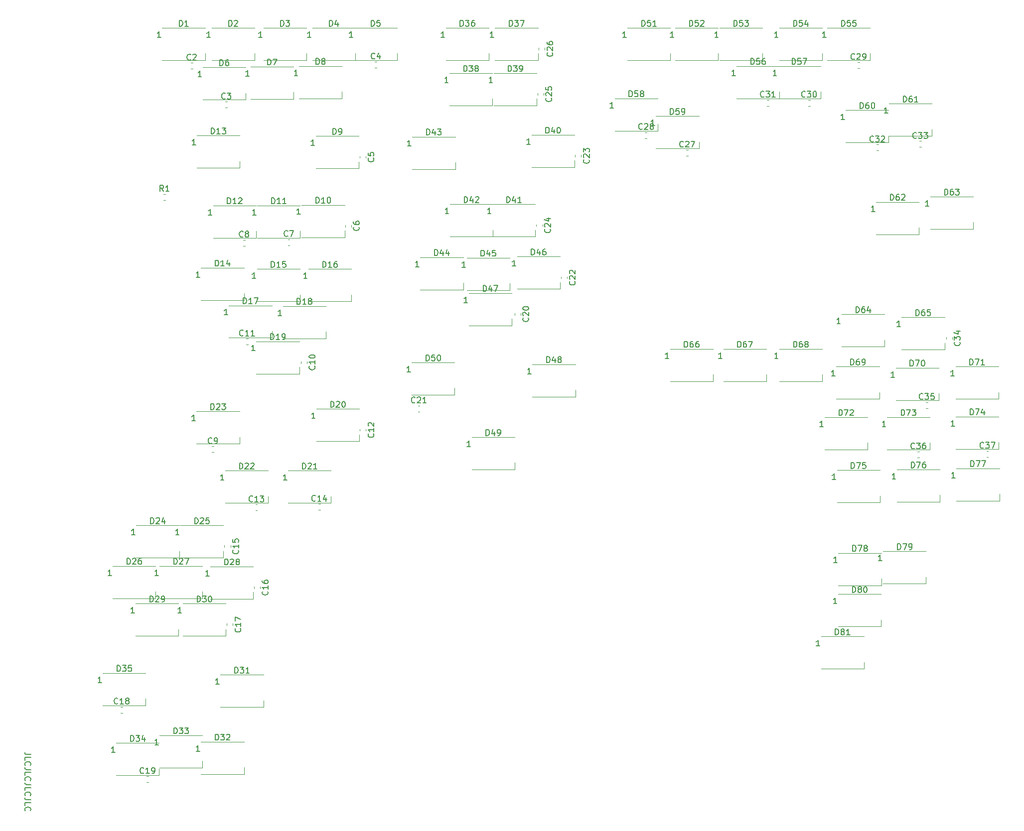
<source format=gbr>
%TF.GenerationSoftware,KiCad,Pcbnew,(5.1.12-1-10_14)*%
%TF.CreationDate,2021-11-24T13:08:03+11:00*%
%TF.ProjectId,Select JETT Panel PCB V2,53656c65-6374-4204-9a45-54542050616e,rev?*%
%TF.SameCoordinates,Original*%
%TF.FileFunction,Legend,Top*%
%TF.FilePolarity,Positive*%
%FSLAX46Y46*%
G04 Gerber Fmt 4.6, Leading zero omitted, Abs format (unit mm)*
G04 Created by KiCad (PCBNEW (5.1.12-1-10_14)) date 2021-11-24 13:08:03*
%MOMM*%
%LPD*%
G01*
G04 APERTURE LIST*
%ADD10C,0.150000*%
%ADD11C,0.120000*%
G04 APERTURE END LIST*
D10*
X67067619Y-156000952D02*
X66353333Y-156000952D01*
X66210476Y-155953333D01*
X66115238Y-155858095D01*
X66067619Y-155715238D01*
X66067619Y-155620000D01*
X66067619Y-156953333D02*
X66067619Y-156477142D01*
X67067619Y-156477142D01*
X66162857Y-157858095D02*
X66115238Y-157810476D01*
X66067619Y-157667619D01*
X66067619Y-157572380D01*
X66115238Y-157429523D01*
X66210476Y-157334285D01*
X66305714Y-157286666D01*
X66496190Y-157239047D01*
X66639047Y-157239047D01*
X66829523Y-157286666D01*
X66924761Y-157334285D01*
X67020000Y-157429523D01*
X67067619Y-157572380D01*
X67067619Y-157667619D01*
X67020000Y-157810476D01*
X66972380Y-157858095D01*
X67067619Y-158572380D02*
X66353333Y-158572380D01*
X66210476Y-158524761D01*
X66115238Y-158429523D01*
X66067619Y-158286666D01*
X66067619Y-158191428D01*
X66067619Y-159524761D02*
X66067619Y-159048571D01*
X67067619Y-159048571D01*
X66162857Y-160429523D02*
X66115238Y-160381904D01*
X66067619Y-160239047D01*
X66067619Y-160143809D01*
X66115238Y-160000952D01*
X66210476Y-159905714D01*
X66305714Y-159858095D01*
X66496190Y-159810476D01*
X66639047Y-159810476D01*
X66829523Y-159858095D01*
X66924761Y-159905714D01*
X67020000Y-160000952D01*
X67067619Y-160143809D01*
X67067619Y-160239047D01*
X67020000Y-160381904D01*
X66972380Y-160429523D01*
X67067619Y-161143809D02*
X66353333Y-161143809D01*
X66210476Y-161096190D01*
X66115238Y-161000952D01*
X66067619Y-160858095D01*
X66067619Y-160762857D01*
X66067619Y-162096190D02*
X66067619Y-161620000D01*
X67067619Y-161620000D01*
X66162857Y-163000952D02*
X66115238Y-162953333D01*
X66067619Y-162810476D01*
X66067619Y-162715238D01*
X66115238Y-162572380D01*
X66210476Y-162477142D01*
X66305714Y-162429523D01*
X66496190Y-162381904D01*
X66639047Y-162381904D01*
X66829523Y-162429523D01*
X66924761Y-162477142D01*
X67020000Y-162572380D01*
X67067619Y-162715238D01*
X67067619Y-162810476D01*
X67020000Y-162953333D01*
X66972380Y-163000952D01*
X67067619Y-163715238D02*
X66353333Y-163715238D01*
X66210476Y-163667619D01*
X66115238Y-163572380D01*
X66067619Y-163429523D01*
X66067619Y-163334285D01*
X66067619Y-164667619D02*
X66067619Y-164191428D01*
X67067619Y-164191428D01*
X66162857Y-165572380D02*
X66115238Y-165524761D01*
X66067619Y-165381904D01*
X66067619Y-165286666D01*
X66115238Y-165143809D01*
X66210476Y-165048571D01*
X66305714Y-165000952D01*
X66496190Y-164953333D01*
X66639047Y-164953333D01*
X66829523Y-165000952D01*
X66924761Y-165048571D01*
X67020000Y-165143809D01*
X67067619Y-165286666D01*
X67067619Y-165381904D01*
X67020000Y-165524761D01*
X66972380Y-165572380D01*
D11*
%TO.C,R1*%
X89637221Y-61710000D02*
X89962779Y-61710000D01*
X89637221Y-60690000D02*
X89962779Y-60690000D01*
%TO.C,D81*%
X208650000Y-141450000D02*
X208650000Y-140300000D01*
X201350000Y-141450000D02*
X208650000Y-141450000D01*
X201350000Y-135950000D02*
X208650000Y-135950000D01*
%TO.C,D80*%
X211550000Y-134250000D02*
X211550000Y-133100000D01*
X204250000Y-134250000D02*
X211550000Y-134250000D01*
X204250000Y-128750000D02*
X211550000Y-128750000D01*
%TO.C,D79*%
X219200000Y-126950000D02*
X219200000Y-125800000D01*
X211900000Y-126950000D02*
X219200000Y-126950000D01*
X211900000Y-121450000D02*
X219200000Y-121450000D01*
%TO.C,D78*%
X211600000Y-127250000D02*
X211600000Y-126100000D01*
X204300000Y-127250000D02*
X211600000Y-127250000D01*
X204300000Y-121750000D02*
X211600000Y-121750000D01*
%TO.C,D77*%
X231650000Y-112850000D02*
X231650000Y-111700000D01*
X224350000Y-112850000D02*
X231650000Y-112850000D01*
X224350000Y-107350000D02*
X231650000Y-107350000D01*
%TO.C,D76*%
X221550000Y-113050000D02*
X221550000Y-111900000D01*
X214250000Y-113050000D02*
X221550000Y-113050000D01*
X214250000Y-107550000D02*
X221550000Y-107550000D01*
%TO.C,D75*%
X211350000Y-113150000D02*
X211350000Y-112000000D01*
X204050000Y-113150000D02*
X211350000Y-113150000D01*
X204050000Y-107650000D02*
X211350000Y-107650000D01*
%TO.C,D74*%
X231550000Y-104050000D02*
X231550000Y-102900000D01*
X224250000Y-104050000D02*
X231550000Y-104050000D01*
X224250000Y-98550000D02*
X231550000Y-98550000D01*
%TO.C,D73*%
X219850000Y-104150000D02*
X219850000Y-103000000D01*
X212550000Y-104150000D02*
X219850000Y-104150000D01*
X212550000Y-98650000D02*
X219850000Y-98650000D01*
%TO.C,D72*%
X209250000Y-104150000D02*
X209250000Y-103000000D01*
X201950000Y-104150000D02*
X209250000Y-104150000D01*
X201950000Y-98650000D02*
X209250000Y-98650000D01*
%TO.C,D71*%
X231500000Y-95550000D02*
X231500000Y-94400000D01*
X224200000Y-95550000D02*
X231500000Y-95550000D01*
X224200000Y-90050000D02*
X231500000Y-90050000D01*
%TO.C,D70*%
X221350000Y-95750000D02*
X221350000Y-94600000D01*
X214050000Y-95750000D02*
X221350000Y-95750000D01*
X214050000Y-90250000D02*
X221350000Y-90250000D01*
%TO.C,D69*%
X211250000Y-95550000D02*
X211250000Y-94400000D01*
X203950000Y-95550000D02*
X211250000Y-95550000D01*
X203950000Y-90050000D02*
X211250000Y-90050000D01*
%TO.C,D68*%
X201550000Y-92550000D02*
X201550000Y-91400000D01*
X194250000Y-92550000D02*
X201550000Y-92550000D01*
X194250000Y-87050000D02*
X201550000Y-87050000D01*
%TO.C,D67*%
X192050000Y-92550000D02*
X192050000Y-91400000D01*
X184750000Y-92550000D02*
X192050000Y-92550000D01*
X184750000Y-87050000D02*
X192050000Y-87050000D01*
%TO.C,D66*%
X183000000Y-92550000D02*
X183000000Y-91400000D01*
X175700000Y-92550000D02*
X183000000Y-92550000D01*
X175700000Y-87050000D02*
X183000000Y-87050000D01*
%TO.C,D65*%
X222350000Y-87150000D02*
X222350000Y-86000000D01*
X215050000Y-87150000D02*
X222350000Y-87150000D01*
X215050000Y-81650000D02*
X222350000Y-81650000D01*
%TO.C,D64*%
X212150000Y-86650000D02*
X212150000Y-85500000D01*
X204850000Y-86650000D02*
X212150000Y-86650000D01*
X204850000Y-81150000D02*
X212150000Y-81150000D01*
%TO.C,D63*%
X227200000Y-66650000D02*
X227200000Y-65500000D01*
X219900000Y-66650000D02*
X227200000Y-66650000D01*
X219900000Y-61150000D02*
X227200000Y-61150000D01*
%TO.C,D62*%
X218000000Y-67550000D02*
X218000000Y-66400000D01*
X210700000Y-67550000D02*
X218000000Y-67550000D01*
X210700000Y-62050000D02*
X218000000Y-62050000D01*
%TO.C,D61*%
X220200000Y-50850000D02*
X220200000Y-49700000D01*
X212900000Y-50850000D02*
X220200000Y-50850000D01*
X212900000Y-45350000D02*
X220200000Y-45350000D01*
%TO.C,D60*%
X212850000Y-51950000D02*
X212850000Y-50800000D01*
X205550000Y-51950000D02*
X212850000Y-51950000D01*
X205550000Y-46450000D02*
X212850000Y-46450000D01*
%TO.C,D59*%
X180600000Y-52950000D02*
X180600000Y-51800000D01*
X173300000Y-52950000D02*
X180600000Y-52950000D01*
X173300000Y-47450000D02*
X180600000Y-47450000D01*
%TO.C,D58*%
X173600000Y-49950000D02*
X173600000Y-48800000D01*
X166300000Y-49950000D02*
X173600000Y-49950000D01*
X166300000Y-44450000D02*
X173600000Y-44450000D01*
%TO.C,D57*%
X201300000Y-44450000D02*
X201300000Y-43300000D01*
X194000000Y-44450000D02*
X201300000Y-44450000D01*
X194000000Y-38950000D02*
X201300000Y-38950000D01*
%TO.C,D56*%
X194300000Y-44450000D02*
X194300000Y-43300000D01*
X187000000Y-44450000D02*
X194300000Y-44450000D01*
X187000000Y-38950000D02*
X194300000Y-38950000D01*
%TO.C,D55*%
X209700000Y-37950000D02*
X209700000Y-36800000D01*
X202400000Y-37950000D02*
X209700000Y-37950000D01*
X202400000Y-32450000D02*
X209700000Y-32450000D01*
%TO.C,D54*%
X201550000Y-37950000D02*
X201550000Y-36800000D01*
X194250000Y-37950000D02*
X201550000Y-37950000D01*
X194250000Y-32450000D02*
X201550000Y-32450000D01*
%TO.C,D53*%
X191400000Y-37950000D02*
X191400000Y-36800000D01*
X184100000Y-37950000D02*
X191400000Y-37950000D01*
X184100000Y-32450000D02*
X191400000Y-32450000D01*
%TO.C,D52*%
X183850000Y-37950000D02*
X183850000Y-36800000D01*
X176550000Y-37950000D02*
X183850000Y-37950000D01*
X176550000Y-32450000D02*
X183850000Y-32450000D01*
%TO.C,D51*%
X175750000Y-37950000D02*
X175750000Y-36800000D01*
X168450000Y-37950000D02*
X175750000Y-37950000D01*
X168450000Y-32450000D02*
X175750000Y-32450000D01*
%TO.C,D50*%
X139100000Y-94850000D02*
X139100000Y-93700000D01*
X131800000Y-94850000D02*
X139100000Y-94850000D01*
X131800000Y-89350000D02*
X139100000Y-89350000D01*
%TO.C,D49*%
X149300000Y-107550000D02*
X149300000Y-106400000D01*
X142000000Y-107550000D02*
X149300000Y-107550000D01*
X142000000Y-102050000D02*
X149300000Y-102050000D01*
%TO.C,D48*%
X159600000Y-95150000D02*
X159600000Y-94000000D01*
X152300000Y-95150000D02*
X159600000Y-95150000D01*
X152300000Y-89650000D02*
X159600000Y-89650000D01*
%TO.C,D47*%
X148800000Y-83050000D02*
X148800000Y-81900000D01*
X141500000Y-83050000D02*
X148800000Y-83050000D01*
X141500000Y-77550000D02*
X148800000Y-77550000D01*
%TO.C,D46*%
X157000000Y-76850000D02*
X157000000Y-75700000D01*
X149700000Y-76850000D02*
X157000000Y-76850000D01*
X149700000Y-71350000D02*
X157000000Y-71350000D01*
%TO.C,D45*%
X148450000Y-77050000D02*
X148450000Y-75900000D01*
X141150000Y-77050000D02*
X148450000Y-77050000D01*
X141150000Y-71550000D02*
X148450000Y-71550000D01*
%TO.C,D44*%
X140550000Y-76950000D02*
X140550000Y-75800000D01*
X133250000Y-76950000D02*
X140550000Y-76950000D01*
X133250000Y-71450000D02*
X140550000Y-71450000D01*
%TO.C,D43*%
X139200000Y-56450000D02*
X139200000Y-55300000D01*
X131900000Y-56450000D02*
X139200000Y-56450000D01*
X131900000Y-50950000D02*
X139200000Y-50950000D01*
%TO.C,D42*%
X145600000Y-67950000D02*
X145600000Y-66800000D01*
X138300000Y-67950000D02*
X145600000Y-67950000D01*
X138300000Y-62450000D02*
X145600000Y-62450000D01*
%TO.C,D41*%
X152800000Y-67950000D02*
X152800000Y-66800000D01*
X145500000Y-67950000D02*
X152800000Y-67950000D01*
X145500000Y-62450000D02*
X152800000Y-62450000D01*
%TO.C,D40*%
X159450000Y-56150000D02*
X159450000Y-55000000D01*
X152150000Y-56150000D02*
X159450000Y-56150000D01*
X152150000Y-50650000D02*
X159450000Y-50650000D01*
%TO.C,D39*%
X153050000Y-45650000D02*
X153050000Y-44500000D01*
X145750000Y-45650000D02*
X153050000Y-45650000D01*
X145750000Y-40150000D02*
X153050000Y-40150000D01*
%TO.C,D38*%
X145500000Y-45650000D02*
X145500000Y-44500000D01*
X138200000Y-45650000D02*
X145500000Y-45650000D01*
X138200000Y-40150000D02*
X145500000Y-40150000D01*
%TO.C,D37*%
X153250000Y-37950000D02*
X153250000Y-36800000D01*
X145950000Y-37950000D02*
X153250000Y-37950000D01*
X145950000Y-32450000D02*
X153250000Y-32450000D01*
%TO.C,D36*%
X144900000Y-37950000D02*
X144900000Y-36800000D01*
X137600000Y-37950000D02*
X144900000Y-37950000D01*
X137600000Y-32450000D02*
X144900000Y-32450000D01*
%TO.C,D35*%
X86600000Y-147650000D02*
X86600000Y-146500000D01*
X79300000Y-147650000D02*
X86600000Y-147650000D01*
X79300000Y-142150000D02*
X86600000Y-142150000D01*
%TO.C,D34*%
X88900000Y-159550000D02*
X88900000Y-158400000D01*
X81600000Y-159550000D02*
X88900000Y-159550000D01*
X81600000Y-154050000D02*
X88900000Y-154050000D01*
%TO.C,D33*%
X96250000Y-158250000D02*
X96250000Y-157100000D01*
X88950000Y-158250000D02*
X96250000Y-158250000D01*
X88950000Y-152750000D02*
X96250000Y-152750000D01*
%TO.C,D32*%
X103300000Y-159350000D02*
X103300000Y-158200000D01*
X96000000Y-159350000D02*
X103300000Y-159350000D01*
X96000000Y-153850000D02*
X103300000Y-153850000D01*
%TO.C,D31*%
X106600000Y-147950000D02*
X106600000Y-146800000D01*
X99300000Y-147950000D02*
X106600000Y-147950000D01*
X99300000Y-142450000D02*
X106600000Y-142450000D01*
%TO.C,D30*%
X100200000Y-135850000D02*
X100200000Y-134700000D01*
X92900000Y-135850000D02*
X100200000Y-135850000D01*
X92900000Y-130350000D02*
X100200000Y-130350000D01*
%TO.C,D29*%
X92200000Y-135850000D02*
X92200000Y-134700000D01*
X84900000Y-135850000D02*
X92200000Y-135850000D01*
X84900000Y-130350000D02*
X92200000Y-130350000D01*
%TO.C,D28*%
X104900000Y-129550000D02*
X104900000Y-128400000D01*
X97600000Y-129550000D02*
X104900000Y-129550000D01*
X97600000Y-124050000D02*
X104900000Y-124050000D01*
%TO.C,D27*%
X96250000Y-129450000D02*
X96250000Y-128300000D01*
X88950000Y-129450000D02*
X96250000Y-129450000D01*
X88950000Y-123950000D02*
X96250000Y-123950000D01*
%TO.C,D26*%
X88300000Y-129450000D02*
X88300000Y-128300000D01*
X81000000Y-129450000D02*
X88300000Y-129450000D01*
X81000000Y-123950000D02*
X88300000Y-123950000D01*
%TO.C,D25*%
X99800000Y-122550000D02*
X99800000Y-121400000D01*
X92500000Y-122550000D02*
X99800000Y-122550000D01*
X92500000Y-117050000D02*
X99800000Y-117050000D01*
%TO.C,D24*%
X92300000Y-122550000D02*
X92300000Y-121400000D01*
X85000000Y-122550000D02*
X92300000Y-122550000D01*
X85000000Y-117050000D02*
X92300000Y-117050000D01*
%TO.C,D23*%
X102550000Y-103150000D02*
X102550000Y-102000000D01*
X95250000Y-103150000D02*
X102550000Y-103150000D01*
X95250000Y-97650000D02*
X102550000Y-97650000D01*
%TO.C,D22*%
X107400000Y-113250000D02*
X107400000Y-112100000D01*
X100100000Y-113250000D02*
X107400000Y-113250000D01*
X100100000Y-107750000D02*
X107400000Y-107750000D01*
%TO.C,D21*%
X118100000Y-113250000D02*
X118100000Y-112100000D01*
X110800000Y-113250000D02*
X118100000Y-113250000D01*
X110800000Y-107750000D02*
X118100000Y-107750000D01*
%TO.C,D20*%
X122900000Y-102750000D02*
X122900000Y-101600000D01*
X115600000Y-102750000D02*
X122900000Y-102750000D01*
X115600000Y-97250000D02*
X122900000Y-97250000D01*
%TO.C,D19*%
X112700000Y-91250000D02*
X112700000Y-90100000D01*
X105400000Y-91250000D02*
X112700000Y-91250000D01*
X105400000Y-85750000D02*
X112700000Y-85750000D01*
%TO.C,D18*%
X117200000Y-85250000D02*
X117200000Y-84100000D01*
X109900000Y-85250000D02*
X117200000Y-85250000D01*
X109900000Y-79750000D02*
X117200000Y-79750000D01*
%TO.C,D17*%
X108050000Y-85150000D02*
X108050000Y-84000000D01*
X100750000Y-85150000D02*
X108050000Y-85150000D01*
X100750000Y-79650000D02*
X108050000Y-79650000D01*
%TO.C,D16*%
X121550000Y-78950000D02*
X121550000Y-77800000D01*
X114250000Y-78950000D02*
X121550000Y-78950000D01*
X114250000Y-73450000D02*
X121550000Y-73450000D01*
%TO.C,D15*%
X112800000Y-78950000D02*
X112800000Y-77800000D01*
X105500000Y-78950000D02*
X112800000Y-78950000D01*
X105500000Y-73450000D02*
X112800000Y-73450000D01*
%TO.C,D14*%
X103300000Y-78750000D02*
X103300000Y-77600000D01*
X96000000Y-78750000D02*
X103300000Y-78750000D01*
X96000000Y-73250000D02*
X103300000Y-73250000D01*
%TO.C,D13*%
X102600000Y-56250000D02*
X102600000Y-55100000D01*
X95300000Y-56250000D02*
X102600000Y-56250000D01*
X95300000Y-50750000D02*
X102600000Y-50750000D01*
%TO.C,D12*%
X105350000Y-68150000D02*
X105350000Y-67000000D01*
X98050000Y-68150000D02*
X105350000Y-68150000D01*
X98050000Y-62650000D02*
X105350000Y-62650000D01*
%TO.C,D11*%
X112850000Y-68150000D02*
X112850000Y-67000000D01*
X105550000Y-68150000D02*
X112850000Y-68150000D01*
X105550000Y-62650000D02*
X112850000Y-62650000D01*
%TO.C,D10*%
X120400000Y-68050000D02*
X120400000Y-66900000D01*
X113100000Y-68050000D02*
X120400000Y-68050000D01*
X113100000Y-62550000D02*
X120400000Y-62550000D01*
%TO.C,D9*%
X122800000Y-56350000D02*
X122800000Y-55200000D01*
X115500000Y-56350000D02*
X122800000Y-56350000D01*
X115500000Y-50850000D02*
X122800000Y-50850000D01*
%TO.C,D8*%
X119950000Y-44450000D02*
X119950000Y-43300000D01*
X112650000Y-44450000D02*
X119950000Y-44450000D01*
X112650000Y-38950000D02*
X119950000Y-38950000D01*
%TO.C,D7*%
X111700000Y-44550000D02*
X111700000Y-43400000D01*
X104400000Y-44550000D02*
X111700000Y-44550000D01*
X104400000Y-39050000D02*
X111700000Y-39050000D01*
%TO.C,D6*%
X103600000Y-44650000D02*
X103600000Y-43500000D01*
X96300000Y-44650000D02*
X103600000Y-44650000D01*
X96300000Y-39150000D02*
X103600000Y-39150000D01*
%TO.C,D5*%
X129300000Y-37950000D02*
X129300000Y-36800000D01*
X122000000Y-37950000D02*
X129300000Y-37950000D01*
X122000000Y-32450000D02*
X129300000Y-32450000D01*
%TO.C,D4*%
X122200000Y-37950000D02*
X122200000Y-36800000D01*
X114900000Y-37950000D02*
X122200000Y-37950000D01*
X114900000Y-32450000D02*
X122200000Y-32450000D01*
%TO.C,D3*%
X113900000Y-37950000D02*
X113900000Y-36800000D01*
X106600000Y-37950000D02*
X113900000Y-37950000D01*
X106600000Y-32450000D02*
X113900000Y-32450000D01*
%TO.C,D2*%
X105100000Y-37950000D02*
X105100000Y-36800000D01*
X97800000Y-37950000D02*
X105100000Y-37950000D01*
X97800000Y-32450000D02*
X105100000Y-32450000D01*
%TO.C,D1*%
X96700000Y-37950000D02*
X96700000Y-36800000D01*
X89400000Y-37950000D02*
X96700000Y-37950000D01*
X89400000Y-32450000D02*
X96700000Y-32450000D01*
%TO.C,C37*%
X229449221Y-105410000D02*
X229774779Y-105410000D01*
X229449221Y-104390000D02*
X229774779Y-104390000D01*
%TO.C,C36*%
X217725221Y-105510000D02*
X218050779Y-105510000D01*
X217725221Y-104490000D02*
X218050779Y-104490000D01*
%TO.C,C35*%
X219149221Y-97110000D02*
X219474779Y-97110000D01*
X219149221Y-96090000D02*
X219474779Y-96090000D01*
%TO.C,C34*%
X222590000Y-85049721D02*
X222590000Y-85375279D01*
X223610000Y-85049721D02*
X223610000Y-85375279D01*
%TO.C,C33*%
X218049221Y-52710000D02*
X218374779Y-52710000D01*
X218049221Y-51690000D02*
X218374779Y-51690000D01*
%TO.C,C32*%
X210749221Y-53310000D02*
X211074779Y-53310000D01*
X210749221Y-52290000D02*
X211074779Y-52290000D01*
%TO.C,C31*%
X192149221Y-45710000D02*
X192474779Y-45710000D01*
X192149221Y-44690000D02*
X192474779Y-44690000D01*
%TO.C,C30*%
X199149221Y-45710000D02*
X199474779Y-45710000D01*
X199149221Y-44690000D02*
X199474779Y-44690000D01*
%TO.C,C29*%
X207549221Y-39310000D02*
X207874779Y-39310000D01*
X207549221Y-38290000D02*
X207874779Y-38290000D01*
%TO.C,C28*%
X171449221Y-51210000D02*
X171774779Y-51210000D01*
X171449221Y-50190000D02*
X171774779Y-50190000D01*
%TO.C,C27*%
X178437221Y-54210000D02*
X178762779Y-54210000D01*
X178437221Y-53190000D02*
X178762779Y-53190000D01*
%TO.C,C26*%
X153390000Y-35849721D02*
X153390000Y-36175279D01*
X154410000Y-35849721D02*
X154410000Y-36175279D01*
%TO.C,C25*%
X153190000Y-43549721D02*
X153190000Y-43875279D01*
X154210000Y-43549721D02*
X154210000Y-43875279D01*
%TO.C,C24*%
X152990000Y-65849721D02*
X152990000Y-66175279D01*
X154010000Y-65849721D02*
X154010000Y-66175279D01*
%TO.C,C23*%
X159590000Y-54049721D02*
X159590000Y-54375279D01*
X160610000Y-54049721D02*
X160610000Y-54375279D01*
%TO.C,C22*%
X157190000Y-74749721D02*
X157190000Y-75075279D01*
X158210000Y-74749721D02*
X158210000Y-75075279D01*
%TO.C,C21*%
X132849221Y-97710000D02*
X133174779Y-97710000D01*
X132849221Y-96690000D02*
X133174779Y-96690000D01*
%TO.C,C20*%
X149290000Y-80949721D02*
X149290000Y-81275279D01*
X150310000Y-80949721D02*
X150310000Y-81275279D01*
%TO.C,C19*%
X86749721Y-160710000D02*
X87075279Y-160710000D01*
X86749721Y-159690000D02*
X87075279Y-159690000D01*
%TO.C,C18*%
X82337221Y-148910000D02*
X82662779Y-148910000D01*
X82337221Y-147890000D02*
X82662779Y-147890000D01*
%TO.C,C17*%
X100390000Y-133749221D02*
X100390000Y-134074779D01*
X101410000Y-133749221D02*
X101410000Y-134074779D01*
%TO.C,C16*%
X104990000Y-127449221D02*
X104990000Y-127774779D01*
X106010000Y-127449221D02*
X106010000Y-127774779D01*
%TO.C,C15*%
X99990000Y-120449221D02*
X99990000Y-120774779D01*
X101010000Y-120449221D02*
X101010000Y-120774779D01*
%TO.C,C14*%
X115925221Y-114410000D02*
X116250779Y-114410000D01*
X115925221Y-113390000D02*
X116250779Y-113390000D01*
%TO.C,C13*%
X105249221Y-114510000D02*
X105574779Y-114510000D01*
X105249221Y-113490000D02*
X105574779Y-113490000D01*
%TO.C,C12*%
X122990000Y-100649221D02*
X122990000Y-100974779D01*
X124010000Y-100649221D02*
X124010000Y-100974779D01*
%TO.C,C11*%
X103649221Y-86310000D02*
X103974779Y-86310000D01*
X103649221Y-85290000D02*
X103974779Y-85290000D01*
%TO.C,C10*%
X112990000Y-89149721D02*
X112990000Y-89475279D01*
X114010000Y-89149721D02*
X114010000Y-89475279D01*
%TO.C,C9*%
X97837221Y-104610000D02*
X98162779Y-104610000D01*
X97837221Y-103590000D02*
X98162779Y-103590000D01*
%TO.C,C8*%
X103149221Y-69510000D02*
X103474779Y-69510000D01*
X103149221Y-68490000D02*
X103474779Y-68490000D01*
%TO.C,C7*%
X110749221Y-69410000D02*
X111074779Y-69410000D01*
X110749221Y-68390000D02*
X111074779Y-68390000D01*
%TO.C,C6*%
X120490000Y-65949721D02*
X120490000Y-66275279D01*
X121510000Y-65949721D02*
X121510000Y-66275279D01*
%TO.C,C5*%
X122990000Y-54249721D02*
X122990000Y-54575279D01*
X124010000Y-54249721D02*
X124010000Y-54575279D01*
%TO.C,C4*%
X125549221Y-39210000D02*
X125874779Y-39210000D01*
X125549221Y-38190000D02*
X125874779Y-38190000D01*
%TO.C,C3*%
X100125221Y-46010000D02*
X100450779Y-46010000D01*
X100125221Y-44990000D02*
X100450779Y-44990000D01*
%TO.C,C2*%
X94249721Y-39410000D02*
X94575279Y-39410000D01*
X94249721Y-38390000D02*
X94575279Y-38390000D01*
%TO.C,R1*%
D10*
X89633333Y-60222380D02*
X89300000Y-59746190D01*
X89061904Y-60222380D02*
X89061904Y-59222380D01*
X89442857Y-59222380D01*
X89538095Y-59270000D01*
X89585714Y-59317619D01*
X89633333Y-59412857D01*
X89633333Y-59555714D01*
X89585714Y-59650952D01*
X89538095Y-59698571D01*
X89442857Y-59746190D01*
X89061904Y-59746190D01*
X90585714Y-60222380D02*
X90014285Y-60222380D01*
X90300000Y-60222380D02*
X90300000Y-59222380D01*
X90204761Y-59365238D01*
X90109523Y-59460476D01*
X90014285Y-59508095D01*
%TO.C,D81*%
X203785714Y-135652380D02*
X203785714Y-134652380D01*
X204023809Y-134652380D01*
X204166666Y-134700000D01*
X204261904Y-134795238D01*
X204309523Y-134890476D01*
X204357142Y-135080952D01*
X204357142Y-135223809D01*
X204309523Y-135414285D01*
X204261904Y-135509523D01*
X204166666Y-135604761D01*
X204023809Y-135652380D01*
X203785714Y-135652380D01*
X204928571Y-135080952D02*
X204833333Y-135033333D01*
X204785714Y-134985714D01*
X204738095Y-134890476D01*
X204738095Y-134842857D01*
X204785714Y-134747619D01*
X204833333Y-134700000D01*
X204928571Y-134652380D01*
X205119047Y-134652380D01*
X205214285Y-134700000D01*
X205261904Y-134747619D01*
X205309523Y-134842857D01*
X205309523Y-134890476D01*
X205261904Y-134985714D01*
X205214285Y-135033333D01*
X205119047Y-135080952D01*
X204928571Y-135080952D01*
X204833333Y-135128571D01*
X204785714Y-135176190D01*
X204738095Y-135271428D01*
X204738095Y-135461904D01*
X204785714Y-135557142D01*
X204833333Y-135604761D01*
X204928571Y-135652380D01*
X205119047Y-135652380D01*
X205214285Y-135604761D01*
X205261904Y-135557142D01*
X205309523Y-135461904D01*
X205309523Y-135271428D01*
X205261904Y-135176190D01*
X205214285Y-135128571D01*
X205119047Y-135080952D01*
X206261904Y-135652380D02*
X205690476Y-135652380D01*
X205976190Y-135652380D02*
X205976190Y-134652380D01*
X205880952Y-134795238D01*
X205785714Y-134890476D01*
X205690476Y-134938095D01*
X201135714Y-137552380D02*
X200564285Y-137552380D01*
X200850000Y-137552380D02*
X200850000Y-136552380D01*
X200754761Y-136695238D01*
X200659523Y-136790476D01*
X200564285Y-136838095D01*
%TO.C,D80*%
X206685714Y-128452380D02*
X206685714Y-127452380D01*
X206923809Y-127452380D01*
X207066666Y-127500000D01*
X207161904Y-127595238D01*
X207209523Y-127690476D01*
X207257142Y-127880952D01*
X207257142Y-128023809D01*
X207209523Y-128214285D01*
X207161904Y-128309523D01*
X207066666Y-128404761D01*
X206923809Y-128452380D01*
X206685714Y-128452380D01*
X207828571Y-127880952D02*
X207733333Y-127833333D01*
X207685714Y-127785714D01*
X207638095Y-127690476D01*
X207638095Y-127642857D01*
X207685714Y-127547619D01*
X207733333Y-127500000D01*
X207828571Y-127452380D01*
X208019047Y-127452380D01*
X208114285Y-127500000D01*
X208161904Y-127547619D01*
X208209523Y-127642857D01*
X208209523Y-127690476D01*
X208161904Y-127785714D01*
X208114285Y-127833333D01*
X208019047Y-127880952D01*
X207828571Y-127880952D01*
X207733333Y-127928571D01*
X207685714Y-127976190D01*
X207638095Y-128071428D01*
X207638095Y-128261904D01*
X207685714Y-128357142D01*
X207733333Y-128404761D01*
X207828571Y-128452380D01*
X208019047Y-128452380D01*
X208114285Y-128404761D01*
X208161904Y-128357142D01*
X208209523Y-128261904D01*
X208209523Y-128071428D01*
X208161904Y-127976190D01*
X208114285Y-127928571D01*
X208019047Y-127880952D01*
X208828571Y-127452380D02*
X208923809Y-127452380D01*
X209019047Y-127500000D01*
X209066666Y-127547619D01*
X209114285Y-127642857D01*
X209161904Y-127833333D01*
X209161904Y-128071428D01*
X209114285Y-128261904D01*
X209066666Y-128357142D01*
X209019047Y-128404761D01*
X208923809Y-128452380D01*
X208828571Y-128452380D01*
X208733333Y-128404761D01*
X208685714Y-128357142D01*
X208638095Y-128261904D01*
X208590476Y-128071428D01*
X208590476Y-127833333D01*
X208638095Y-127642857D01*
X208685714Y-127547619D01*
X208733333Y-127500000D01*
X208828571Y-127452380D01*
X204035714Y-130352380D02*
X203464285Y-130352380D01*
X203750000Y-130352380D02*
X203750000Y-129352380D01*
X203654761Y-129495238D01*
X203559523Y-129590476D01*
X203464285Y-129638095D01*
%TO.C,D79*%
X214335714Y-121152380D02*
X214335714Y-120152380D01*
X214573809Y-120152380D01*
X214716666Y-120200000D01*
X214811904Y-120295238D01*
X214859523Y-120390476D01*
X214907142Y-120580952D01*
X214907142Y-120723809D01*
X214859523Y-120914285D01*
X214811904Y-121009523D01*
X214716666Y-121104761D01*
X214573809Y-121152380D01*
X214335714Y-121152380D01*
X215240476Y-120152380D02*
X215907142Y-120152380D01*
X215478571Y-121152380D01*
X216335714Y-121152380D02*
X216526190Y-121152380D01*
X216621428Y-121104761D01*
X216669047Y-121057142D01*
X216764285Y-120914285D01*
X216811904Y-120723809D01*
X216811904Y-120342857D01*
X216764285Y-120247619D01*
X216716666Y-120200000D01*
X216621428Y-120152380D01*
X216430952Y-120152380D01*
X216335714Y-120200000D01*
X216288095Y-120247619D01*
X216240476Y-120342857D01*
X216240476Y-120580952D01*
X216288095Y-120676190D01*
X216335714Y-120723809D01*
X216430952Y-120771428D01*
X216621428Y-120771428D01*
X216716666Y-120723809D01*
X216764285Y-120676190D01*
X216811904Y-120580952D01*
X211685714Y-123052380D02*
X211114285Y-123052380D01*
X211400000Y-123052380D02*
X211400000Y-122052380D01*
X211304761Y-122195238D01*
X211209523Y-122290476D01*
X211114285Y-122338095D01*
%TO.C,D78*%
X206735714Y-121452380D02*
X206735714Y-120452380D01*
X206973809Y-120452380D01*
X207116666Y-120500000D01*
X207211904Y-120595238D01*
X207259523Y-120690476D01*
X207307142Y-120880952D01*
X207307142Y-121023809D01*
X207259523Y-121214285D01*
X207211904Y-121309523D01*
X207116666Y-121404761D01*
X206973809Y-121452380D01*
X206735714Y-121452380D01*
X207640476Y-120452380D02*
X208307142Y-120452380D01*
X207878571Y-121452380D01*
X208830952Y-120880952D02*
X208735714Y-120833333D01*
X208688095Y-120785714D01*
X208640476Y-120690476D01*
X208640476Y-120642857D01*
X208688095Y-120547619D01*
X208735714Y-120500000D01*
X208830952Y-120452380D01*
X209021428Y-120452380D01*
X209116666Y-120500000D01*
X209164285Y-120547619D01*
X209211904Y-120642857D01*
X209211904Y-120690476D01*
X209164285Y-120785714D01*
X209116666Y-120833333D01*
X209021428Y-120880952D01*
X208830952Y-120880952D01*
X208735714Y-120928571D01*
X208688095Y-120976190D01*
X208640476Y-121071428D01*
X208640476Y-121261904D01*
X208688095Y-121357142D01*
X208735714Y-121404761D01*
X208830952Y-121452380D01*
X209021428Y-121452380D01*
X209116666Y-121404761D01*
X209164285Y-121357142D01*
X209211904Y-121261904D01*
X209211904Y-121071428D01*
X209164285Y-120976190D01*
X209116666Y-120928571D01*
X209021428Y-120880952D01*
X204085714Y-123352380D02*
X203514285Y-123352380D01*
X203800000Y-123352380D02*
X203800000Y-122352380D01*
X203704761Y-122495238D01*
X203609523Y-122590476D01*
X203514285Y-122638095D01*
%TO.C,D77*%
X226785714Y-107052380D02*
X226785714Y-106052380D01*
X227023809Y-106052380D01*
X227166666Y-106100000D01*
X227261904Y-106195238D01*
X227309523Y-106290476D01*
X227357142Y-106480952D01*
X227357142Y-106623809D01*
X227309523Y-106814285D01*
X227261904Y-106909523D01*
X227166666Y-107004761D01*
X227023809Y-107052380D01*
X226785714Y-107052380D01*
X227690476Y-106052380D02*
X228357142Y-106052380D01*
X227928571Y-107052380D01*
X228642857Y-106052380D02*
X229309523Y-106052380D01*
X228880952Y-107052380D01*
X224135714Y-108952380D02*
X223564285Y-108952380D01*
X223850000Y-108952380D02*
X223850000Y-107952380D01*
X223754761Y-108095238D01*
X223659523Y-108190476D01*
X223564285Y-108238095D01*
%TO.C,D76*%
X216685714Y-107252380D02*
X216685714Y-106252380D01*
X216923809Y-106252380D01*
X217066666Y-106300000D01*
X217161904Y-106395238D01*
X217209523Y-106490476D01*
X217257142Y-106680952D01*
X217257142Y-106823809D01*
X217209523Y-107014285D01*
X217161904Y-107109523D01*
X217066666Y-107204761D01*
X216923809Y-107252380D01*
X216685714Y-107252380D01*
X217590476Y-106252380D02*
X218257142Y-106252380D01*
X217828571Y-107252380D01*
X219066666Y-106252380D02*
X218876190Y-106252380D01*
X218780952Y-106300000D01*
X218733333Y-106347619D01*
X218638095Y-106490476D01*
X218590476Y-106680952D01*
X218590476Y-107061904D01*
X218638095Y-107157142D01*
X218685714Y-107204761D01*
X218780952Y-107252380D01*
X218971428Y-107252380D01*
X219066666Y-107204761D01*
X219114285Y-107157142D01*
X219161904Y-107061904D01*
X219161904Y-106823809D01*
X219114285Y-106728571D01*
X219066666Y-106680952D01*
X218971428Y-106633333D01*
X218780952Y-106633333D01*
X218685714Y-106680952D01*
X218638095Y-106728571D01*
X218590476Y-106823809D01*
X214035714Y-109152380D02*
X213464285Y-109152380D01*
X213750000Y-109152380D02*
X213750000Y-108152380D01*
X213654761Y-108295238D01*
X213559523Y-108390476D01*
X213464285Y-108438095D01*
%TO.C,D75*%
X206485714Y-107352380D02*
X206485714Y-106352380D01*
X206723809Y-106352380D01*
X206866666Y-106400000D01*
X206961904Y-106495238D01*
X207009523Y-106590476D01*
X207057142Y-106780952D01*
X207057142Y-106923809D01*
X207009523Y-107114285D01*
X206961904Y-107209523D01*
X206866666Y-107304761D01*
X206723809Y-107352380D01*
X206485714Y-107352380D01*
X207390476Y-106352380D02*
X208057142Y-106352380D01*
X207628571Y-107352380D01*
X208914285Y-106352380D02*
X208438095Y-106352380D01*
X208390476Y-106828571D01*
X208438095Y-106780952D01*
X208533333Y-106733333D01*
X208771428Y-106733333D01*
X208866666Y-106780952D01*
X208914285Y-106828571D01*
X208961904Y-106923809D01*
X208961904Y-107161904D01*
X208914285Y-107257142D01*
X208866666Y-107304761D01*
X208771428Y-107352380D01*
X208533333Y-107352380D01*
X208438095Y-107304761D01*
X208390476Y-107257142D01*
X203835714Y-109252380D02*
X203264285Y-109252380D01*
X203550000Y-109252380D02*
X203550000Y-108252380D01*
X203454761Y-108395238D01*
X203359523Y-108490476D01*
X203264285Y-108538095D01*
%TO.C,D74*%
X226685714Y-98252380D02*
X226685714Y-97252380D01*
X226923809Y-97252380D01*
X227066666Y-97300000D01*
X227161904Y-97395238D01*
X227209523Y-97490476D01*
X227257142Y-97680952D01*
X227257142Y-97823809D01*
X227209523Y-98014285D01*
X227161904Y-98109523D01*
X227066666Y-98204761D01*
X226923809Y-98252380D01*
X226685714Y-98252380D01*
X227590476Y-97252380D02*
X228257142Y-97252380D01*
X227828571Y-98252380D01*
X229066666Y-97585714D02*
X229066666Y-98252380D01*
X228828571Y-97204761D02*
X228590476Y-97919047D01*
X229209523Y-97919047D01*
X224035714Y-100152380D02*
X223464285Y-100152380D01*
X223750000Y-100152380D02*
X223750000Y-99152380D01*
X223654761Y-99295238D01*
X223559523Y-99390476D01*
X223464285Y-99438095D01*
%TO.C,D73*%
X214985714Y-98352380D02*
X214985714Y-97352380D01*
X215223809Y-97352380D01*
X215366666Y-97400000D01*
X215461904Y-97495238D01*
X215509523Y-97590476D01*
X215557142Y-97780952D01*
X215557142Y-97923809D01*
X215509523Y-98114285D01*
X215461904Y-98209523D01*
X215366666Y-98304761D01*
X215223809Y-98352380D01*
X214985714Y-98352380D01*
X215890476Y-97352380D02*
X216557142Y-97352380D01*
X216128571Y-98352380D01*
X216842857Y-97352380D02*
X217461904Y-97352380D01*
X217128571Y-97733333D01*
X217271428Y-97733333D01*
X217366666Y-97780952D01*
X217414285Y-97828571D01*
X217461904Y-97923809D01*
X217461904Y-98161904D01*
X217414285Y-98257142D01*
X217366666Y-98304761D01*
X217271428Y-98352380D01*
X216985714Y-98352380D01*
X216890476Y-98304761D01*
X216842857Y-98257142D01*
X212335714Y-100252380D02*
X211764285Y-100252380D01*
X212050000Y-100252380D02*
X212050000Y-99252380D01*
X211954761Y-99395238D01*
X211859523Y-99490476D01*
X211764285Y-99538095D01*
%TO.C,D72*%
X204385714Y-98352380D02*
X204385714Y-97352380D01*
X204623809Y-97352380D01*
X204766666Y-97400000D01*
X204861904Y-97495238D01*
X204909523Y-97590476D01*
X204957142Y-97780952D01*
X204957142Y-97923809D01*
X204909523Y-98114285D01*
X204861904Y-98209523D01*
X204766666Y-98304761D01*
X204623809Y-98352380D01*
X204385714Y-98352380D01*
X205290476Y-97352380D02*
X205957142Y-97352380D01*
X205528571Y-98352380D01*
X206290476Y-97447619D02*
X206338095Y-97400000D01*
X206433333Y-97352380D01*
X206671428Y-97352380D01*
X206766666Y-97400000D01*
X206814285Y-97447619D01*
X206861904Y-97542857D01*
X206861904Y-97638095D01*
X206814285Y-97780952D01*
X206242857Y-98352380D01*
X206861904Y-98352380D01*
X201735714Y-100252380D02*
X201164285Y-100252380D01*
X201450000Y-100252380D02*
X201450000Y-99252380D01*
X201354761Y-99395238D01*
X201259523Y-99490476D01*
X201164285Y-99538095D01*
%TO.C,D71*%
X226635714Y-89752380D02*
X226635714Y-88752380D01*
X226873809Y-88752380D01*
X227016666Y-88800000D01*
X227111904Y-88895238D01*
X227159523Y-88990476D01*
X227207142Y-89180952D01*
X227207142Y-89323809D01*
X227159523Y-89514285D01*
X227111904Y-89609523D01*
X227016666Y-89704761D01*
X226873809Y-89752380D01*
X226635714Y-89752380D01*
X227540476Y-88752380D02*
X228207142Y-88752380D01*
X227778571Y-89752380D01*
X229111904Y-89752380D02*
X228540476Y-89752380D01*
X228826190Y-89752380D02*
X228826190Y-88752380D01*
X228730952Y-88895238D01*
X228635714Y-88990476D01*
X228540476Y-89038095D01*
X223985714Y-91652380D02*
X223414285Y-91652380D01*
X223700000Y-91652380D02*
X223700000Y-90652380D01*
X223604761Y-90795238D01*
X223509523Y-90890476D01*
X223414285Y-90938095D01*
%TO.C,D70*%
X216485714Y-89952380D02*
X216485714Y-88952380D01*
X216723809Y-88952380D01*
X216866666Y-89000000D01*
X216961904Y-89095238D01*
X217009523Y-89190476D01*
X217057142Y-89380952D01*
X217057142Y-89523809D01*
X217009523Y-89714285D01*
X216961904Y-89809523D01*
X216866666Y-89904761D01*
X216723809Y-89952380D01*
X216485714Y-89952380D01*
X217390476Y-88952380D02*
X218057142Y-88952380D01*
X217628571Y-89952380D01*
X218628571Y-88952380D02*
X218723809Y-88952380D01*
X218819047Y-89000000D01*
X218866666Y-89047619D01*
X218914285Y-89142857D01*
X218961904Y-89333333D01*
X218961904Y-89571428D01*
X218914285Y-89761904D01*
X218866666Y-89857142D01*
X218819047Y-89904761D01*
X218723809Y-89952380D01*
X218628571Y-89952380D01*
X218533333Y-89904761D01*
X218485714Y-89857142D01*
X218438095Y-89761904D01*
X218390476Y-89571428D01*
X218390476Y-89333333D01*
X218438095Y-89142857D01*
X218485714Y-89047619D01*
X218533333Y-89000000D01*
X218628571Y-88952380D01*
X213835714Y-91852380D02*
X213264285Y-91852380D01*
X213550000Y-91852380D02*
X213550000Y-90852380D01*
X213454761Y-90995238D01*
X213359523Y-91090476D01*
X213264285Y-91138095D01*
%TO.C,D69*%
X206385714Y-89752380D02*
X206385714Y-88752380D01*
X206623809Y-88752380D01*
X206766666Y-88800000D01*
X206861904Y-88895238D01*
X206909523Y-88990476D01*
X206957142Y-89180952D01*
X206957142Y-89323809D01*
X206909523Y-89514285D01*
X206861904Y-89609523D01*
X206766666Y-89704761D01*
X206623809Y-89752380D01*
X206385714Y-89752380D01*
X207814285Y-88752380D02*
X207623809Y-88752380D01*
X207528571Y-88800000D01*
X207480952Y-88847619D01*
X207385714Y-88990476D01*
X207338095Y-89180952D01*
X207338095Y-89561904D01*
X207385714Y-89657142D01*
X207433333Y-89704761D01*
X207528571Y-89752380D01*
X207719047Y-89752380D01*
X207814285Y-89704761D01*
X207861904Y-89657142D01*
X207909523Y-89561904D01*
X207909523Y-89323809D01*
X207861904Y-89228571D01*
X207814285Y-89180952D01*
X207719047Y-89133333D01*
X207528571Y-89133333D01*
X207433333Y-89180952D01*
X207385714Y-89228571D01*
X207338095Y-89323809D01*
X208385714Y-89752380D02*
X208576190Y-89752380D01*
X208671428Y-89704761D01*
X208719047Y-89657142D01*
X208814285Y-89514285D01*
X208861904Y-89323809D01*
X208861904Y-88942857D01*
X208814285Y-88847619D01*
X208766666Y-88800000D01*
X208671428Y-88752380D01*
X208480952Y-88752380D01*
X208385714Y-88800000D01*
X208338095Y-88847619D01*
X208290476Y-88942857D01*
X208290476Y-89180952D01*
X208338095Y-89276190D01*
X208385714Y-89323809D01*
X208480952Y-89371428D01*
X208671428Y-89371428D01*
X208766666Y-89323809D01*
X208814285Y-89276190D01*
X208861904Y-89180952D01*
X203735714Y-91652380D02*
X203164285Y-91652380D01*
X203450000Y-91652380D02*
X203450000Y-90652380D01*
X203354761Y-90795238D01*
X203259523Y-90890476D01*
X203164285Y-90938095D01*
%TO.C,D68*%
X196685714Y-86752380D02*
X196685714Y-85752380D01*
X196923809Y-85752380D01*
X197066666Y-85800000D01*
X197161904Y-85895238D01*
X197209523Y-85990476D01*
X197257142Y-86180952D01*
X197257142Y-86323809D01*
X197209523Y-86514285D01*
X197161904Y-86609523D01*
X197066666Y-86704761D01*
X196923809Y-86752380D01*
X196685714Y-86752380D01*
X198114285Y-85752380D02*
X197923809Y-85752380D01*
X197828571Y-85800000D01*
X197780952Y-85847619D01*
X197685714Y-85990476D01*
X197638095Y-86180952D01*
X197638095Y-86561904D01*
X197685714Y-86657142D01*
X197733333Y-86704761D01*
X197828571Y-86752380D01*
X198019047Y-86752380D01*
X198114285Y-86704761D01*
X198161904Y-86657142D01*
X198209523Y-86561904D01*
X198209523Y-86323809D01*
X198161904Y-86228571D01*
X198114285Y-86180952D01*
X198019047Y-86133333D01*
X197828571Y-86133333D01*
X197733333Y-86180952D01*
X197685714Y-86228571D01*
X197638095Y-86323809D01*
X198780952Y-86180952D02*
X198685714Y-86133333D01*
X198638095Y-86085714D01*
X198590476Y-85990476D01*
X198590476Y-85942857D01*
X198638095Y-85847619D01*
X198685714Y-85800000D01*
X198780952Y-85752380D01*
X198971428Y-85752380D01*
X199066666Y-85800000D01*
X199114285Y-85847619D01*
X199161904Y-85942857D01*
X199161904Y-85990476D01*
X199114285Y-86085714D01*
X199066666Y-86133333D01*
X198971428Y-86180952D01*
X198780952Y-86180952D01*
X198685714Y-86228571D01*
X198638095Y-86276190D01*
X198590476Y-86371428D01*
X198590476Y-86561904D01*
X198638095Y-86657142D01*
X198685714Y-86704761D01*
X198780952Y-86752380D01*
X198971428Y-86752380D01*
X199066666Y-86704761D01*
X199114285Y-86657142D01*
X199161904Y-86561904D01*
X199161904Y-86371428D01*
X199114285Y-86276190D01*
X199066666Y-86228571D01*
X198971428Y-86180952D01*
X194035714Y-88652380D02*
X193464285Y-88652380D01*
X193750000Y-88652380D02*
X193750000Y-87652380D01*
X193654761Y-87795238D01*
X193559523Y-87890476D01*
X193464285Y-87938095D01*
%TO.C,D67*%
X187185714Y-86752380D02*
X187185714Y-85752380D01*
X187423809Y-85752380D01*
X187566666Y-85800000D01*
X187661904Y-85895238D01*
X187709523Y-85990476D01*
X187757142Y-86180952D01*
X187757142Y-86323809D01*
X187709523Y-86514285D01*
X187661904Y-86609523D01*
X187566666Y-86704761D01*
X187423809Y-86752380D01*
X187185714Y-86752380D01*
X188614285Y-85752380D02*
X188423809Y-85752380D01*
X188328571Y-85800000D01*
X188280952Y-85847619D01*
X188185714Y-85990476D01*
X188138095Y-86180952D01*
X188138095Y-86561904D01*
X188185714Y-86657142D01*
X188233333Y-86704761D01*
X188328571Y-86752380D01*
X188519047Y-86752380D01*
X188614285Y-86704761D01*
X188661904Y-86657142D01*
X188709523Y-86561904D01*
X188709523Y-86323809D01*
X188661904Y-86228571D01*
X188614285Y-86180952D01*
X188519047Y-86133333D01*
X188328571Y-86133333D01*
X188233333Y-86180952D01*
X188185714Y-86228571D01*
X188138095Y-86323809D01*
X189042857Y-85752380D02*
X189709523Y-85752380D01*
X189280952Y-86752380D01*
X184535714Y-88652380D02*
X183964285Y-88652380D01*
X184250000Y-88652380D02*
X184250000Y-87652380D01*
X184154761Y-87795238D01*
X184059523Y-87890476D01*
X183964285Y-87938095D01*
%TO.C,D66*%
X178135714Y-86752380D02*
X178135714Y-85752380D01*
X178373809Y-85752380D01*
X178516666Y-85800000D01*
X178611904Y-85895238D01*
X178659523Y-85990476D01*
X178707142Y-86180952D01*
X178707142Y-86323809D01*
X178659523Y-86514285D01*
X178611904Y-86609523D01*
X178516666Y-86704761D01*
X178373809Y-86752380D01*
X178135714Y-86752380D01*
X179564285Y-85752380D02*
X179373809Y-85752380D01*
X179278571Y-85800000D01*
X179230952Y-85847619D01*
X179135714Y-85990476D01*
X179088095Y-86180952D01*
X179088095Y-86561904D01*
X179135714Y-86657142D01*
X179183333Y-86704761D01*
X179278571Y-86752380D01*
X179469047Y-86752380D01*
X179564285Y-86704761D01*
X179611904Y-86657142D01*
X179659523Y-86561904D01*
X179659523Y-86323809D01*
X179611904Y-86228571D01*
X179564285Y-86180952D01*
X179469047Y-86133333D01*
X179278571Y-86133333D01*
X179183333Y-86180952D01*
X179135714Y-86228571D01*
X179088095Y-86323809D01*
X180516666Y-85752380D02*
X180326190Y-85752380D01*
X180230952Y-85800000D01*
X180183333Y-85847619D01*
X180088095Y-85990476D01*
X180040476Y-86180952D01*
X180040476Y-86561904D01*
X180088095Y-86657142D01*
X180135714Y-86704761D01*
X180230952Y-86752380D01*
X180421428Y-86752380D01*
X180516666Y-86704761D01*
X180564285Y-86657142D01*
X180611904Y-86561904D01*
X180611904Y-86323809D01*
X180564285Y-86228571D01*
X180516666Y-86180952D01*
X180421428Y-86133333D01*
X180230952Y-86133333D01*
X180135714Y-86180952D01*
X180088095Y-86228571D01*
X180040476Y-86323809D01*
X175485714Y-88652380D02*
X174914285Y-88652380D01*
X175200000Y-88652380D02*
X175200000Y-87652380D01*
X175104761Y-87795238D01*
X175009523Y-87890476D01*
X174914285Y-87938095D01*
%TO.C,D65*%
X217485714Y-81352380D02*
X217485714Y-80352380D01*
X217723809Y-80352380D01*
X217866666Y-80400000D01*
X217961904Y-80495238D01*
X218009523Y-80590476D01*
X218057142Y-80780952D01*
X218057142Y-80923809D01*
X218009523Y-81114285D01*
X217961904Y-81209523D01*
X217866666Y-81304761D01*
X217723809Y-81352380D01*
X217485714Y-81352380D01*
X218914285Y-80352380D02*
X218723809Y-80352380D01*
X218628571Y-80400000D01*
X218580952Y-80447619D01*
X218485714Y-80590476D01*
X218438095Y-80780952D01*
X218438095Y-81161904D01*
X218485714Y-81257142D01*
X218533333Y-81304761D01*
X218628571Y-81352380D01*
X218819047Y-81352380D01*
X218914285Y-81304761D01*
X218961904Y-81257142D01*
X219009523Y-81161904D01*
X219009523Y-80923809D01*
X218961904Y-80828571D01*
X218914285Y-80780952D01*
X218819047Y-80733333D01*
X218628571Y-80733333D01*
X218533333Y-80780952D01*
X218485714Y-80828571D01*
X218438095Y-80923809D01*
X219914285Y-80352380D02*
X219438095Y-80352380D01*
X219390476Y-80828571D01*
X219438095Y-80780952D01*
X219533333Y-80733333D01*
X219771428Y-80733333D01*
X219866666Y-80780952D01*
X219914285Y-80828571D01*
X219961904Y-80923809D01*
X219961904Y-81161904D01*
X219914285Y-81257142D01*
X219866666Y-81304761D01*
X219771428Y-81352380D01*
X219533333Y-81352380D01*
X219438095Y-81304761D01*
X219390476Y-81257142D01*
X214835714Y-83252380D02*
X214264285Y-83252380D01*
X214550000Y-83252380D02*
X214550000Y-82252380D01*
X214454761Y-82395238D01*
X214359523Y-82490476D01*
X214264285Y-82538095D01*
%TO.C,D64*%
X207285714Y-80852380D02*
X207285714Y-79852380D01*
X207523809Y-79852380D01*
X207666666Y-79900000D01*
X207761904Y-79995238D01*
X207809523Y-80090476D01*
X207857142Y-80280952D01*
X207857142Y-80423809D01*
X207809523Y-80614285D01*
X207761904Y-80709523D01*
X207666666Y-80804761D01*
X207523809Y-80852380D01*
X207285714Y-80852380D01*
X208714285Y-79852380D02*
X208523809Y-79852380D01*
X208428571Y-79900000D01*
X208380952Y-79947619D01*
X208285714Y-80090476D01*
X208238095Y-80280952D01*
X208238095Y-80661904D01*
X208285714Y-80757142D01*
X208333333Y-80804761D01*
X208428571Y-80852380D01*
X208619047Y-80852380D01*
X208714285Y-80804761D01*
X208761904Y-80757142D01*
X208809523Y-80661904D01*
X208809523Y-80423809D01*
X208761904Y-80328571D01*
X208714285Y-80280952D01*
X208619047Y-80233333D01*
X208428571Y-80233333D01*
X208333333Y-80280952D01*
X208285714Y-80328571D01*
X208238095Y-80423809D01*
X209666666Y-80185714D02*
X209666666Y-80852380D01*
X209428571Y-79804761D02*
X209190476Y-80519047D01*
X209809523Y-80519047D01*
X204635714Y-82752380D02*
X204064285Y-82752380D01*
X204350000Y-82752380D02*
X204350000Y-81752380D01*
X204254761Y-81895238D01*
X204159523Y-81990476D01*
X204064285Y-82038095D01*
%TO.C,D63*%
X222335714Y-60852380D02*
X222335714Y-59852380D01*
X222573809Y-59852380D01*
X222716666Y-59900000D01*
X222811904Y-59995238D01*
X222859523Y-60090476D01*
X222907142Y-60280952D01*
X222907142Y-60423809D01*
X222859523Y-60614285D01*
X222811904Y-60709523D01*
X222716666Y-60804761D01*
X222573809Y-60852380D01*
X222335714Y-60852380D01*
X223764285Y-59852380D02*
X223573809Y-59852380D01*
X223478571Y-59900000D01*
X223430952Y-59947619D01*
X223335714Y-60090476D01*
X223288095Y-60280952D01*
X223288095Y-60661904D01*
X223335714Y-60757142D01*
X223383333Y-60804761D01*
X223478571Y-60852380D01*
X223669047Y-60852380D01*
X223764285Y-60804761D01*
X223811904Y-60757142D01*
X223859523Y-60661904D01*
X223859523Y-60423809D01*
X223811904Y-60328571D01*
X223764285Y-60280952D01*
X223669047Y-60233333D01*
X223478571Y-60233333D01*
X223383333Y-60280952D01*
X223335714Y-60328571D01*
X223288095Y-60423809D01*
X224192857Y-59852380D02*
X224811904Y-59852380D01*
X224478571Y-60233333D01*
X224621428Y-60233333D01*
X224716666Y-60280952D01*
X224764285Y-60328571D01*
X224811904Y-60423809D01*
X224811904Y-60661904D01*
X224764285Y-60757142D01*
X224716666Y-60804761D01*
X224621428Y-60852380D01*
X224335714Y-60852380D01*
X224240476Y-60804761D01*
X224192857Y-60757142D01*
X219685714Y-62752380D02*
X219114285Y-62752380D01*
X219400000Y-62752380D02*
X219400000Y-61752380D01*
X219304761Y-61895238D01*
X219209523Y-61990476D01*
X219114285Y-62038095D01*
%TO.C,D62*%
X213135714Y-61752380D02*
X213135714Y-60752380D01*
X213373809Y-60752380D01*
X213516666Y-60800000D01*
X213611904Y-60895238D01*
X213659523Y-60990476D01*
X213707142Y-61180952D01*
X213707142Y-61323809D01*
X213659523Y-61514285D01*
X213611904Y-61609523D01*
X213516666Y-61704761D01*
X213373809Y-61752380D01*
X213135714Y-61752380D01*
X214564285Y-60752380D02*
X214373809Y-60752380D01*
X214278571Y-60800000D01*
X214230952Y-60847619D01*
X214135714Y-60990476D01*
X214088095Y-61180952D01*
X214088095Y-61561904D01*
X214135714Y-61657142D01*
X214183333Y-61704761D01*
X214278571Y-61752380D01*
X214469047Y-61752380D01*
X214564285Y-61704761D01*
X214611904Y-61657142D01*
X214659523Y-61561904D01*
X214659523Y-61323809D01*
X214611904Y-61228571D01*
X214564285Y-61180952D01*
X214469047Y-61133333D01*
X214278571Y-61133333D01*
X214183333Y-61180952D01*
X214135714Y-61228571D01*
X214088095Y-61323809D01*
X215040476Y-60847619D02*
X215088095Y-60800000D01*
X215183333Y-60752380D01*
X215421428Y-60752380D01*
X215516666Y-60800000D01*
X215564285Y-60847619D01*
X215611904Y-60942857D01*
X215611904Y-61038095D01*
X215564285Y-61180952D01*
X214992857Y-61752380D01*
X215611904Y-61752380D01*
X210485714Y-63652380D02*
X209914285Y-63652380D01*
X210200000Y-63652380D02*
X210200000Y-62652380D01*
X210104761Y-62795238D01*
X210009523Y-62890476D01*
X209914285Y-62938095D01*
%TO.C,D61*%
X215335714Y-45052380D02*
X215335714Y-44052380D01*
X215573809Y-44052380D01*
X215716666Y-44100000D01*
X215811904Y-44195238D01*
X215859523Y-44290476D01*
X215907142Y-44480952D01*
X215907142Y-44623809D01*
X215859523Y-44814285D01*
X215811904Y-44909523D01*
X215716666Y-45004761D01*
X215573809Y-45052380D01*
X215335714Y-45052380D01*
X216764285Y-44052380D02*
X216573809Y-44052380D01*
X216478571Y-44100000D01*
X216430952Y-44147619D01*
X216335714Y-44290476D01*
X216288095Y-44480952D01*
X216288095Y-44861904D01*
X216335714Y-44957142D01*
X216383333Y-45004761D01*
X216478571Y-45052380D01*
X216669047Y-45052380D01*
X216764285Y-45004761D01*
X216811904Y-44957142D01*
X216859523Y-44861904D01*
X216859523Y-44623809D01*
X216811904Y-44528571D01*
X216764285Y-44480952D01*
X216669047Y-44433333D01*
X216478571Y-44433333D01*
X216383333Y-44480952D01*
X216335714Y-44528571D01*
X216288095Y-44623809D01*
X217811904Y-45052380D02*
X217240476Y-45052380D01*
X217526190Y-45052380D02*
X217526190Y-44052380D01*
X217430952Y-44195238D01*
X217335714Y-44290476D01*
X217240476Y-44338095D01*
X212685714Y-46952380D02*
X212114285Y-46952380D01*
X212400000Y-46952380D02*
X212400000Y-45952380D01*
X212304761Y-46095238D01*
X212209523Y-46190476D01*
X212114285Y-46238095D01*
%TO.C,D60*%
X207985714Y-46152380D02*
X207985714Y-45152380D01*
X208223809Y-45152380D01*
X208366666Y-45200000D01*
X208461904Y-45295238D01*
X208509523Y-45390476D01*
X208557142Y-45580952D01*
X208557142Y-45723809D01*
X208509523Y-45914285D01*
X208461904Y-46009523D01*
X208366666Y-46104761D01*
X208223809Y-46152380D01*
X207985714Y-46152380D01*
X209414285Y-45152380D02*
X209223809Y-45152380D01*
X209128571Y-45200000D01*
X209080952Y-45247619D01*
X208985714Y-45390476D01*
X208938095Y-45580952D01*
X208938095Y-45961904D01*
X208985714Y-46057142D01*
X209033333Y-46104761D01*
X209128571Y-46152380D01*
X209319047Y-46152380D01*
X209414285Y-46104761D01*
X209461904Y-46057142D01*
X209509523Y-45961904D01*
X209509523Y-45723809D01*
X209461904Y-45628571D01*
X209414285Y-45580952D01*
X209319047Y-45533333D01*
X209128571Y-45533333D01*
X209033333Y-45580952D01*
X208985714Y-45628571D01*
X208938095Y-45723809D01*
X210128571Y-45152380D02*
X210223809Y-45152380D01*
X210319047Y-45200000D01*
X210366666Y-45247619D01*
X210414285Y-45342857D01*
X210461904Y-45533333D01*
X210461904Y-45771428D01*
X210414285Y-45961904D01*
X210366666Y-46057142D01*
X210319047Y-46104761D01*
X210223809Y-46152380D01*
X210128571Y-46152380D01*
X210033333Y-46104761D01*
X209985714Y-46057142D01*
X209938095Y-45961904D01*
X209890476Y-45771428D01*
X209890476Y-45533333D01*
X209938095Y-45342857D01*
X209985714Y-45247619D01*
X210033333Y-45200000D01*
X210128571Y-45152380D01*
X205335714Y-48052380D02*
X204764285Y-48052380D01*
X205050000Y-48052380D02*
X205050000Y-47052380D01*
X204954761Y-47195238D01*
X204859523Y-47290476D01*
X204764285Y-47338095D01*
%TO.C,D59*%
X175735714Y-47152380D02*
X175735714Y-46152380D01*
X175973809Y-46152380D01*
X176116666Y-46200000D01*
X176211904Y-46295238D01*
X176259523Y-46390476D01*
X176307142Y-46580952D01*
X176307142Y-46723809D01*
X176259523Y-46914285D01*
X176211904Y-47009523D01*
X176116666Y-47104761D01*
X175973809Y-47152380D01*
X175735714Y-47152380D01*
X177211904Y-46152380D02*
X176735714Y-46152380D01*
X176688095Y-46628571D01*
X176735714Y-46580952D01*
X176830952Y-46533333D01*
X177069047Y-46533333D01*
X177164285Y-46580952D01*
X177211904Y-46628571D01*
X177259523Y-46723809D01*
X177259523Y-46961904D01*
X177211904Y-47057142D01*
X177164285Y-47104761D01*
X177069047Y-47152380D01*
X176830952Y-47152380D01*
X176735714Y-47104761D01*
X176688095Y-47057142D01*
X177735714Y-47152380D02*
X177926190Y-47152380D01*
X178021428Y-47104761D01*
X178069047Y-47057142D01*
X178164285Y-46914285D01*
X178211904Y-46723809D01*
X178211904Y-46342857D01*
X178164285Y-46247619D01*
X178116666Y-46200000D01*
X178021428Y-46152380D01*
X177830952Y-46152380D01*
X177735714Y-46200000D01*
X177688095Y-46247619D01*
X177640476Y-46342857D01*
X177640476Y-46580952D01*
X177688095Y-46676190D01*
X177735714Y-46723809D01*
X177830952Y-46771428D01*
X178021428Y-46771428D01*
X178116666Y-46723809D01*
X178164285Y-46676190D01*
X178211904Y-46580952D01*
X173085714Y-49052380D02*
X172514285Y-49052380D01*
X172800000Y-49052380D02*
X172800000Y-48052380D01*
X172704761Y-48195238D01*
X172609523Y-48290476D01*
X172514285Y-48338095D01*
%TO.C,D58*%
X168735714Y-44152380D02*
X168735714Y-43152380D01*
X168973809Y-43152380D01*
X169116666Y-43200000D01*
X169211904Y-43295238D01*
X169259523Y-43390476D01*
X169307142Y-43580952D01*
X169307142Y-43723809D01*
X169259523Y-43914285D01*
X169211904Y-44009523D01*
X169116666Y-44104761D01*
X168973809Y-44152380D01*
X168735714Y-44152380D01*
X170211904Y-43152380D02*
X169735714Y-43152380D01*
X169688095Y-43628571D01*
X169735714Y-43580952D01*
X169830952Y-43533333D01*
X170069047Y-43533333D01*
X170164285Y-43580952D01*
X170211904Y-43628571D01*
X170259523Y-43723809D01*
X170259523Y-43961904D01*
X170211904Y-44057142D01*
X170164285Y-44104761D01*
X170069047Y-44152380D01*
X169830952Y-44152380D01*
X169735714Y-44104761D01*
X169688095Y-44057142D01*
X170830952Y-43580952D02*
X170735714Y-43533333D01*
X170688095Y-43485714D01*
X170640476Y-43390476D01*
X170640476Y-43342857D01*
X170688095Y-43247619D01*
X170735714Y-43200000D01*
X170830952Y-43152380D01*
X171021428Y-43152380D01*
X171116666Y-43200000D01*
X171164285Y-43247619D01*
X171211904Y-43342857D01*
X171211904Y-43390476D01*
X171164285Y-43485714D01*
X171116666Y-43533333D01*
X171021428Y-43580952D01*
X170830952Y-43580952D01*
X170735714Y-43628571D01*
X170688095Y-43676190D01*
X170640476Y-43771428D01*
X170640476Y-43961904D01*
X170688095Y-44057142D01*
X170735714Y-44104761D01*
X170830952Y-44152380D01*
X171021428Y-44152380D01*
X171116666Y-44104761D01*
X171164285Y-44057142D01*
X171211904Y-43961904D01*
X171211904Y-43771428D01*
X171164285Y-43676190D01*
X171116666Y-43628571D01*
X171021428Y-43580952D01*
X166085714Y-46052380D02*
X165514285Y-46052380D01*
X165800000Y-46052380D02*
X165800000Y-45052380D01*
X165704761Y-45195238D01*
X165609523Y-45290476D01*
X165514285Y-45338095D01*
%TO.C,D57*%
X196435714Y-38652380D02*
X196435714Y-37652380D01*
X196673809Y-37652380D01*
X196816666Y-37700000D01*
X196911904Y-37795238D01*
X196959523Y-37890476D01*
X197007142Y-38080952D01*
X197007142Y-38223809D01*
X196959523Y-38414285D01*
X196911904Y-38509523D01*
X196816666Y-38604761D01*
X196673809Y-38652380D01*
X196435714Y-38652380D01*
X197911904Y-37652380D02*
X197435714Y-37652380D01*
X197388095Y-38128571D01*
X197435714Y-38080952D01*
X197530952Y-38033333D01*
X197769047Y-38033333D01*
X197864285Y-38080952D01*
X197911904Y-38128571D01*
X197959523Y-38223809D01*
X197959523Y-38461904D01*
X197911904Y-38557142D01*
X197864285Y-38604761D01*
X197769047Y-38652380D01*
X197530952Y-38652380D01*
X197435714Y-38604761D01*
X197388095Y-38557142D01*
X198292857Y-37652380D02*
X198959523Y-37652380D01*
X198530952Y-38652380D01*
X193785714Y-40552380D02*
X193214285Y-40552380D01*
X193500000Y-40552380D02*
X193500000Y-39552380D01*
X193404761Y-39695238D01*
X193309523Y-39790476D01*
X193214285Y-39838095D01*
%TO.C,D56*%
X189435714Y-38652380D02*
X189435714Y-37652380D01*
X189673809Y-37652380D01*
X189816666Y-37700000D01*
X189911904Y-37795238D01*
X189959523Y-37890476D01*
X190007142Y-38080952D01*
X190007142Y-38223809D01*
X189959523Y-38414285D01*
X189911904Y-38509523D01*
X189816666Y-38604761D01*
X189673809Y-38652380D01*
X189435714Y-38652380D01*
X190911904Y-37652380D02*
X190435714Y-37652380D01*
X190388095Y-38128571D01*
X190435714Y-38080952D01*
X190530952Y-38033333D01*
X190769047Y-38033333D01*
X190864285Y-38080952D01*
X190911904Y-38128571D01*
X190959523Y-38223809D01*
X190959523Y-38461904D01*
X190911904Y-38557142D01*
X190864285Y-38604761D01*
X190769047Y-38652380D01*
X190530952Y-38652380D01*
X190435714Y-38604761D01*
X190388095Y-38557142D01*
X191816666Y-37652380D02*
X191626190Y-37652380D01*
X191530952Y-37700000D01*
X191483333Y-37747619D01*
X191388095Y-37890476D01*
X191340476Y-38080952D01*
X191340476Y-38461904D01*
X191388095Y-38557142D01*
X191435714Y-38604761D01*
X191530952Y-38652380D01*
X191721428Y-38652380D01*
X191816666Y-38604761D01*
X191864285Y-38557142D01*
X191911904Y-38461904D01*
X191911904Y-38223809D01*
X191864285Y-38128571D01*
X191816666Y-38080952D01*
X191721428Y-38033333D01*
X191530952Y-38033333D01*
X191435714Y-38080952D01*
X191388095Y-38128571D01*
X191340476Y-38223809D01*
X186785714Y-40552380D02*
X186214285Y-40552380D01*
X186500000Y-40552380D02*
X186500000Y-39552380D01*
X186404761Y-39695238D01*
X186309523Y-39790476D01*
X186214285Y-39838095D01*
%TO.C,D55*%
X204835714Y-32152380D02*
X204835714Y-31152380D01*
X205073809Y-31152380D01*
X205216666Y-31200000D01*
X205311904Y-31295238D01*
X205359523Y-31390476D01*
X205407142Y-31580952D01*
X205407142Y-31723809D01*
X205359523Y-31914285D01*
X205311904Y-32009523D01*
X205216666Y-32104761D01*
X205073809Y-32152380D01*
X204835714Y-32152380D01*
X206311904Y-31152380D02*
X205835714Y-31152380D01*
X205788095Y-31628571D01*
X205835714Y-31580952D01*
X205930952Y-31533333D01*
X206169047Y-31533333D01*
X206264285Y-31580952D01*
X206311904Y-31628571D01*
X206359523Y-31723809D01*
X206359523Y-31961904D01*
X206311904Y-32057142D01*
X206264285Y-32104761D01*
X206169047Y-32152380D01*
X205930952Y-32152380D01*
X205835714Y-32104761D01*
X205788095Y-32057142D01*
X207264285Y-31152380D02*
X206788095Y-31152380D01*
X206740476Y-31628571D01*
X206788095Y-31580952D01*
X206883333Y-31533333D01*
X207121428Y-31533333D01*
X207216666Y-31580952D01*
X207264285Y-31628571D01*
X207311904Y-31723809D01*
X207311904Y-31961904D01*
X207264285Y-32057142D01*
X207216666Y-32104761D01*
X207121428Y-32152380D01*
X206883333Y-32152380D01*
X206788095Y-32104761D01*
X206740476Y-32057142D01*
X202185714Y-34052380D02*
X201614285Y-34052380D01*
X201900000Y-34052380D02*
X201900000Y-33052380D01*
X201804761Y-33195238D01*
X201709523Y-33290476D01*
X201614285Y-33338095D01*
%TO.C,D54*%
X196685714Y-32152380D02*
X196685714Y-31152380D01*
X196923809Y-31152380D01*
X197066666Y-31200000D01*
X197161904Y-31295238D01*
X197209523Y-31390476D01*
X197257142Y-31580952D01*
X197257142Y-31723809D01*
X197209523Y-31914285D01*
X197161904Y-32009523D01*
X197066666Y-32104761D01*
X196923809Y-32152380D01*
X196685714Y-32152380D01*
X198161904Y-31152380D02*
X197685714Y-31152380D01*
X197638095Y-31628571D01*
X197685714Y-31580952D01*
X197780952Y-31533333D01*
X198019047Y-31533333D01*
X198114285Y-31580952D01*
X198161904Y-31628571D01*
X198209523Y-31723809D01*
X198209523Y-31961904D01*
X198161904Y-32057142D01*
X198114285Y-32104761D01*
X198019047Y-32152380D01*
X197780952Y-32152380D01*
X197685714Y-32104761D01*
X197638095Y-32057142D01*
X199066666Y-31485714D02*
X199066666Y-32152380D01*
X198828571Y-31104761D02*
X198590476Y-31819047D01*
X199209523Y-31819047D01*
X194035714Y-34052380D02*
X193464285Y-34052380D01*
X193750000Y-34052380D02*
X193750000Y-33052380D01*
X193654761Y-33195238D01*
X193559523Y-33290476D01*
X193464285Y-33338095D01*
%TO.C,D53*%
X186535714Y-32152380D02*
X186535714Y-31152380D01*
X186773809Y-31152380D01*
X186916666Y-31200000D01*
X187011904Y-31295238D01*
X187059523Y-31390476D01*
X187107142Y-31580952D01*
X187107142Y-31723809D01*
X187059523Y-31914285D01*
X187011904Y-32009523D01*
X186916666Y-32104761D01*
X186773809Y-32152380D01*
X186535714Y-32152380D01*
X188011904Y-31152380D02*
X187535714Y-31152380D01*
X187488095Y-31628571D01*
X187535714Y-31580952D01*
X187630952Y-31533333D01*
X187869047Y-31533333D01*
X187964285Y-31580952D01*
X188011904Y-31628571D01*
X188059523Y-31723809D01*
X188059523Y-31961904D01*
X188011904Y-32057142D01*
X187964285Y-32104761D01*
X187869047Y-32152380D01*
X187630952Y-32152380D01*
X187535714Y-32104761D01*
X187488095Y-32057142D01*
X188392857Y-31152380D02*
X189011904Y-31152380D01*
X188678571Y-31533333D01*
X188821428Y-31533333D01*
X188916666Y-31580952D01*
X188964285Y-31628571D01*
X189011904Y-31723809D01*
X189011904Y-31961904D01*
X188964285Y-32057142D01*
X188916666Y-32104761D01*
X188821428Y-32152380D01*
X188535714Y-32152380D01*
X188440476Y-32104761D01*
X188392857Y-32057142D01*
X183885714Y-34052380D02*
X183314285Y-34052380D01*
X183600000Y-34052380D02*
X183600000Y-33052380D01*
X183504761Y-33195238D01*
X183409523Y-33290476D01*
X183314285Y-33338095D01*
%TO.C,D52*%
X178985714Y-32152380D02*
X178985714Y-31152380D01*
X179223809Y-31152380D01*
X179366666Y-31200000D01*
X179461904Y-31295238D01*
X179509523Y-31390476D01*
X179557142Y-31580952D01*
X179557142Y-31723809D01*
X179509523Y-31914285D01*
X179461904Y-32009523D01*
X179366666Y-32104761D01*
X179223809Y-32152380D01*
X178985714Y-32152380D01*
X180461904Y-31152380D02*
X179985714Y-31152380D01*
X179938095Y-31628571D01*
X179985714Y-31580952D01*
X180080952Y-31533333D01*
X180319047Y-31533333D01*
X180414285Y-31580952D01*
X180461904Y-31628571D01*
X180509523Y-31723809D01*
X180509523Y-31961904D01*
X180461904Y-32057142D01*
X180414285Y-32104761D01*
X180319047Y-32152380D01*
X180080952Y-32152380D01*
X179985714Y-32104761D01*
X179938095Y-32057142D01*
X180890476Y-31247619D02*
X180938095Y-31200000D01*
X181033333Y-31152380D01*
X181271428Y-31152380D01*
X181366666Y-31200000D01*
X181414285Y-31247619D01*
X181461904Y-31342857D01*
X181461904Y-31438095D01*
X181414285Y-31580952D01*
X180842857Y-32152380D01*
X181461904Y-32152380D01*
X176335714Y-34052380D02*
X175764285Y-34052380D01*
X176050000Y-34052380D02*
X176050000Y-33052380D01*
X175954761Y-33195238D01*
X175859523Y-33290476D01*
X175764285Y-33338095D01*
%TO.C,D51*%
X170885714Y-32152380D02*
X170885714Y-31152380D01*
X171123809Y-31152380D01*
X171266666Y-31200000D01*
X171361904Y-31295238D01*
X171409523Y-31390476D01*
X171457142Y-31580952D01*
X171457142Y-31723809D01*
X171409523Y-31914285D01*
X171361904Y-32009523D01*
X171266666Y-32104761D01*
X171123809Y-32152380D01*
X170885714Y-32152380D01*
X172361904Y-31152380D02*
X171885714Y-31152380D01*
X171838095Y-31628571D01*
X171885714Y-31580952D01*
X171980952Y-31533333D01*
X172219047Y-31533333D01*
X172314285Y-31580952D01*
X172361904Y-31628571D01*
X172409523Y-31723809D01*
X172409523Y-31961904D01*
X172361904Y-32057142D01*
X172314285Y-32104761D01*
X172219047Y-32152380D01*
X171980952Y-32152380D01*
X171885714Y-32104761D01*
X171838095Y-32057142D01*
X173361904Y-32152380D02*
X172790476Y-32152380D01*
X173076190Y-32152380D02*
X173076190Y-31152380D01*
X172980952Y-31295238D01*
X172885714Y-31390476D01*
X172790476Y-31438095D01*
X168235714Y-34052380D02*
X167664285Y-34052380D01*
X167950000Y-34052380D02*
X167950000Y-33052380D01*
X167854761Y-33195238D01*
X167759523Y-33290476D01*
X167664285Y-33338095D01*
%TO.C,D50*%
X134235714Y-89052380D02*
X134235714Y-88052380D01*
X134473809Y-88052380D01*
X134616666Y-88100000D01*
X134711904Y-88195238D01*
X134759523Y-88290476D01*
X134807142Y-88480952D01*
X134807142Y-88623809D01*
X134759523Y-88814285D01*
X134711904Y-88909523D01*
X134616666Y-89004761D01*
X134473809Y-89052380D01*
X134235714Y-89052380D01*
X135711904Y-88052380D02*
X135235714Y-88052380D01*
X135188095Y-88528571D01*
X135235714Y-88480952D01*
X135330952Y-88433333D01*
X135569047Y-88433333D01*
X135664285Y-88480952D01*
X135711904Y-88528571D01*
X135759523Y-88623809D01*
X135759523Y-88861904D01*
X135711904Y-88957142D01*
X135664285Y-89004761D01*
X135569047Y-89052380D01*
X135330952Y-89052380D01*
X135235714Y-89004761D01*
X135188095Y-88957142D01*
X136378571Y-88052380D02*
X136473809Y-88052380D01*
X136569047Y-88100000D01*
X136616666Y-88147619D01*
X136664285Y-88242857D01*
X136711904Y-88433333D01*
X136711904Y-88671428D01*
X136664285Y-88861904D01*
X136616666Y-88957142D01*
X136569047Y-89004761D01*
X136473809Y-89052380D01*
X136378571Y-89052380D01*
X136283333Y-89004761D01*
X136235714Y-88957142D01*
X136188095Y-88861904D01*
X136140476Y-88671428D01*
X136140476Y-88433333D01*
X136188095Y-88242857D01*
X136235714Y-88147619D01*
X136283333Y-88100000D01*
X136378571Y-88052380D01*
X131585714Y-90952380D02*
X131014285Y-90952380D01*
X131300000Y-90952380D02*
X131300000Y-89952380D01*
X131204761Y-90095238D01*
X131109523Y-90190476D01*
X131014285Y-90238095D01*
%TO.C,D49*%
X144435714Y-101752380D02*
X144435714Y-100752380D01*
X144673809Y-100752380D01*
X144816666Y-100800000D01*
X144911904Y-100895238D01*
X144959523Y-100990476D01*
X145007142Y-101180952D01*
X145007142Y-101323809D01*
X144959523Y-101514285D01*
X144911904Y-101609523D01*
X144816666Y-101704761D01*
X144673809Y-101752380D01*
X144435714Y-101752380D01*
X145864285Y-101085714D02*
X145864285Y-101752380D01*
X145626190Y-100704761D02*
X145388095Y-101419047D01*
X146007142Y-101419047D01*
X146435714Y-101752380D02*
X146626190Y-101752380D01*
X146721428Y-101704761D01*
X146769047Y-101657142D01*
X146864285Y-101514285D01*
X146911904Y-101323809D01*
X146911904Y-100942857D01*
X146864285Y-100847619D01*
X146816666Y-100800000D01*
X146721428Y-100752380D01*
X146530952Y-100752380D01*
X146435714Y-100800000D01*
X146388095Y-100847619D01*
X146340476Y-100942857D01*
X146340476Y-101180952D01*
X146388095Y-101276190D01*
X146435714Y-101323809D01*
X146530952Y-101371428D01*
X146721428Y-101371428D01*
X146816666Y-101323809D01*
X146864285Y-101276190D01*
X146911904Y-101180952D01*
X141785714Y-103652380D02*
X141214285Y-103652380D01*
X141500000Y-103652380D02*
X141500000Y-102652380D01*
X141404761Y-102795238D01*
X141309523Y-102890476D01*
X141214285Y-102938095D01*
%TO.C,D48*%
X154735714Y-89352380D02*
X154735714Y-88352380D01*
X154973809Y-88352380D01*
X155116666Y-88400000D01*
X155211904Y-88495238D01*
X155259523Y-88590476D01*
X155307142Y-88780952D01*
X155307142Y-88923809D01*
X155259523Y-89114285D01*
X155211904Y-89209523D01*
X155116666Y-89304761D01*
X154973809Y-89352380D01*
X154735714Y-89352380D01*
X156164285Y-88685714D02*
X156164285Y-89352380D01*
X155926190Y-88304761D02*
X155688095Y-89019047D01*
X156307142Y-89019047D01*
X156830952Y-88780952D02*
X156735714Y-88733333D01*
X156688095Y-88685714D01*
X156640476Y-88590476D01*
X156640476Y-88542857D01*
X156688095Y-88447619D01*
X156735714Y-88400000D01*
X156830952Y-88352380D01*
X157021428Y-88352380D01*
X157116666Y-88400000D01*
X157164285Y-88447619D01*
X157211904Y-88542857D01*
X157211904Y-88590476D01*
X157164285Y-88685714D01*
X157116666Y-88733333D01*
X157021428Y-88780952D01*
X156830952Y-88780952D01*
X156735714Y-88828571D01*
X156688095Y-88876190D01*
X156640476Y-88971428D01*
X156640476Y-89161904D01*
X156688095Y-89257142D01*
X156735714Y-89304761D01*
X156830952Y-89352380D01*
X157021428Y-89352380D01*
X157116666Y-89304761D01*
X157164285Y-89257142D01*
X157211904Y-89161904D01*
X157211904Y-88971428D01*
X157164285Y-88876190D01*
X157116666Y-88828571D01*
X157021428Y-88780952D01*
X152085714Y-91252380D02*
X151514285Y-91252380D01*
X151800000Y-91252380D02*
X151800000Y-90252380D01*
X151704761Y-90395238D01*
X151609523Y-90490476D01*
X151514285Y-90538095D01*
%TO.C,D47*%
X143935714Y-77252380D02*
X143935714Y-76252380D01*
X144173809Y-76252380D01*
X144316666Y-76300000D01*
X144411904Y-76395238D01*
X144459523Y-76490476D01*
X144507142Y-76680952D01*
X144507142Y-76823809D01*
X144459523Y-77014285D01*
X144411904Y-77109523D01*
X144316666Y-77204761D01*
X144173809Y-77252380D01*
X143935714Y-77252380D01*
X145364285Y-76585714D02*
X145364285Y-77252380D01*
X145126190Y-76204761D02*
X144888095Y-76919047D01*
X145507142Y-76919047D01*
X145792857Y-76252380D02*
X146459523Y-76252380D01*
X146030952Y-77252380D01*
X141285714Y-79152380D02*
X140714285Y-79152380D01*
X141000000Y-79152380D02*
X141000000Y-78152380D01*
X140904761Y-78295238D01*
X140809523Y-78390476D01*
X140714285Y-78438095D01*
%TO.C,D46*%
X152135714Y-71052380D02*
X152135714Y-70052380D01*
X152373809Y-70052380D01*
X152516666Y-70100000D01*
X152611904Y-70195238D01*
X152659523Y-70290476D01*
X152707142Y-70480952D01*
X152707142Y-70623809D01*
X152659523Y-70814285D01*
X152611904Y-70909523D01*
X152516666Y-71004761D01*
X152373809Y-71052380D01*
X152135714Y-71052380D01*
X153564285Y-70385714D02*
X153564285Y-71052380D01*
X153326190Y-70004761D02*
X153088095Y-70719047D01*
X153707142Y-70719047D01*
X154516666Y-70052380D02*
X154326190Y-70052380D01*
X154230952Y-70100000D01*
X154183333Y-70147619D01*
X154088095Y-70290476D01*
X154040476Y-70480952D01*
X154040476Y-70861904D01*
X154088095Y-70957142D01*
X154135714Y-71004761D01*
X154230952Y-71052380D01*
X154421428Y-71052380D01*
X154516666Y-71004761D01*
X154564285Y-70957142D01*
X154611904Y-70861904D01*
X154611904Y-70623809D01*
X154564285Y-70528571D01*
X154516666Y-70480952D01*
X154421428Y-70433333D01*
X154230952Y-70433333D01*
X154135714Y-70480952D01*
X154088095Y-70528571D01*
X154040476Y-70623809D01*
X149485714Y-72952380D02*
X148914285Y-72952380D01*
X149200000Y-72952380D02*
X149200000Y-71952380D01*
X149104761Y-72095238D01*
X149009523Y-72190476D01*
X148914285Y-72238095D01*
%TO.C,D45*%
X143585714Y-71252380D02*
X143585714Y-70252380D01*
X143823809Y-70252380D01*
X143966666Y-70300000D01*
X144061904Y-70395238D01*
X144109523Y-70490476D01*
X144157142Y-70680952D01*
X144157142Y-70823809D01*
X144109523Y-71014285D01*
X144061904Y-71109523D01*
X143966666Y-71204761D01*
X143823809Y-71252380D01*
X143585714Y-71252380D01*
X145014285Y-70585714D02*
X145014285Y-71252380D01*
X144776190Y-70204761D02*
X144538095Y-70919047D01*
X145157142Y-70919047D01*
X146014285Y-70252380D02*
X145538095Y-70252380D01*
X145490476Y-70728571D01*
X145538095Y-70680952D01*
X145633333Y-70633333D01*
X145871428Y-70633333D01*
X145966666Y-70680952D01*
X146014285Y-70728571D01*
X146061904Y-70823809D01*
X146061904Y-71061904D01*
X146014285Y-71157142D01*
X145966666Y-71204761D01*
X145871428Y-71252380D01*
X145633333Y-71252380D01*
X145538095Y-71204761D01*
X145490476Y-71157142D01*
X140935714Y-73152380D02*
X140364285Y-73152380D01*
X140650000Y-73152380D02*
X140650000Y-72152380D01*
X140554761Y-72295238D01*
X140459523Y-72390476D01*
X140364285Y-72438095D01*
%TO.C,D44*%
X135685714Y-71152380D02*
X135685714Y-70152380D01*
X135923809Y-70152380D01*
X136066666Y-70200000D01*
X136161904Y-70295238D01*
X136209523Y-70390476D01*
X136257142Y-70580952D01*
X136257142Y-70723809D01*
X136209523Y-70914285D01*
X136161904Y-71009523D01*
X136066666Y-71104761D01*
X135923809Y-71152380D01*
X135685714Y-71152380D01*
X137114285Y-70485714D02*
X137114285Y-71152380D01*
X136876190Y-70104761D02*
X136638095Y-70819047D01*
X137257142Y-70819047D01*
X138066666Y-70485714D02*
X138066666Y-71152380D01*
X137828571Y-70104761D02*
X137590476Y-70819047D01*
X138209523Y-70819047D01*
X133035714Y-73052380D02*
X132464285Y-73052380D01*
X132750000Y-73052380D02*
X132750000Y-72052380D01*
X132654761Y-72195238D01*
X132559523Y-72290476D01*
X132464285Y-72338095D01*
%TO.C,D43*%
X134335714Y-50652380D02*
X134335714Y-49652380D01*
X134573809Y-49652380D01*
X134716666Y-49700000D01*
X134811904Y-49795238D01*
X134859523Y-49890476D01*
X134907142Y-50080952D01*
X134907142Y-50223809D01*
X134859523Y-50414285D01*
X134811904Y-50509523D01*
X134716666Y-50604761D01*
X134573809Y-50652380D01*
X134335714Y-50652380D01*
X135764285Y-49985714D02*
X135764285Y-50652380D01*
X135526190Y-49604761D02*
X135288095Y-50319047D01*
X135907142Y-50319047D01*
X136192857Y-49652380D02*
X136811904Y-49652380D01*
X136478571Y-50033333D01*
X136621428Y-50033333D01*
X136716666Y-50080952D01*
X136764285Y-50128571D01*
X136811904Y-50223809D01*
X136811904Y-50461904D01*
X136764285Y-50557142D01*
X136716666Y-50604761D01*
X136621428Y-50652380D01*
X136335714Y-50652380D01*
X136240476Y-50604761D01*
X136192857Y-50557142D01*
X131685714Y-52552380D02*
X131114285Y-52552380D01*
X131400000Y-52552380D02*
X131400000Y-51552380D01*
X131304761Y-51695238D01*
X131209523Y-51790476D01*
X131114285Y-51838095D01*
%TO.C,D42*%
X140735714Y-62152380D02*
X140735714Y-61152380D01*
X140973809Y-61152380D01*
X141116666Y-61200000D01*
X141211904Y-61295238D01*
X141259523Y-61390476D01*
X141307142Y-61580952D01*
X141307142Y-61723809D01*
X141259523Y-61914285D01*
X141211904Y-62009523D01*
X141116666Y-62104761D01*
X140973809Y-62152380D01*
X140735714Y-62152380D01*
X142164285Y-61485714D02*
X142164285Y-62152380D01*
X141926190Y-61104761D02*
X141688095Y-61819047D01*
X142307142Y-61819047D01*
X142640476Y-61247619D02*
X142688095Y-61200000D01*
X142783333Y-61152380D01*
X143021428Y-61152380D01*
X143116666Y-61200000D01*
X143164285Y-61247619D01*
X143211904Y-61342857D01*
X143211904Y-61438095D01*
X143164285Y-61580952D01*
X142592857Y-62152380D01*
X143211904Y-62152380D01*
X138085714Y-64052380D02*
X137514285Y-64052380D01*
X137800000Y-64052380D02*
X137800000Y-63052380D01*
X137704761Y-63195238D01*
X137609523Y-63290476D01*
X137514285Y-63338095D01*
%TO.C,D41*%
X147935714Y-62152380D02*
X147935714Y-61152380D01*
X148173809Y-61152380D01*
X148316666Y-61200000D01*
X148411904Y-61295238D01*
X148459523Y-61390476D01*
X148507142Y-61580952D01*
X148507142Y-61723809D01*
X148459523Y-61914285D01*
X148411904Y-62009523D01*
X148316666Y-62104761D01*
X148173809Y-62152380D01*
X147935714Y-62152380D01*
X149364285Y-61485714D02*
X149364285Y-62152380D01*
X149126190Y-61104761D02*
X148888095Y-61819047D01*
X149507142Y-61819047D01*
X150411904Y-62152380D02*
X149840476Y-62152380D01*
X150126190Y-62152380D02*
X150126190Y-61152380D01*
X150030952Y-61295238D01*
X149935714Y-61390476D01*
X149840476Y-61438095D01*
X145285714Y-64052380D02*
X144714285Y-64052380D01*
X145000000Y-64052380D02*
X145000000Y-63052380D01*
X144904761Y-63195238D01*
X144809523Y-63290476D01*
X144714285Y-63338095D01*
%TO.C,D40*%
X154585714Y-50352380D02*
X154585714Y-49352380D01*
X154823809Y-49352380D01*
X154966666Y-49400000D01*
X155061904Y-49495238D01*
X155109523Y-49590476D01*
X155157142Y-49780952D01*
X155157142Y-49923809D01*
X155109523Y-50114285D01*
X155061904Y-50209523D01*
X154966666Y-50304761D01*
X154823809Y-50352380D01*
X154585714Y-50352380D01*
X156014285Y-49685714D02*
X156014285Y-50352380D01*
X155776190Y-49304761D02*
X155538095Y-50019047D01*
X156157142Y-50019047D01*
X156728571Y-49352380D02*
X156823809Y-49352380D01*
X156919047Y-49400000D01*
X156966666Y-49447619D01*
X157014285Y-49542857D01*
X157061904Y-49733333D01*
X157061904Y-49971428D01*
X157014285Y-50161904D01*
X156966666Y-50257142D01*
X156919047Y-50304761D01*
X156823809Y-50352380D01*
X156728571Y-50352380D01*
X156633333Y-50304761D01*
X156585714Y-50257142D01*
X156538095Y-50161904D01*
X156490476Y-49971428D01*
X156490476Y-49733333D01*
X156538095Y-49542857D01*
X156585714Y-49447619D01*
X156633333Y-49400000D01*
X156728571Y-49352380D01*
X151935714Y-52252380D02*
X151364285Y-52252380D01*
X151650000Y-52252380D02*
X151650000Y-51252380D01*
X151554761Y-51395238D01*
X151459523Y-51490476D01*
X151364285Y-51538095D01*
%TO.C,D39*%
X148185714Y-39852380D02*
X148185714Y-38852380D01*
X148423809Y-38852380D01*
X148566666Y-38900000D01*
X148661904Y-38995238D01*
X148709523Y-39090476D01*
X148757142Y-39280952D01*
X148757142Y-39423809D01*
X148709523Y-39614285D01*
X148661904Y-39709523D01*
X148566666Y-39804761D01*
X148423809Y-39852380D01*
X148185714Y-39852380D01*
X149090476Y-38852380D02*
X149709523Y-38852380D01*
X149376190Y-39233333D01*
X149519047Y-39233333D01*
X149614285Y-39280952D01*
X149661904Y-39328571D01*
X149709523Y-39423809D01*
X149709523Y-39661904D01*
X149661904Y-39757142D01*
X149614285Y-39804761D01*
X149519047Y-39852380D01*
X149233333Y-39852380D01*
X149138095Y-39804761D01*
X149090476Y-39757142D01*
X150185714Y-39852380D02*
X150376190Y-39852380D01*
X150471428Y-39804761D01*
X150519047Y-39757142D01*
X150614285Y-39614285D01*
X150661904Y-39423809D01*
X150661904Y-39042857D01*
X150614285Y-38947619D01*
X150566666Y-38900000D01*
X150471428Y-38852380D01*
X150280952Y-38852380D01*
X150185714Y-38900000D01*
X150138095Y-38947619D01*
X150090476Y-39042857D01*
X150090476Y-39280952D01*
X150138095Y-39376190D01*
X150185714Y-39423809D01*
X150280952Y-39471428D01*
X150471428Y-39471428D01*
X150566666Y-39423809D01*
X150614285Y-39376190D01*
X150661904Y-39280952D01*
X145535714Y-41752380D02*
X144964285Y-41752380D01*
X145250000Y-41752380D02*
X145250000Y-40752380D01*
X145154761Y-40895238D01*
X145059523Y-40990476D01*
X144964285Y-41038095D01*
%TO.C,D38*%
X140635714Y-39852380D02*
X140635714Y-38852380D01*
X140873809Y-38852380D01*
X141016666Y-38900000D01*
X141111904Y-38995238D01*
X141159523Y-39090476D01*
X141207142Y-39280952D01*
X141207142Y-39423809D01*
X141159523Y-39614285D01*
X141111904Y-39709523D01*
X141016666Y-39804761D01*
X140873809Y-39852380D01*
X140635714Y-39852380D01*
X141540476Y-38852380D02*
X142159523Y-38852380D01*
X141826190Y-39233333D01*
X141969047Y-39233333D01*
X142064285Y-39280952D01*
X142111904Y-39328571D01*
X142159523Y-39423809D01*
X142159523Y-39661904D01*
X142111904Y-39757142D01*
X142064285Y-39804761D01*
X141969047Y-39852380D01*
X141683333Y-39852380D01*
X141588095Y-39804761D01*
X141540476Y-39757142D01*
X142730952Y-39280952D02*
X142635714Y-39233333D01*
X142588095Y-39185714D01*
X142540476Y-39090476D01*
X142540476Y-39042857D01*
X142588095Y-38947619D01*
X142635714Y-38900000D01*
X142730952Y-38852380D01*
X142921428Y-38852380D01*
X143016666Y-38900000D01*
X143064285Y-38947619D01*
X143111904Y-39042857D01*
X143111904Y-39090476D01*
X143064285Y-39185714D01*
X143016666Y-39233333D01*
X142921428Y-39280952D01*
X142730952Y-39280952D01*
X142635714Y-39328571D01*
X142588095Y-39376190D01*
X142540476Y-39471428D01*
X142540476Y-39661904D01*
X142588095Y-39757142D01*
X142635714Y-39804761D01*
X142730952Y-39852380D01*
X142921428Y-39852380D01*
X143016666Y-39804761D01*
X143064285Y-39757142D01*
X143111904Y-39661904D01*
X143111904Y-39471428D01*
X143064285Y-39376190D01*
X143016666Y-39328571D01*
X142921428Y-39280952D01*
X137985714Y-41752380D02*
X137414285Y-41752380D01*
X137700000Y-41752380D02*
X137700000Y-40752380D01*
X137604761Y-40895238D01*
X137509523Y-40990476D01*
X137414285Y-41038095D01*
%TO.C,D37*%
X148385714Y-32152380D02*
X148385714Y-31152380D01*
X148623809Y-31152380D01*
X148766666Y-31200000D01*
X148861904Y-31295238D01*
X148909523Y-31390476D01*
X148957142Y-31580952D01*
X148957142Y-31723809D01*
X148909523Y-31914285D01*
X148861904Y-32009523D01*
X148766666Y-32104761D01*
X148623809Y-32152380D01*
X148385714Y-32152380D01*
X149290476Y-31152380D02*
X149909523Y-31152380D01*
X149576190Y-31533333D01*
X149719047Y-31533333D01*
X149814285Y-31580952D01*
X149861904Y-31628571D01*
X149909523Y-31723809D01*
X149909523Y-31961904D01*
X149861904Y-32057142D01*
X149814285Y-32104761D01*
X149719047Y-32152380D01*
X149433333Y-32152380D01*
X149338095Y-32104761D01*
X149290476Y-32057142D01*
X150242857Y-31152380D02*
X150909523Y-31152380D01*
X150480952Y-32152380D01*
X145735714Y-34052380D02*
X145164285Y-34052380D01*
X145450000Y-34052380D02*
X145450000Y-33052380D01*
X145354761Y-33195238D01*
X145259523Y-33290476D01*
X145164285Y-33338095D01*
%TO.C,D36*%
X140035714Y-32152380D02*
X140035714Y-31152380D01*
X140273809Y-31152380D01*
X140416666Y-31200000D01*
X140511904Y-31295238D01*
X140559523Y-31390476D01*
X140607142Y-31580952D01*
X140607142Y-31723809D01*
X140559523Y-31914285D01*
X140511904Y-32009523D01*
X140416666Y-32104761D01*
X140273809Y-32152380D01*
X140035714Y-32152380D01*
X140940476Y-31152380D02*
X141559523Y-31152380D01*
X141226190Y-31533333D01*
X141369047Y-31533333D01*
X141464285Y-31580952D01*
X141511904Y-31628571D01*
X141559523Y-31723809D01*
X141559523Y-31961904D01*
X141511904Y-32057142D01*
X141464285Y-32104761D01*
X141369047Y-32152380D01*
X141083333Y-32152380D01*
X140988095Y-32104761D01*
X140940476Y-32057142D01*
X142416666Y-31152380D02*
X142226190Y-31152380D01*
X142130952Y-31200000D01*
X142083333Y-31247619D01*
X141988095Y-31390476D01*
X141940476Y-31580952D01*
X141940476Y-31961904D01*
X141988095Y-32057142D01*
X142035714Y-32104761D01*
X142130952Y-32152380D01*
X142321428Y-32152380D01*
X142416666Y-32104761D01*
X142464285Y-32057142D01*
X142511904Y-31961904D01*
X142511904Y-31723809D01*
X142464285Y-31628571D01*
X142416666Y-31580952D01*
X142321428Y-31533333D01*
X142130952Y-31533333D01*
X142035714Y-31580952D01*
X141988095Y-31628571D01*
X141940476Y-31723809D01*
X137385714Y-34052380D02*
X136814285Y-34052380D01*
X137100000Y-34052380D02*
X137100000Y-33052380D01*
X137004761Y-33195238D01*
X136909523Y-33290476D01*
X136814285Y-33338095D01*
%TO.C,D35*%
X81735714Y-141852380D02*
X81735714Y-140852380D01*
X81973809Y-140852380D01*
X82116666Y-140900000D01*
X82211904Y-140995238D01*
X82259523Y-141090476D01*
X82307142Y-141280952D01*
X82307142Y-141423809D01*
X82259523Y-141614285D01*
X82211904Y-141709523D01*
X82116666Y-141804761D01*
X81973809Y-141852380D01*
X81735714Y-141852380D01*
X82640476Y-140852380D02*
X83259523Y-140852380D01*
X82926190Y-141233333D01*
X83069047Y-141233333D01*
X83164285Y-141280952D01*
X83211904Y-141328571D01*
X83259523Y-141423809D01*
X83259523Y-141661904D01*
X83211904Y-141757142D01*
X83164285Y-141804761D01*
X83069047Y-141852380D01*
X82783333Y-141852380D01*
X82688095Y-141804761D01*
X82640476Y-141757142D01*
X84164285Y-140852380D02*
X83688095Y-140852380D01*
X83640476Y-141328571D01*
X83688095Y-141280952D01*
X83783333Y-141233333D01*
X84021428Y-141233333D01*
X84116666Y-141280952D01*
X84164285Y-141328571D01*
X84211904Y-141423809D01*
X84211904Y-141661904D01*
X84164285Y-141757142D01*
X84116666Y-141804761D01*
X84021428Y-141852380D01*
X83783333Y-141852380D01*
X83688095Y-141804761D01*
X83640476Y-141757142D01*
X79085714Y-143752380D02*
X78514285Y-143752380D01*
X78800000Y-143752380D02*
X78800000Y-142752380D01*
X78704761Y-142895238D01*
X78609523Y-142990476D01*
X78514285Y-143038095D01*
%TO.C,D34*%
X84035714Y-153752380D02*
X84035714Y-152752380D01*
X84273809Y-152752380D01*
X84416666Y-152800000D01*
X84511904Y-152895238D01*
X84559523Y-152990476D01*
X84607142Y-153180952D01*
X84607142Y-153323809D01*
X84559523Y-153514285D01*
X84511904Y-153609523D01*
X84416666Y-153704761D01*
X84273809Y-153752380D01*
X84035714Y-153752380D01*
X84940476Y-152752380D02*
X85559523Y-152752380D01*
X85226190Y-153133333D01*
X85369047Y-153133333D01*
X85464285Y-153180952D01*
X85511904Y-153228571D01*
X85559523Y-153323809D01*
X85559523Y-153561904D01*
X85511904Y-153657142D01*
X85464285Y-153704761D01*
X85369047Y-153752380D01*
X85083333Y-153752380D01*
X84988095Y-153704761D01*
X84940476Y-153657142D01*
X86416666Y-153085714D02*
X86416666Y-153752380D01*
X86178571Y-152704761D02*
X85940476Y-153419047D01*
X86559523Y-153419047D01*
X81385714Y-155652380D02*
X80814285Y-155652380D01*
X81100000Y-155652380D02*
X81100000Y-154652380D01*
X81004761Y-154795238D01*
X80909523Y-154890476D01*
X80814285Y-154938095D01*
%TO.C,D33*%
X91385714Y-152452380D02*
X91385714Y-151452380D01*
X91623809Y-151452380D01*
X91766666Y-151500000D01*
X91861904Y-151595238D01*
X91909523Y-151690476D01*
X91957142Y-151880952D01*
X91957142Y-152023809D01*
X91909523Y-152214285D01*
X91861904Y-152309523D01*
X91766666Y-152404761D01*
X91623809Y-152452380D01*
X91385714Y-152452380D01*
X92290476Y-151452380D02*
X92909523Y-151452380D01*
X92576190Y-151833333D01*
X92719047Y-151833333D01*
X92814285Y-151880952D01*
X92861904Y-151928571D01*
X92909523Y-152023809D01*
X92909523Y-152261904D01*
X92861904Y-152357142D01*
X92814285Y-152404761D01*
X92719047Y-152452380D01*
X92433333Y-152452380D01*
X92338095Y-152404761D01*
X92290476Y-152357142D01*
X93242857Y-151452380D02*
X93861904Y-151452380D01*
X93528571Y-151833333D01*
X93671428Y-151833333D01*
X93766666Y-151880952D01*
X93814285Y-151928571D01*
X93861904Y-152023809D01*
X93861904Y-152261904D01*
X93814285Y-152357142D01*
X93766666Y-152404761D01*
X93671428Y-152452380D01*
X93385714Y-152452380D01*
X93290476Y-152404761D01*
X93242857Y-152357142D01*
X88735714Y-154352380D02*
X88164285Y-154352380D01*
X88450000Y-154352380D02*
X88450000Y-153352380D01*
X88354761Y-153495238D01*
X88259523Y-153590476D01*
X88164285Y-153638095D01*
%TO.C,D32*%
X98435714Y-153552380D02*
X98435714Y-152552380D01*
X98673809Y-152552380D01*
X98816666Y-152600000D01*
X98911904Y-152695238D01*
X98959523Y-152790476D01*
X99007142Y-152980952D01*
X99007142Y-153123809D01*
X98959523Y-153314285D01*
X98911904Y-153409523D01*
X98816666Y-153504761D01*
X98673809Y-153552380D01*
X98435714Y-153552380D01*
X99340476Y-152552380D02*
X99959523Y-152552380D01*
X99626190Y-152933333D01*
X99769047Y-152933333D01*
X99864285Y-152980952D01*
X99911904Y-153028571D01*
X99959523Y-153123809D01*
X99959523Y-153361904D01*
X99911904Y-153457142D01*
X99864285Y-153504761D01*
X99769047Y-153552380D01*
X99483333Y-153552380D01*
X99388095Y-153504761D01*
X99340476Y-153457142D01*
X100340476Y-152647619D02*
X100388095Y-152600000D01*
X100483333Y-152552380D01*
X100721428Y-152552380D01*
X100816666Y-152600000D01*
X100864285Y-152647619D01*
X100911904Y-152742857D01*
X100911904Y-152838095D01*
X100864285Y-152980952D01*
X100292857Y-153552380D01*
X100911904Y-153552380D01*
X95785714Y-155452380D02*
X95214285Y-155452380D01*
X95500000Y-155452380D02*
X95500000Y-154452380D01*
X95404761Y-154595238D01*
X95309523Y-154690476D01*
X95214285Y-154738095D01*
%TO.C,D31*%
X101735714Y-142152380D02*
X101735714Y-141152380D01*
X101973809Y-141152380D01*
X102116666Y-141200000D01*
X102211904Y-141295238D01*
X102259523Y-141390476D01*
X102307142Y-141580952D01*
X102307142Y-141723809D01*
X102259523Y-141914285D01*
X102211904Y-142009523D01*
X102116666Y-142104761D01*
X101973809Y-142152380D01*
X101735714Y-142152380D01*
X102640476Y-141152380D02*
X103259523Y-141152380D01*
X102926190Y-141533333D01*
X103069047Y-141533333D01*
X103164285Y-141580952D01*
X103211904Y-141628571D01*
X103259523Y-141723809D01*
X103259523Y-141961904D01*
X103211904Y-142057142D01*
X103164285Y-142104761D01*
X103069047Y-142152380D01*
X102783333Y-142152380D01*
X102688095Y-142104761D01*
X102640476Y-142057142D01*
X104211904Y-142152380D02*
X103640476Y-142152380D01*
X103926190Y-142152380D02*
X103926190Y-141152380D01*
X103830952Y-141295238D01*
X103735714Y-141390476D01*
X103640476Y-141438095D01*
X99085714Y-144052380D02*
X98514285Y-144052380D01*
X98800000Y-144052380D02*
X98800000Y-143052380D01*
X98704761Y-143195238D01*
X98609523Y-143290476D01*
X98514285Y-143338095D01*
%TO.C,D30*%
X95335714Y-130052380D02*
X95335714Y-129052380D01*
X95573809Y-129052380D01*
X95716666Y-129100000D01*
X95811904Y-129195238D01*
X95859523Y-129290476D01*
X95907142Y-129480952D01*
X95907142Y-129623809D01*
X95859523Y-129814285D01*
X95811904Y-129909523D01*
X95716666Y-130004761D01*
X95573809Y-130052380D01*
X95335714Y-130052380D01*
X96240476Y-129052380D02*
X96859523Y-129052380D01*
X96526190Y-129433333D01*
X96669047Y-129433333D01*
X96764285Y-129480952D01*
X96811904Y-129528571D01*
X96859523Y-129623809D01*
X96859523Y-129861904D01*
X96811904Y-129957142D01*
X96764285Y-130004761D01*
X96669047Y-130052380D01*
X96383333Y-130052380D01*
X96288095Y-130004761D01*
X96240476Y-129957142D01*
X97478571Y-129052380D02*
X97573809Y-129052380D01*
X97669047Y-129100000D01*
X97716666Y-129147619D01*
X97764285Y-129242857D01*
X97811904Y-129433333D01*
X97811904Y-129671428D01*
X97764285Y-129861904D01*
X97716666Y-129957142D01*
X97669047Y-130004761D01*
X97573809Y-130052380D01*
X97478571Y-130052380D01*
X97383333Y-130004761D01*
X97335714Y-129957142D01*
X97288095Y-129861904D01*
X97240476Y-129671428D01*
X97240476Y-129433333D01*
X97288095Y-129242857D01*
X97335714Y-129147619D01*
X97383333Y-129100000D01*
X97478571Y-129052380D01*
X92685714Y-131952380D02*
X92114285Y-131952380D01*
X92400000Y-131952380D02*
X92400000Y-130952380D01*
X92304761Y-131095238D01*
X92209523Y-131190476D01*
X92114285Y-131238095D01*
%TO.C,D29*%
X87335714Y-130052380D02*
X87335714Y-129052380D01*
X87573809Y-129052380D01*
X87716666Y-129100000D01*
X87811904Y-129195238D01*
X87859523Y-129290476D01*
X87907142Y-129480952D01*
X87907142Y-129623809D01*
X87859523Y-129814285D01*
X87811904Y-129909523D01*
X87716666Y-130004761D01*
X87573809Y-130052380D01*
X87335714Y-130052380D01*
X88288095Y-129147619D02*
X88335714Y-129100000D01*
X88430952Y-129052380D01*
X88669047Y-129052380D01*
X88764285Y-129100000D01*
X88811904Y-129147619D01*
X88859523Y-129242857D01*
X88859523Y-129338095D01*
X88811904Y-129480952D01*
X88240476Y-130052380D01*
X88859523Y-130052380D01*
X89335714Y-130052380D02*
X89526190Y-130052380D01*
X89621428Y-130004761D01*
X89669047Y-129957142D01*
X89764285Y-129814285D01*
X89811904Y-129623809D01*
X89811904Y-129242857D01*
X89764285Y-129147619D01*
X89716666Y-129100000D01*
X89621428Y-129052380D01*
X89430952Y-129052380D01*
X89335714Y-129100000D01*
X89288095Y-129147619D01*
X89240476Y-129242857D01*
X89240476Y-129480952D01*
X89288095Y-129576190D01*
X89335714Y-129623809D01*
X89430952Y-129671428D01*
X89621428Y-129671428D01*
X89716666Y-129623809D01*
X89764285Y-129576190D01*
X89811904Y-129480952D01*
X84685714Y-131952380D02*
X84114285Y-131952380D01*
X84400000Y-131952380D02*
X84400000Y-130952380D01*
X84304761Y-131095238D01*
X84209523Y-131190476D01*
X84114285Y-131238095D01*
%TO.C,D28*%
X100035714Y-123752380D02*
X100035714Y-122752380D01*
X100273809Y-122752380D01*
X100416666Y-122800000D01*
X100511904Y-122895238D01*
X100559523Y-122990476D01*
X100607142Y-123180952D01*
X100607142Y-123323809D01*
X100559523Y-123514285D01*
X100511904Y-123609523D01*
X100416666Y-123704761D01*
X100273809Y-123752380D01*
X100035714Y-123752380D01*
X100988095Y-122847619D02*
X101035714Y-122800000D01*
X101130952Y-122752380D01*
X101369047Y-122752380D01*
X101464285Y-122800000D01*
X101511904Y-122847619D01*
X101559523Y-122942857D01*
X101559523Y-123038095D01*
X101511904Y-123180952D01*
X100940476Y-123752380D01*
X101559523Y-123752380D01*
X102130952Y-123180952D02*
X102035714Y-123133333D01*
X101988095Y-123085714D01*
X101940476Y-122990476D01*
X101940476Y-122942857D01*
X101988095Y-122847619D01*
X102035714Y-122800000D01*
X102130952Y-122752380D01*
X102321428Y-122752380D01*
X102416666Y-122800000D01*
X102464285Y-122847619D01*
X102511904Y-122942857D01*
X102511904Y-122990476D01*
X102464285Y-123085714D01*
X102416666Y-123133333D01*
X102321428Y-123180952D01*
X102130952Y-123180952D01*
X102035714Y-123228571D01*
X101988095Y-123276190D01*
X101940476Y-123371428D01*
X101940476Y-123561904D01*
X101988095Y-123657142D01*
X102035714Y-123704761D01*
X102130952Y-123752380D01*
X102321428Y-123752380D01*
X102416666Y-123704761D01*
X102464285Y-123657142D01*
X102511904Y-123561904D01*
X102511904Y-123371428D01*
X102464285Y-123276190D01*
X102416666Y-123228571D01*
X102321428Y-123180952D01*
X97385714Y-125652380D02*
X96814285Y-125652380D01*
X97100000Y-125652380D02*
X97100000Y-124652380D01*
X97004761Y-124795238D01*
X96909523Y-124890476D01*
X96814285Y-124938095D01*
%TO.C,D27*%
X91385714Y-123652380D02*
X91385714Y-122652380D01*
X91623809Y-122652380D01*
X91766666Y-122700000D01*
X91861904Y-122795238D01*
X91909523Y-122890476D01*
X91957142Y-123080952D01*
X91957142Y-123223809D01*
X91909523Y-123414285D01*
X91861904Y-123509523D01*
X91766666Y-123604761D01*
X91623809Y-123652380D01*
X91385714Y-123652380D01*
X92338095Y-122747619D02*
X92385714Y-122700000D01*
X92480952Y-122652380D01*
X92719047Y-122652380D01*
X92814285Y-122700000D01*
X92861904Y-122747619D01*
X92909523Y-122842857D01*
X92909523Y-122938095D01*
X92861904Y-123080952D01*
X92290476Y-123652380D01*
X92909523Y-123652380D01*
X93242857Y-122652380D02*
X93909523Y-122652380D01*
X93480952Y-123652380D01*
X88735714Y-125552380D02*
X88164285Y-125552380D01*
X88450000Y-125552380D02*
X88450000Y-124552380D01*
X88354761Y-124695238D01*
X88259523Y-124790476D01*
X88164285Y-124838095D01*
%TO.C,D26*%
X83435714Y-123652380D02*
X83435714Y-122652380D01*
X83673809Y-122652380D01*
X83816666Y-122700000D01*
X83911904Y-122795238D01*
X83959523Y-122890476D01*
X84007142Y-123080952D01*
X84007142Y-123223809D01*
X83959523Y-123414285D01*
X83911904Y-123509523D01*
X83816666Y-123604761D01*
X83673809Y-123652380D01*
X83435714Y-123652380D01*
X84388095Y-122747619D02*
X84435714Y-122700000D01*
X84530952Y-122652380D01*
X84769047Y-122652380D01*
X84864285Y-122700000D01*
X84911904Y-122747619D01*
X84959523Y-122842857D01*
X84959523Y-122938095D01*
X84911904Y-123080952D01*
X84340476Y-123652380D01*
X84959523Y-123652380D01*
X85816666Y-122652380D02*
X85626190Y-122652380D01*
X85530952Y-122700000D01*
X85483333Y-122747619D01*
X85388095Y-122890476D01*
X85340476Y-123080952D01*
X85340476Y-123461904D01*
X85388095Y-123557142D01*
X85435714Y-123604761D01*
X85530952Y-123652380D01*
X85721428Y-123652380D01*
X85816666Y-123604761D01*
X85864285Y-123557142D01*
X85911904Y-123461904D01*
X85911904Y-123223809D01*
X85864285Y-123128571D01*
X85816666Y-123080952D01*
X85721428Y-123033333D01*
X85530952Y-123033333D01*
X85435714Y-123080952D01*
X85388095Y-123128571D01*
X85340476Y-123223809D01*
X80785714Y-125552380D02*
X80214285Y-125552380D01*
X80500000Y-125552380D02*
X80500000Y-124552380D01*
X80404761Y-124695238D01*
X80309523Y-124790476D01*
X80214285Y-124838095D01*
%TO.C,D25*%
X94935714Y-116752380D02*
X94935714Y-115752380D01*
X95173809Y-115752380D01*
X95316666Y-115800000D01*
X95411904Y-115895238D01*
X95459523Y-115990476D01*
X95507142Y-116180952D01*
X95507142Y-116323809D01*
X95459523Y-116514285D01*
X95411904Y-116609523D01*
X95316666Y-116704761D01*
X95173809Y-116752380D01*
X94935714Y-116752380D01*
X95888095Y-115847619D02*
X95935714Y-115800000D01*
X96030952Y-115752380D01*
X96269047Y-115752380D01*
X96364285Y-115800000D01*
X96411904Y-115847619D01*
X96459523Y-115942857D01*
X96459523Y-116038095D01*
X96411904Y-116180952D01*
X95840476Y-116752380D01*
X96459523Y-116752380D01*
X97364285Y-115752380D02*
X96888095Y-115752380D01*
X96840476Y-116228571D01*
X96888095Y-116180952D01*
X96983333Y-116133333D01*
X97221428Y-116133333D01*
X97316666Y-116180952D01*
X97364285Y-116228571D01*
X97411904Y-116323809D01*
X97411904Y-116561904D01*
X97364285Y-116657142D01*
X97316666Y-116704761D01*
X97221428Y-116752380D01*
X96983333Y-116752380D01*
X96888095Y-116704761D01*
X96840476Y-116657142D01*
X92285714Y-118652380D02*
X91714285Y-118652380D01*
X92000000Y-118652380D02*
X92000000Y-117652380D01*
X91904761Y-117795238D01*
X91809523Y-117890476D01*
X91714285Y-117938095D01*
%TO.C,D24*%
X87435714Y-116752380D02*
X87435714Y-115752380D01*
X87673809Y-115752380D01*
X87816666Y-115800000D01*
X87911904Y-115895238D01*
X87959523Y-115990476D01*
X88007142Y-116180952D01*
X88007142Y-116323809D01*
X87959523Y-116514285D01*
X87911904Y-116609523D01*
X87816666Y-116704761D01*
X87673809Y-116752380D01*
X87435714Y-116752380D01*
X88388095Y-115847619D02*
X88435714Y-115800000D01*
X88530952Y-115752380D01*
X88769047Y-115752380D01*
X88864285Y-115800000D01*
X88911904Y-115847619D01*
X88959523Y-115942857D01*
X88959523Y-116038095D01*
X88911904Y-116180952D01*
X88340476Y-116752380D01*
X88959523Y-116752380D01*
X89816666Y-116085714D02*
X89816666Y-116752380D01*
X89578571Y-115704761D02*
X89340476Y-116419047D01*
X89959523Y-116419047D01*
X84785714Y-118652380D02*
X84214285Y-118652380D01*
X84500000Y-118652380D02*
X84500000Y-117652380D01*
X84404761Y-117795238D01*
X84309523Y-117890476D01*
X84214285Y-117938095D01*
%TO.C,D23*%
X97685714Y-97352380D02*
X97685714Y-96352380D01*
X97923809Y-96352380D01*
X98066666Y-96400000D01*
X98161904Y-96495238D01*
X98209523Y-96590476D01*
X98257142Y-96780952D01*
X98257142Y-96923809D01*
X98209523Y-97114285D01*
X98161904Y-97209523D01*
X98066666Y-97304761D01*
X97923809Y-97352380D01*
X97685714Y-97352380D01*
X98638095Y-96447619D02*
X98685714Y-96400000D01*
X98780952Y-96352380D01*
X99019047Y-96352380D01*
X99114285Y-96400000D01*
X99161904Y-96447619D01*
X99209523Y-96542857D01*
X99209523Y-96638095D01*
X99161904Y-96780952D01*
X98590476Y-97352380D01*
X99209523Y-97352380D01*
X99542857Y-96352380D02*
X100161904Y-96352380D01*
X99828571Y-96733333D01*
X99971428Y-96733333D01*
X100066666Y-96780952D01*
X100114285Y-96828571D01*
X100161904Y-96923809D01*
X100161904Y-97161904D01*
X100114285Y-97257142D01*
X100066666Y-97304761D01*
X99971428Y-97352380D01*
X99685714Y-97352380D01*
X99590476Y-97304761D01*
X99542857Y-97257142D01*
X95035714Y-99252380D02*
X94464285Y-99252380D01*
X94750000Y-99252380D02*
X94750000Y-98252380D01*
X94654761Y-98395238D01*
X94559523Y-98490476D01*
X94464285Y-98538095D01*
%TO.C,D22*%
X102535714Y-107452380D02*
X102535714Y-106452380D01*
X102773809Y-106452380D01*
X102916666Y-106500000D01*
X103011904Y-106595238D01*
X103059523Y-106690476D01*
X103107142Y-106880952D01*
X103107142Y-107023809D01*
X103059523Y-107214285D01*
X103011904Y-107309523D01*
X102916666Y-107404761D01*
X102773809Y-107452380D01*
X102535714Y-107452380D01*
X103488095Y-106547619D02*
X103535714Y-106500000D01*
X103630952Y-106452380D01*
X103869047Y-106452380D01*
X103964285Y-106500000D01*
X104011904Y-106547619D01*
X104059523Y-106642857D01*
X104059523Y-106738095D01*
X104011904Y-106880952D01*
X103440476Y-107452380D01*
X104059523Y-107452380D01*
X104440476Y-106547619D02*
X104488095Y-106500000D01*
X104583333Y-106452380D01*
X104821428Y-106452380D01*
X104916666Y-106500000D01*
X104964285Y-106547619D01*
X105011904Y-106642857D01*
X105011904Y-106738095D01*
X104964285Y-106880952D01*
X104392857Y-107452380D01*
X105011904Y-107452380D01*
X99885714Y-109352380D02*
X99314285Y-109352380D01*
X99600000Y-109352380D02*
X99600000Y-108352380D01*
X99504761Y-108495238D01*
X99409523Y-108590476D01*
X99314285Y-108638095D01*
%TO.C,D21*%
X113235714Y-107452380D02*
X113235714Y-106452380D01*
X113473809Y-106452380D01*
X113616666Y-106500000D01*
X113711904Y-106595238D01*
X113759523Y-106690476D01*
X113807142Y-106880952D01*
X113807142Y-107023809D01*
X113759523Y-107214285D01*
X113711904Y-107309523D01*
X113616666Y-107404761D01*
X113473809Y-107452380D01*
X113235714Y-107452380D01*
X114188095Y-106547619D02*
X114235714Y-106500000D01*
X114330952Y-106452380D01*
X114569047Y-106452380D01*
X114664285Y-106500000D01*
X114711904Y-106547619D01*
X114759523Y-106642857D01*
X114759523Y-106738095D01*
X114711904Y-106880952D01*
X114140476Y-107452380D01*
X114759523Y-107452380D01*
X115711904Y-107452380D02*
X115140476Y-107452380D01*
X115426190Y-107452380D02*
X115426190Y-106452380D01*
X115330952Y-106595238D01*
X115235714Y-106690476D01*
X115140476Y-106738095D01*
X110585714Y-109352380D02*
X110014285Y-109352380D01*
X110300000Y-109352380D02*
X110300000Y-108352380D01*
X110204761Y-108495238D01*
X110109523Y-108590476D01*
X110014285Y-108638095D01*
%TO.C,D20*%
X118035714Y-96952380D02*
X118035714Y-95952380D01*
X118273809Y-95952380D01*
X118416666Y-96000000D01*
X118511904Y-96095238D01*
X118559523Y-96190476D01*
X118607142Y-96380952D01*
X118607142Y-96523809D01*
X118559523Y-96714285D01*
X118511904Y-96809523D01*
X118416666Y-96904761D01*
X118273809Y-96952380D01*
X118035714Y-96952380D01*
X118988095Y-96047619D02*
X119035714Y-96000000D01*
X119130952Y-95952380D01*
X119369047Y-95952380D01*
X119464285Y-96000000D01*
X119511904Y-96047619D01*
X119559523Y-96142857D01*
X119559523Y-96238095D01*
X119511904Y-96380952D01*
X118940476Y-96952380D01*
X119559523Y-96952380D01*
X120178571Y-95952380D02*
X120273809Y-95952380D01*
X120369047Y-96000000D01*
X120416666Y-96047619D01*
X120464285Y-96142857D01*
X120511904Y-96333333D01*
X120511904Y-96571428D01*
X120464285Y-96761904D01*
X120416666Y-96857142D01*
X120369047Y-96904761D01*
X120273809Y-96952380D01*
X120178571Y-96952380D01*
X120083333Y-96904761D01*
X120035714Y-96857142D01*
X119988095Y-96761904D01*
X119940476Y-96571428D01*
X119940476Y-96333333D01*
X119988095Y-96142857D01*
X120035714Y-96047619D01*
X120083333Y-96000000D01*
X120178571Y-95952380D01*
X115385714Y-98852380D02*
X114814285Y-98852380D01*
X115100000Y-98852380D02*
X115100000Y-97852380D01*
X115004761Y-97995238D01*
X114909523Y-98090476D01*
X114814285Y-98138095D01*
%TO.C,D19*%
X107835714Y-85452380D02*
X107835714Y-84452380D01*
X108073809Y-84452380D01*
X108216666Y-84500000D01*
X108311904Y-84595238D01*
X108359523Y-84690476D01*
X108407142Y-84880952D01*
X108407142Y-85023809D01*
X108359523Y-85214285D01*
X108311904Y-85309523D01*
X108216666Y-85404761D01*
X108073809Y-85452380D01*
X107835714Y-85452380D01*
X109359523Y-85452380D02*
X108788095Y-85452380D01*
X109073809Y-85452380D02*
X109073809Y-84452380D01*
X108978571Y-84595238D01*
X108883333Y-84690476D01*
X108788095Y-84738095D01*
X109835714Y-85452380D02*
X110026190Y-85452380D01*
X110121428Y-85404761D01*
X110169047Y-85357142D01*
X110264285Y-85214285D01*
X110311904Y-85023809D01*
X110311904Y-84642857D01*
X110264285Y-84547619D01*
X110216666Y-84500000D01*
X110121428Y-84452380D01*
X109930952Y-84452380D01*
X109835714Y-84500000D01*
X109788095Y-84547619D01*
X109740476Y-84642857D01*
X109740476Y-84880952D01*
X109788095Y-84976190D01*
X109835714Y-85023809D01*
X109930952Y-85071428D01*
X110121428Y-85071428D01*
X110216666Y-85023809D01*
X110264285Y-84976190D01*
X110311904Y-84880952D01*
X105185714Y-87352380D02*
X104614285Y-87352380D01*
X104900000Y-87352380D02*
X104900000Y-86352380D01*
X104804761Y-86495238D01*
X104709523Y-86590476D01*
X104614285Y-86638095D01*
%TO.C,D18*%
X112335714Y-79452380D02*
X112335714Y-78452380D01*
X112573809Y-78452380D01*
X112716666Y-78500000D01*
X112811904Y-78595238D01*
X112859523Y-78690476D01*
X112907142Y-78880952D01*
X112907142Y-79023809D01*
X112859523Y-79214285D01*
X112811904Y-79309523D01*
X112716666Y-79404761D01*
X112573809Y-79452380D01*
X112335714Y-79452380D01*
X113859523Y-79452380D02*
X113288095Y-79452380D01*
X113573809Y-79452380D02*
X113573809Y-78452380D01*
X113478571Y-78595238D01*
X113383333Y-78690476D01*
X113288095Y-78738095D01*
X114430952Y-78880952D02*
X114335714Y-78833333D01*
X114288095Y-78785714D01*
X114240476Y-78690476D01*
X114240476Y-78642857D01*
X114288095Y-78547619D01*
X114335714Y-78500000D01*
X114430952Y-78452380D01*
X114621428Y-78452380D01*
X114716666Y-78500000D01*
X114764285Y-78547619D01*
X114811904Y-78642857D01*
X114811904Y-78690476D01*
X114764285Y-78785714D01*
X114716666Y-78833333D01*
X114621428Y-78880952D01*
X114430952Y-78880952D01*
X114335714Y-78928571D01*
X114288095Y-78976190D01*
X114240476Y-79071428D01*
X114240476Y-79261904D01*
X114288095Y-79357142D01*
X114335714Y-79404761D01*
X114430952Y-79452380D01*
X114621428Y-79452380D01*
X114716666Y-79404761D01*
X114764285Y-79357142D01*
X114811904Y-79261904D01*
X114811904Y-79071428D01*
X114764285Y-78976190D01*
X114716666Y-78928571D01*
X114621428Y-78880952D01*
X109685714Y-81352380D02*
X109114285Y-81352380D01*
X109400000Y-81352380D02*
X109400000Y-80352380D01*
X109304761Y-80495238D01*
X109209523Y-80590476D01*
X109114285Y-80638095D01*
%TO.C,D17*%
X103185714Y-79352380D02*
X103185714Y-78352380D01*
X103423809Y-78352380D01*
X103566666Y-78400000D01*
X103661904Y-78495238D01*
X103709523Y-78590476D01*
X103757142Y-78780952D01*
X103757142Y-78923809D01*
X103709523Y-79114285D01*
X103661904Y-79209523D01*
X103566666Y-79304761D01*
X103423809Y-79352380D01*
X103185714Y-79352380D01*
X104709523Y-79352380D02*
X104138095Y-79352380D01*
X104423809Y-79352380D02*
X104423809Y-78352380D01*
X104328571Y-78495238D01*
X104233333Y-78590476D01*
X104138095Y-78638095D01*
X105042857Y-78352380D02*
X105709523Y-78352380D01*
X105280952Y-79352380D01*
X100535714Y-81252380D02*
X99964285Y-81252380D01*
X100250000Y-81252380D02*
X100250000Y-80252380D01*
X100154761Y-80395238D01*
X100059523Y-80490476D01*
X99964285Y-80538095D01*
%TO.C,D16*%
X116685714Y-73152380D02*
X116685714Y-72152380D01*
X116923809Y-72152380D01*
X117066666Y-72200000D01*
X117161904Y-72295238D01*
X117209523Y-72390476D01*
X117257142Y-72580952D01*
X117257142Y-72723809D01*
X117209523Y-72914285D01*
X117161904Y-73009523D01*
X117066666Y-73104761D01*
X116923809Y-73152380D01*
X116685714Y-73152380D01*
X118209523Y-73152380D02*
X117638095Y-73152380D01*
X117923809Y-73152380D02*
X117923809Y-72152380D01*
X117828571Y-72295238D01*
X117733333Y-72390476D01*
X117638095Y-72438095D01*
X119066666Y-72152380D02*
X118876190Y-72152380D01*
X118780952Y-72200000D01*
X118733333Y-72247619D01*
X118638095Y-72390476D01*
X118590476Y-72580952D01*
X118590476Y-72961904D01*
X118638095Y-73057142D01*
X118685714Y-73104761D01*
X118780952Y-73152380D01*
X118971428Y-73152380D01*
X119066666Y-73104761D01*
X119114285Y-73057142D01*
X119161904Y-72961904D01*
X119161904Y-72723809D01*
X119114285Y-72628571D01*
X119066666Y-72580952D01*
X118971428Y-72533333D01*
X118780952Y-72533333D01*
X118685714Y-72580952D01*
X118638095Y-72628571D01*
X118590476Y-72723809D01*
X114035714Y-75052380D02*
X113464285Y-75052380D01*
X113750000Y-75052380D02*
X113750000Y-74052380D01*
X113654761Y-74195238D01*
X113559523Y-74290476D01*
X113464285Y-74338095D01*
%TO.C,D15*%
X107935714Y-73152380D02*
X107935714Y-72152380D01*
X108173809Y-72152380D01*
X108316666Y-72200000D01*
X108411904Y-72295238D01*
X108459523Y-72390476D01*
X108507142Y-72580952D01*
X108507142Y-72723809D01*
X108459523Y-72914285D01*
X108411904Y-73009523D01*
X108316666Y-73104761D01*
X108173809Y-73152380D01*
X107935714Y-73152380D01*
X109459523Y-73152380D02*
X108888095Y-73152380D01*
X109173809Y-73152380D02*
X109173809Y-72152380D01*
X109078571Y-72295238D01*
X108983333Y-72390476D01*
X108888095Y-72438095D01*
X110364285Y-72152380D02*
X109888095Y-72152380D01*
X109840476Y-72628571D01*
X109888095Y-72580952D01*
X109983333Y-72533333D01*
X110221428Y-72533333D01*
X110316666Y-72580952D01*
X110364285Y-72628571D01*
X110411904Y-72723809D01*
X110411904Y-72961904D01*
X110364285Y-73057142D01*
X110316666Y-73104761D01*
X110221428Y-73152380D01*
X109983333Y-73152380D01*
X109888095Y-73104761D01*
X109840476Y-73057142D01*
X105285714Y-75052380D02*
X104714285Y-75052380D01*
X105000000Y-75052380D02*
X105000000Y-74052380D01*
X104904761Y-74195238D01*
X104809523Y-74290476D01*
X104714285Y-74338095D01*
%TO.C,D14*%
X98435714Y-72952380D02*
X98435714Y-71952380D01*
X98673809Y-71952380D01*
X98816666Y-72000000D01*
X98911904Y-72095238D01*
X98959523Y-72190476D01*
X99007142Y-72380952D01*
X99007142Y-72523809D01*
X98959523Y-72714285D01*
X98911904Y-72809523D01*
X98816666Y-72904761D01*
X98673809Y-72952380D01*
X98435714Y-72952380D01*
X99959523Y-72952380D02*
X99388095Y-72952380D01*
X99673809Y-72952380D02*
X99673809Y-71952380D01*
X99578571Y-72095238D01*
X99483333Y-72190476D01*
X99388095Y-72238095D01*
X100816666Y-72285714D02*
X100816666Y-72952380D01*
X100578571Y-71904761D02*
X100340476Y-72619047D01*
X100959523Y-72619047D01*
X95785714Y-74852380D02*
X95214285Y-74852380D01*
X95500000Y-74852380D02*
X95500000Y-73852380D01*
X95404761Y-73995238D01*
X95309523Y-74090476D01*
X95214285Y-74138095D01*
%TO.C,D13*%
X97735714Y-50452380D02*
X97735714Y-49452380D01*
X97973809Y-49452380D01*
X98116666Y-49500000D01*
X98211904Y-49595238D01*
X98259523Y-49690476D01*
X98307142Y-49880952D01*
X98307142Y-50023809D01*
X98259523Y-50214285D01*
X98211904Y-50309523D01*
X98116666Y-50404761D01*
X97973809Y-50452380D01*
X97735714Y-50452380D01*
X99259523Y-50452380D02*
X98688095Y-50452380D01*
X98973809Y-50452380D02*
X98973809Y-49452380D01*
X98878571Y-49595238D01*
X98783333Y-49690476D01*
X98688095Y-49738095D01*
X99592857Y-49452380D02*
X100211904Y-49452380D01*
X99878571Y-49833333D01*
X100021428Y-49833333D01*
X100116666Y-49880952D01*
X100164285Y-49928571D01*
X100211904Y-50023809D01*
X100211904Y-50261904D01*
X100164285Y-50357142D01*
X100116666Y-50404761D01*
X100021428Y-50452380D01*
X99735714Y-50452380D01*
X99640476Y-50404761D01*
X99592857Y-50357142D01*
X95085714Y-52352380D02*
X94514285Y-52352380D01*
X94800000Y-52352380D02*
X94800000Y-51352380D01*
X94704761Y-51495238D01*
X94609523Y-51590476D01*
X94514285Y-51638095D01*
%TO.C,D12*%
X100485714Y-62352380D02*
X100485714Y-61352380D01*
X100723809Y-61352380D01*
X100866666Y-61400000D01*
X100961904Y-61495238D01*
X101009523Y-61590476D01*
X101057142Y-61780952D01*
X101057142Y-61923809D01*
X101009523Y-62114285D01*
X100961904Y-62209523D01*
X100866666Y-62304761D01*
X100723809Y-62352380D01*
X100485714Y-62352380D01*
X102009523Y-62352380D02*
X101438095Y-62352380D01*
X101723809Y-62352380D02*
X101723809Y-61352380D01*
X101628571Y-61495238D01*
X101533333Y-61590476D01*
X101438095Y-61638095D01*
X102390476Y-61447619D02*
X102438095Y-61400000D01*
X102533333Y-61352380D01*
X102771428Y-61352380D01*
X102866666Y-61400000D01*
X102914285Y-61447619D01*
X102961904Y-61542857D01*
X102961904Y-61638095D01*
X102914285Y-61780952D01*
X102342857Y-62352380D01*
X102961904Y-62352380D01*
X97835714Y-64252380D02*
X97264285Y-64252380D01*
X97550000Y-64252380D02*
X97550000Y-63252380D01*
X97454761Y-63395238D01*
X97359523Y-63490476D01*
X97264285Y-63538095D01*
%TO.C,D11*%
X107985714Y-62352380D02*
X107985714Y-61352380D01*
X108223809Y-61352380D01*
X108366666Y-61400000D01*
X108461904Y-61495238D01*
X108509523Y-61590476D01*
X108557142Y-61780952D01*
X108557142Y-61923809D01*
X108509523Y-62114285D01*
X108461904Y-62209523D01*
X108366666Y-62304761D01*
X108223809Y-62352380D01*
X107985714Y-62352380D01*
X109509523Y-62352380D02*
X108938095Y-62352380D01*
X109223809Y-62352380D02*
X109223809Y-61352380D01*
X109128571Y-61495238D01*
X109033333Y-61590476D01*
X108938095Y-61638095D01*
X110461904Y-62352380D02*
X109890476Y-62352380D01*
X110176190Y-62352380D02*
X110176190Y-61352380D01*
X110080952Y-61495238D01*
X109985714Y-61590476D01*
X109890476Y-61638095D01*
X105335714Y-64252380D02*
X104764285Y-64252380D01*
X105050000Y-64252380D02*
X105050000Y-63252380D01*
X104954761Y-63395238D01*
X104859523Y-63490476D01*
X104764285Y-63538095D01*
%TO.C,D10*%
X115535714Y-62252380D02*
X115535714Y-61252380D01*
X115773809Y-61252380D01*
X115916666Y-61300000D01*
X116011904Y-61395238D01*
X116059523Y-61490476D01*
X116107142Y-61680952D01*
X116107142Y-61823809D01*
X116059523Y-62014285D01*
X116011904Y-62109523D01*
X115916666Y-62204761D01*
X115773809Y-62252380D01*
X115535714Y-62252380D01*
X117059523Y-62252380D02*
X116488095Y-62252380D01*
X116773809Y-62252380D02*
X116773809Y-61252380D01*
X116678571Y-61395238D01*
X116583333Y-61490476D01*
X116488095Y-61538095D01*
X117678571Y-61252380D02*
X117773809Y-61252380D01*
X117869047Y-61300000D01*
X117916666Y-61347619D01*
X117964285Y-61442857D01*
X118011904Y-61633333D01*
X118011904Y-61871428D01*
X117964285Y-62061904D01*
X117916666Y-62157142D01*
X117869047Y-62204761D01*
X117773809Y-62252380D01*
X117678571Y-62252380D01*
X117583333Y-62204761D01*
X117535714Y-62157142D01*
X117488095Y-62061904D01*
X117440476Y-61871428D01*
X117440476Y-61633333D01*
X117488095Y-61442857D01*
X117535714Y-61347619D01*
X117583333Y-61300000D01*
X117678571Y-61252380D01*
X112885714Y-64152380D02*
X112314285Y-64152380D01*
X112600000Y-64152380D02*
X112600000Y-63152380D01*
X112504761Y-63295238D01*
X112409523Y-63390476D01*
X112314285Y-63438095D01*
%TO.C,D9*%
X118411904Y-50552380D02*
X118411904Y-49552380D01*
X118650000Y-49552380D01*
X118792857Y-49600000D01*
X118888095Y-49695238D01*
X118935714Y-49790476D01*
X118983333Y-49980952D01*
X118983333Y-50123809D01*
X118935714Y-50314285D01*
X118888095Y-50409523D01*
X118792857Y-50504761D01*
X118650000Y-50552380D01*
X118411904Y-50552380D01*
X119459523Y-50552380D02*
X119650000Y-50552380D01*
X119745238Y-50504761D01*
X119792857Y-50457142D01*
X119888095Y-50314285D01*
X119935714Y-50123809D01*
X119935714Y-49742857D01*
X119888095Y-49647619D01*
X119840476Y-49600000D01*
X119745238Y-49552380D01*
X119554761Y-49552380D01*
X119459523Y-49600000D01*
X119411904Y-49647619D01*
X119364285Y-49742857D01*
X119364285Y-49980952D01*
X119411904Y-50076190D01*
X119459523Y-50123809D01*
X119554761Y-50171428D01*
X119745238Y-50171428D01*
X119840476Y-50123809D01*
X119888095Y-50076190D01*
X119935714Y-49980952D01*
X115285714Y-52452380D02*
X114714285Y-52452380D01*
X115000000Y-52452380D02*
X115000000Y-51452380D01*
X114904761Y-51595238D01*
X114809523Y-51690476D01*
X114714285Y-51738095D01*
%TO.C,D8*%
X115561904Y-38652380D02*
X115561904Y-37652380D01*
X115800000Y-37652380D01*
X115942857Y-37700000D01*
X116038095Y-37795238D01*
X116085714Y-37890476D01*
X116133333Y-38080952D01*
X116133333Y-38223809D01*
X116085714Y-38414285D01*
X116038095Y-38509523D01*
X115942857Y-38604761D01*
X115800000Y-38652380D01*
X115561904Y-38652380D01*
X116704761Y-38080952D02*
X116609523Y-38033333D01*
X116561904Y-37985714D01*
X116514285Y-37890476D01*
X116514285Y-37842857D01*
X116561904Y-37747619D01*
X116609523Y-37700000D01*
X116704761Y-37652380D01*
X116895238Y-37652380D01*
X116990476Y-37700000D01*
X117038095Y-37747619D01*
X117085714Y-37842857D01*
X117085714Y-37890476D01*
X117038095Y-37985714D01*
X116990476Y-38033333D01*
X116895238Y-38080952D01*
X116704761Y-38080952D01*
X116609523Y-38128571D01*
X116561904Y-38176190D01*
X116514285Y-38271428D01*
X116514285Y-38461904D01*
X116561904Y-38557142D01*
X116609523Y-38604761D01*
X116704761Y-38652380D01*
X116895238Y-38652380D01*
X116990476Y-38604761D01*
X117038095Y-38557142D01*
X117085714Y-38461904D01*
X117085714Y-38271428D01*
X117038095Y-38176190D01*
X116990476Y-38128571D01*
X116895238Y-38080952D01*
X112435714Y-40552380D02*
X111864285Y-40552380D01*
X112150000Y-40552380D02*
X112150000Y-39552380D01*
X112054761Y-39695238D01*
X111959523Y-39790476D01*
X111864285Y-39838095D01*
%TO.C,D7*%
X107311904Y-38752380D02*
X107311904Y-37752380D01*
X107550000Y-37752380D01*
X107692857Y-37800000D01*
X107788095Y-37895238D01*
X107835714Y-37990476D01*
X107883333Y-38180952D01*
X107883333Y-38323809D01*
X107835714Y-38514285D01*
X107788095Y-38609523D01*
X107692857Y-38704761D01*
X107550000Y-38752380D01*
X107311904Y-38752380D01*
X108216666Y-37752380D02*
X108883333Y-37752380D01*
X108454761Y-38752380D01*
X104185714Y-40652380D02*
X103614285Y-40652380D01*
X103900000Y-40652380D02*
X103900000Y-39652380D01*
X103804761Y-39795238D01*
X103709523Y-39890476D01*
X103614285Y-39938095D01*
%TO.C,D6*%
X99211904Y-38852380D02*
X99211904Y-37852380D01*
X99450000Y-37852380D01*
X99592857Y-37900000D01*
X99688095Y-37995238D01*
X99735714Y-38090476D01*
X99783333Y-38280952D01*
X99783333Y-38423809D01*
X99735714Y-38614285D01*
X99688095Y-38709523D01*
X99592857Y-38804761D01*
X99450000Y-38852380D01*
X99211904Y-38852380D01*
X100640476Y-37852380D02*
X100450000Y-37852380D01*
X100354761Y-37900000D01*
X100307142Y-37947619D01*
X100211904Y-38090476D01*
X100164285Y-38280952D01*
X100164285Y-38661904D01*
X100211904Y-38757142D01*
X100259523Y-38804761D01*
X100354761Y-38852380D01*
X100545238Y-38852380D01*
X100640476Y-38804761D01*
X100688095Y-38757142D01*
X100735714Y-38661904D01*
X100735714Y-38423809D01*
X100688095Y-38328571D01*
X100640476Y-38280952D01*
X100545238Y-38233333D01*
X100354761Y-38233333D01*
X100259523Y-38280952D01*
X100211904Y-38328571D01*
X100164285Y-38423809D01*
X96085714Y-40752380D02*
X95514285Y-40752380D01*
X95800000Y-40752380D02*
X95800000Y-39752380D01*
X95704761Y-39895238D01*
X95609523Y-39990476D01*
X95514285Y-40038095D01*
%TO.C,D5*%
X124911904Y-32152380D02*
X124911904Y-31152380D01*
X125150000Y-31152380D01*
X125292857Y-31200000D01*
X125388095Y-31295238D01*
X125435714Y-31390476D01*
X125483333Y-31580952D01*
X125483333Y-31723809D01*
X125435714Y-31914285D01*
X125388095Y-32009523D01*
X125292857Y-32104761D01*
X125150000Y-32152380D01*
X124911904Y-32152380D01*
X126388095Y-31152380D02*
X125911904Y-31152380D01*
X125864285Y-31628571D01*
X125911904Y-31580952D01*
X126007142Y-31533333D01*
X126245238Y-31533333D01*
X126340476Y-31580952D01*
X126388095Y-31628571D01*
X126435714Y-31723809D01*
X126435714Y-31961904D01*
X126388095Y-32057142D01*
X126340476Y-32104761D01*
X126245238Y-32152380D01*
X126007142Y-32152380D01*
X125911904Y-32104761D01*
X125864285Y-32057142D01*
X121785714Y-34052380D02*
X121214285Y-34052380D01*
X121500000Y-34052380D02*
X121500000Y-33052380D01*
X121404761Y-33195238D01*
X121309523Y-33290476D01*
X121214285Y-33338095D01*
%TO.C,D4*%
X117811904Y-32152380D02*
X117811904Y-31152380D01*
X118050000Y-31152380D01*
X118192857Y-31200000D01*
X118288095Y-31295238D01*
X118335714Y-31390476D01*
X118383333Y-31580952D01*
X118383333Y-31723809D01*
X118335714Y-31914285D01*
X118288095Y-32009523D01*
X118192857Y-32104761D01*
X118050000Y-32152380D01*
X117811904Y-32152380D01*
X119240476Y-31485714D02*
X119240476Y-32152380D01*
X119002380Y-31104761D02*
X118764285Y-31819047D01*
X119383333Y-31819047D01*
X114685714Y-34052380D02*
X114114285Y-34052380D01*
X114400000Y-34052380D02*
X114400000Y-33052380D01*
X114304761Y-33195238D01*
X114209523Y-33290476D01*
X114114285Y-33338095D01*
%TO.C,D3*%
X109511904Y-32152380D02*
X109511904Y-31152380D01*
X109750000Y-31152380D01*
X109892857Y-31200000D01*
X109988095Y-31295238D01*
X110035714Y-31390476D01*
X110083333Y-31580952D01*
X110083333Y-31723809D01*
X110035714Y-31914285D01*
X109988095Y-32009523D01*
X109892857Y-32104761D01*
X109750000Y-32152380D01*
X109511904Y-32152380D01*
X110416666Y-31152380D02*
X111035714Y-31152380D01*
X110702380Y-31533333D01*
X110845238Y-31533333D01*
X110940476Y-31580952D01*
X110988095Y-31628571D01*
X111035714Y-31723809D01*
X111035714Y-31961904D01*
X110988095Y-32057142D01*
X110940476Y-32104761D01*
X110845238Y-32152380D01*
X110559523Y-32152380D01*
X110464285Y-32104761D01*
X110416666Y-32057142D01*
X106385714Y-34052380D02*
X105814285Y-34052380D01*
X106100000Y-34052380D02*
X106100000Y-33052380D01*
X106004761Y-33195238D01*
X105909523Y-33290476D01*
X105814285Y-33338095D01*
%TO.C,D2*%
X100711904Y-32152380D02*
X100711904Y-31152380D01*
X100950000Y-31152380D01*
X101092857Y-31200000D01*
X101188095Y-31295238D01*
X101235714Y-31390476D01*
X101283333Y-31580952D01*
X101283333Y-31723809D01*
X101235714Y-31914285D01*
X101188095Y-32009523D01*
X101092857Y-32104761D01*
X100950000Y-32152380D01*
X100711904Y-32152380D01*
X101664285Y-31247619D02*
X101711904Y-31200000D01*
X101807142Y-31152380D01*
X102045238Y-31152380D01*
X102140476Y-31200000D01*
X102188095Y-31247619D01*
X102235714Y-31342857D01*
X102235714Y-31438095D01*
X102188095Y-31580952D01*
X101616666Y-32152380D01*
X102235714Y-32152380D01*
X97585714Y-34052380D02*
X97014285Y-34052380D01*
X97300000Y-34052380D02*
X97300000Y-33052380D01*
X97204761Y-33195238D01*
X97109523Y-33290476D01*
X97014285Y-33338095D01*
%TO.C,D1*%
X92311904Y-32152380D02*
X92311904Y-31152380D01*
X92550000Y-31152380D01*
X92692857Y-31200000D01*
X92788095Y-31295238D01*
X92835714Y-31390476D01*
X92883333Y-31580952D01*
X92883333Y-31723809D01*
X92835714Y-31914285D01*
X92788095Y-32009523D01*
X92692857Y-32104761D01*
X92550000Y-32152380D01*
X92311904Y-32152380D01*
X93835714Y-32152380D02*
X93264285Y-32152380D01*
X93550000Y-32152380D02*
X93550000Y-31152380D01*
X93454761Y-31295238D01*
X93359523Y-31390476D01*
X93264285Y-31438095D01*
X89185714Y-34052380D02*
X88614285Y-34052380D01*
X88900000Y-34052380D02*
X88900000Y-33052380D01*
X88804761Y-33195238D01*
X88709523Y-33290476D01*
X88614285Y-33338095D01*
%TO.C,C37*%
X228969142Y-103827142D02*
X228921523Y-103874761D01*
X228778666Y-103922380D01*
X228683428Y-103922380D01*
X228540571Y-103874761D01*
X228445333Y-103779523D01*
X228397714Y-103684285D01*
X228350095Y-103493809D01*
X228350095Y-103350952D01*
X228397714Y-103160476D01*
X228445333Y-103065238D01*
X228540571Y-102970000D01*
X228683428Y-102922380D01*
X228778666Y-102922380D01*
X228921523Y-102970000D01*
X228969142Y-103017619D01*
X229302476Y-102922380D02*
X229921523Y-102922380D01*
X229588190Y-103303333D01*
X229731047Y-103303333D01*
X229826285Y-103350952D01*
X229873904Y-103398571D01*
X229921523Y-103493809D01*
X229921523Y-103731904D01*
X229873904Y-103827142D01*
X229826285Y-103874761D01*
X229731047Y-103922380D01*
X229445333Y-103922380D01*
X229350095Y-103874761D01*
X229302476Y-103827142D01*
X230254857Y-102922380D02*
X230921523Y-102922380D01*
X230492952Y-103922380D01*
%TO.C,C36*%
X217245142Y-103927142D02*
X217197523Y-103974761D01*
X217054666Y-104022380D01*
X216959428Y-104022380D01*
X216816571Y-103974761D01*
X216721333Y-103879523D01*
X216673714Y-103784285D01*
X216626095Y-103593809D01*
X216626095Y-103450952D01*
X216673714Y-103260476D01*
X216721333Y-103165238D01*
X216816571Y-103070000D01*
X216959428Y-103022380D01*
X217054666Y-103022380D01*
X217197523Y-103070000D01*
X217245142Y-103117619D01*
X217578476Y-103022380D02*
X218197523Y-103022380D01*
X217864190Y-103403333D01*
X218007047Y-103403333D01*
X218102285Y-103450952D01*
X218149904Y-103498571D01*
X218197523Y-103593809D01*
X218197523Y-103831904D01*
X218149904Y-103927142D01*
X218102285Y-103974761D01*
X218007047Y-104022380D01*
X217721333Y-104022380D01*
X217626095Y-103974761D01*
X217578476Y-103927142D01*
X219054666Y-103022380D02*
X218864190Y-103022380D01*
X218768952Y-103070000D01*
X218721333Y-103117619D01*
X218626095Y-103260476D01*
X218578476Y-103450952D01*
X218578476Y-103831904D01*
X218626095Y-103927142D01*
X218673714Y-103974761D01*
X218768952Y-104022380D01*
X218959428Y-104022380D01*
X219054666Y-103974761D01*
X219102285Y-103927142D01*
X219149904Y-103831904D01*
X219149904Y-103593809D01*
X219102285Y-103498571D01*
X219054666Y-103450952D01*
X218959428Y-103403333D01*
X218768952Y-103403333D01*
X218673714Y-103450952D01*
X218626095Y-103498571D01*
X218578476Y-103593809D01*
%TO.C,C35*%
X218669142Y-95527142D02*
X218621523Y-95574761D01*
X218478666Y-95622380D01*
X218383428Y-95622380D01*
X218240571Y-95574761D01*
X218145333Y-95479523D01*
X218097714Y-95384285D01*
X218050095Y-95193809D01*
X218050095Y-95050952D01*
X218097714Y-94860476D01*
X218145333Y-94765238D01*
X218240571Y-94670000D01*
X218383428Y-94622380D01*
X218478666Y-94622380D01*
X218621523Y-94670000D01*
X218669142Y-94717619D01*
X219002476Y-94622380D02*
X219621523Y-94622380D01*
X219288190Y-95003333D01*
X219431047Y-95003333D01*
X219526285Y-95050952D01*
X219573904Y-95098571D01*
X219621523Y-95193809D01*
X219621523Y-95431904D01*
X219573904Y-95527142D01*
X219526285Y-95574761D01*
X219431047Y-95622380D01*
X219145333Y-95622380D01*
X219050095Y-95574761D01*
X219002476Y-95527142D01*
X220526285Y-94622380D02*
X220050095Y-94622380D01*
X220002476Y-95098571D01*
X220050095Y-95050952D01*
X220145333Y-95003333D01*
X220383428Y-95003333D01*
X220478666Y-95050952D01*
X220526285Y-95098571D01*
X220573904Y-95193809D01*
X220573904Y-95431904D01*
X220526285Y-95527142D01*
X220478666Y-95574761D01*
X220383428Y-95622380D01*
X220145333Y-95622380D01*
X220050095Y-95574761D01*
X220002476Y-95527142D01*
%TO.C,C34*%
X224887142Y-85855357D02*
X224934761Y-85902976D01*
X224982380Y-86045833D01*
X224982380Y-86141071D01*
X224934761Y-86283928D01*
X224839523Y-86379166D01*
X224744285Y-86426785D01*
X224553809Y-86474404D01*
X224410952Y-86474404D01*
X224220476Y-86426785D01*
X224125238Y-86379166D01*
X224030000Y-86283928D01*
X223982380Y-86141071D01*
X223982380Y-86045833D01*
X224030000Y-85902976D01*
X224077619Y-85855357D01*
X223982380Y-85522023D02*
X223982380Y-84902976D01*
X224363333Y-85236309D01*
X224363333Y-85093452D01*
X224410952Y-84998214D01*
X224458571Y-84950595D01*
X224553809Y-84902976D01*
X224791904Y-84902976D01*
X224887142Y-84950595D01*
X224934761Y-84998214D01*
X224982380Y-85093452D01*
X224982380Y-85379166D01*
X224934761Y-85474404D01*
X224887142Y-85522023D01*
X224315714Y-84045833D02*
X224982380Y-84045833D01*
X223934761Y-84283928D02*
X224649047Y-84522023D01*
X224649047Y-83902976D01*
%TO.C,C33*%
X217569142Y-51127142D02*
X217521523Y-51174761D01*
X217378666Y-51222380D01*
X217283428Y-51222380D01*
X217140571Y-51174761D01*
X217045333Y-51079523D01*
X216997714Y-50984285D01*
X216950095Y-50793809D01*
X216950095Y-50650952D01*
X216997714Y-50460476D01*
X217045333Y-50365238D01*
X217140571Y-50270000D01*
X217283428Y-50222380D01*
X217378666Y-50222380D01*
X217521523Y-50270000D01*
X217569142Y-50317619D01*
X217902476Y-50222380D02*
X218521523Y-50222380D01*
X218188190Y-50603333D01*
X218331047Y-50603333D01*
X218426285Y-50650952D01*
X218473904Y-50698571D01*
X218521523Y-50793809D01*
X218521523Y-51031904D01*
X218473904Y-51127142D01*
X218426285Y-51174761D01*
X218331047Y-51222380D01*
X218045333Y-51222380D01*
X217950095Y-51174761D01*
X217902476Y-51127142D01*
X218854857Y-50222380D02*
X219473904Y-50222380D01*
X219140571Y-50603333D01*
X219283428Y-50603333D01*
X219378666Y-50650952D01*
X219426285Y-50698571D01*
X219473904Y-50793809D01*
X219473904Y-51031904D01*
X219426285Y-51127142D01*
X219378666Y-51174761D01*
X219283428Y-51222380D01*
X218997714Y-51222380D01*
X218902476Y-51174761D01*
X218854857Y-51127142D01*
%TO.C,C32*%
X210269142Y-51727142D02*
X210221523Y-51774761D01*
X210078666Y-51822380D01*
X209983428Y-51822380D01*
X209840571Y-51774761D01*
X209745333Y-51679523D01*
X209697714Y-51584285D01*
X209650095Y-51393809D01*
X209650095Y-51250952D01*
X209697714Y-51060476D01*
X209745333Y-50965238D01*
X209840571Y-50870000D01*
X209983428Y-50822380D01*
X210078666Y-50822380D01*
X210221523Y-50870000D01*
X210269142Y-50917619D01*
X210602476Y-50822380D02*
X211221523Y-50822380D01*
X210888190Y-51203333D01*
X211031047Y-51203333D01*
X211126285Y-51250952D01*
X211173904Y-51298571D01*
X211221523Y-51393809D01*
X211221523Y-51631904D01*
X211173904Y-51727142D01*
X211126285Y-51774761D01*
X211031047Y-51822380D01*
X210745333Y-51822380D01*
X210650095Y-51774761D01*
X210602476Y-51727142D01*
X211602476Y-50917619D02*
X211650095Y-50870000D01*
X211745333Y-50822380D01*
X211983428Y-50822380D01*
X212078666Y-50870000D01*
X212126285Y-50917619D01*
X212173904Y-51012857D01*
X212173904Y-51108095D01*
X212126285Y-51250952D01*
X211554857Y-51822380D01*
X212173904Y-51822380D01*
%TO.C,C31*%
X191669142Y-44127142D02*
X191621523Y-44174761D01*
X191478666Y-44222380D01*
X191383428Y-44222380D01*
X191240571Y-44174761D01*
X191145333Y-44079523D01*
X191097714Y-43984285D01*
X191050095Y-43793809D01*
X191050095Y-43650952D01*
X191097714Y-43460476D01*
X191145333Y-43365238D01*
X191240571Y-43270000D01*
X191383428Y-43222380D01*
X191478666Y-43222380D01*
X191621523Y-43270000D01*
X191669142Y-43317619D01*
X192002476Y-43222380D02*
X192621523Y-43222380D01*
X192288190Y-43603333D01*
X192431047Y-43603333D01*
X192526285Y-43650952D01*
X192573904Y-43698571D01*
X192621523Y-43793809D01*
X192621523Y-44031904D01*
X192573904Y-44127142D01*
X192526285Y-44174761D01*
X192431047Y-44222380D01*
X192145333Y-44222380D01*
X192050095Y-44174761D01*
X192002476Y-44127142D01*
X193573904Y-44222380D02*
X193002476Y-44222380D01*
X193288190Y-44222380D02*
X193288190Y-43222380D01*
X193192952Y-43365238D01*
X193097714Y-43460476D01*
X193002476Y-43508095D01*
%TO.C,C30*%
X198669142Y-44127142D02*
X198621523Y-44174761D01*
X198478666Y-44222380D01*
X198383428Y-44222380D01*
X198240571Y-44174761D01*
X198145333Y-44079523D01*
X198097714Y-43984285D01*
X198050095Y-43793809D01*
X198050095Y-43650952D01*
X198097714Y-43460476D01*
X198145333Y-43365238D01*
X198240571Y-43270000D01*
X198383428Y-43222380D01*
X198478666Y-43222380D01*
X198621523Y-43270000D01*
X198669142Y-43317619D01*
X199002476Y-43222380D02*
X199621523Y-43222380D01*
X199288190Y-43603333D01*
X199431047Y-43603333D01*
X199526285Y-43650952D01*
X199573904Y-43698571D01*
X199621523Y-43793809D01*
X199621523Y-44031904D01*
X199573904Y-44127142D01*
X199526285Y-44174761D01*
X199431047Y-44222380D01*
X199145333Y-44222380D01*
X199050095Y-44174761D01*
X199002476Y-44127142D01*
X200240571Y-43222380D02*
X200335809Y-43222380D01*
X200431047Y-43270000D01*
X200478666Y-43317619D01*
X200526285Y-43412857D01*
X200573904Y-43603333D01*
X200573904Y-43841428D01*
X200526285Y-44031904D01*
X200478666Y-44127142D01*
X200431047Y-44174761D01*
X200335809Y-44222380D01*
X200240571Y-44222380D01*
X200145333Y-44174761D01*
X200097714Y-44127142D01*
X200050095Y-44031904D01*
X200002476Y-43841428D01*
X200002476Y-43603333D01*
X200050095Y-43412857D01*
X200097714Y-43317619D01*
X200145333Y-43270000D01*
X200240571Y-43222380D01*
%TO.C,C29*%
X207069142Y-37727142D02*
X207021523Y-37774761D01*
X206878666Y-37822380D01*
X206783428Y-37822380D01*
X206640571Y-37774761D01*
X206545333Y-37679523D01*
X206497714Y-37584285D01*
X206450095Y-37393809D01*
X206450095Y-37250952D01*
X206497714Y-37060476D01*
X206545333Y-36965238D01*
X206640571Y-36870000D01*
X206783428Y-36822380D01*
X206878666Y-36822380D01*
X207021523Y-36870000D01*
X207069142Y-36917619D01*
X207450095Y-36917619D02*
X207497714Y-36870000D01*
X207592952Y-36822380D01*
X207831047Y-36822380D01*
X207926285Y-36870000D01*
X207973904Y-36917619D01*
X208021523Y-37012857D01*
X208021523Y-37108095D01*
X207973904Y-37250952D01*
X207402476Y-37822380D01*
X208021523Y-37822380D01*
X208497714Y-37822380D02*
X208688190Y-37822380D01*
X208783428Y-37774761D01*
X208831047Y-37727142D01*
X208926285Y-37584285D01*
X208973904Y-37393809D01*
X208973904Y-37012857D01*
X208926285Y-36917619D01*
X208878666Y-36870000D01*
X208783428Y-36822380D01*
X208592952Y-36822380D01*
X208497714Y-36870000D01*
X208450095Y-36917619D01*
X208402476Y-37012857D01*
X208402476Y-37250952D01*
X208450095Y-37346190D01*
X208497714Y-37393809D01*
X208592952Y-37441428D01*
X208783428Y-37441428D01*
X208878666Y-37393809D01*
X208926285Y-37346190D01*
X208973904Y-37250952D01*
%TO.C,C28*%
X170969142Y-49627142D02*
X170921523Y-49674761D01*
X170778666Y-49722380D01*
X170683428Y-49722380D01*
X170540571Y-49674761D01*
X170445333Y-49579523D01*
X170397714Y-49484285D01*
X170350095Y-49293809D01*
X170350095Y-49150952D01*
X170397714Y-48960476D01*
X170445333Y-48865238D01*
X170540571Y-48770000D01*
X170683428Y-48722380D01*
X170778666Y-48722380D01*
X170921523Y-48770000D01*
X170969142Y-48817619D01*
X171350095Y-48817619D02*
X171397714Y-48770000D01*
X171492952Y-48722380D01*
X171731047Y-48722380D01*
X171826285Y-48770000D01*
X171873904Y-48817619D01*
X171921523Y-48912857D01*
X171921523Y-49008095D01*
X171873904Y-49150952D01*
X171302476Y-49722380D01*
X171921523Y-49722380D01*
X172492952Y-49150952D02*
X172397714Y-49103333D01*
X172350095Y-49055714D01*
X172302476Y-48960476D01*
X172302476Y-48912857D01*
X172350095Y-48817619D01*
X172397714Y-48770000D01*
X172492952Y-48722380D01*
X172683428Y-48722380D01*
X172778666Y-48770000D01*
X172826285Y-48817619D01*
X172873904Y-48912857D01*
X172873904Y-48960476D01*
X172826285Y-49055714D01*
X172778666Y-49103333D01*
X172683428Y-49150952D01*
X172492952Y-49150952D01*
X172397714Y-49198571D01*
X172350095Y-49246190D01*
X172302476Y-49341428D01*
X172302476Y-49531904D01*
X172350095Y-49627142D01*
X172397714Y-49674761D01*
X172492952Y-49722380D01*
X172683428Y-49722380D01*
X172778666Y-49674761D01*
X172826285Y-49627142D01*
X172873904Y-49531904D01*
X172873904Y-49341428D01*
X172826285Y-49246190D01*
X172778666Y-49198571D01*
X172683428Y-49150952D01*
%TO.C,C27*%
X177957142Y-52627142D02*
X177909523Y-52674761D01*
X177766666Y-52722380D01*
X177671428Y-52722380D01*
X177528571Y-52674761D01*
X177433333Y-52579523D01*
X177385714Y-52484285D01*
X177338095Y-52293809D01*
X177338095Y-52150952D01*
X177385714Y-51960476D01*
X177433333Y-51865238D01*
X177528571Y-51770000D01*
X177671428Y-51722380D01*
X177766666Y-51722380D01*
X177909523Y-51770000D01*
X177957142Y-51817619D01*
X178338095Y-51817619D02*
X178385714Y-51770000D01*
X178480952Y-51722380D01*
X178719047Y-51722380D01*
X178814285Y-51770000D01*
X178861904Y-51817619D01*
X178909523Y-51912857D01*
X178909523Y-52008095D01*
X178861904Y-52150952D01*
X178290476Y-52722380D01*
X178909523Y-52722380D01*
X179242857Y-51722380D02*
X179909523Y-51722380D01*
X179480952Y-52722380D01*
%TO.C,C26*%
X155687142Y-36655357D02*
X155734761Y-36702976D01*
X155782380Y-36845833D01*
X155782380Y-36941071D01*
X155734761Y-37083928D01*
X155639523Y-37179166D01*
X155544285Y-37226785D01*
X155353809Y-37274404D01*
X155210952Y-37274404D01*
X155020476Y-37226785D01*
X154925238Y-37179166D01*
X154830000Y-37083928D01*
X154782380Y-36941071D01*
X154782380Y-36845833D01*
X154830000Y-36702976D01*
X154877619Y-36655357D01*
X154877619Y-36274404D02*
X154830000Y-36226785D01*
X154782380Y-36131547D01*
X154782380Y-35893452D01*
X154830000Y-35798214D01*
X154877619Y-35750595D01*
X154972857Y-35702976D01*
X155068095Y-35702976D01*
X155210952Y-35750595D01*
X155782380Y-36322023D01*
X155782380Y-35702976D01*
X154782380Y-34845833D02*
X154782380Y-35036309D01*
X154830000Y-35131547D01*
X154877619Y-35179166D01*
X155020476Y-35274404D01*
X155210952Y-35322023D01*
X155591904Y-35322023D01*
X155687142Y-35274404D01*
X155734761Y-35226785D01*
X155782380Y-35131547D01*
X155782380Y-34941071D01*
X155734761Y-34845833D01*
X155687142Y-34798214D01*
X155591904Y-34750595D01*
X155353809Y-34750595D01*
X155258571Y-34798214D01*
X155210952Y-34845833D01*
X155163333Y-34941071D01*
X155163333Y-35131547D01*
X155210952Y-35226785D01*
X155258571Y-35274404D01*
X155353809Y-35322023D01*
%TO.C,C25*%
X155487142Y-44355357D02*
X155534761Y-44402976D01*
X155582380Y-44545833D01*
X155582380Y-44641071D01*
X155534761Y-44783928D01*
X155439523Y-44879166D01*
X155344285Y-44926785D01*
X155153809Y-44974404D01*
X155010952Y-44974404D01*
X154820476Y-44926785D01*
X154725238Y-44879166D01*
X154630000Y-44783928D01*
X154582380Y-44641071D01*
X154582380Y-44545833D01*
X154630000Y-44402976D01*
X154677619Y-44355357D01*
X154677619Y-43974404D02*
X154630000Y-43926785D01*
X154582380Y-43831547D01*
X154582380Y-43593452D01*
X154630000Y-43498214D01*
X154677619Y-43450595D01*
X154772857Y-43402976D01*
X154868095Y-43402976D01*
X155010952Y-43450595D01*
X155582380Y-44022023D01*
X155582380Y-43402976D01*
X154582380Y-42498214D02*
X154582380Y-42974404D01*
X155058571Y-43022023D01*
X155010952Y-42974404D01*
X154963333Y-42879166D01*
X154963333Y-42641071D01*
X155010952Y-42545833D01*
X155058571Y-42498214D01*
X155153809Y-42450595D01*
X155391904Y-42450595D01*
X155487142Y-42498214D01*
X155534761Y-42545833D01*
X155582380Y-42641071D01*
X155582380Y-42879166D01*
X155534761Y-42974404D01*
X155487142Y-43022023D01*
%TO.C,C24*%
X155287142Y-66655357D02*
X155334761Y-66702976D01*
X155382380Y-66845833D01*
X155382380Y-66941071D01*
X155334761Y-67083928D01*
X155239523Y-67179166D01*
X155144285Y-67226785D01*
X154953809Y-67274404D01*
X154810952Y-67274404D01*
X154620476Y-67226785D01*
X154525238Y-67179166D01*
X154430000Y-67083928D01*
X154382380Y-66941071D01*
X154382380Y-66845833D01*
X154430000Y-66702976D01*
X154477619Y-66655357D01*
X154477619Y-66274404D02*
X154430000Y-66226785D01*
X154382380Y-66131547D01*
X154382380Y-65893452D01*
X154430000Y-65798214D01*
X154477619Y-65750595D01*
X154572857Y-65702976D01*
X154668095Y-65702976D01*
X154810952Y-65750595D01*
X155382380Y-66322023D01*
X155382380Y-65702976D01*
X154715714Y-64845833D02*
X155382380Y-64845833D01*
X154334761Y-65083928D02*
X155049047Y-65322023D01*
X155049047Y-64702976D01*
%TO.C,C23*%
X161887142Y-54855357D02*
X161934761Y-54902976D01*
X161982380Y-55045833D01*
X161982380Y-55141071D01*
X161934761Y-55283928D01*
X161839523Y-55379166D01*
X161744285Y-55426785D01*
X161553809Y-55474404D01*
X161410952Y-55474404D01*
X161220476Y-55426785D01*
X161125238Y-55379166D01*
X161030000Y-55283928D01*
X160982380Y-55141071D01*
X160982380Y-55045833D01*
X161030000Y-54902976D01*
X161077619Y-54855357D01*
X161077619Y-54474404D02*
X161030000Y-54426785D01*
X160982380Y-54331547D01*
X160982380Y-54093452D01*
X161030000Y-53998214D01*
X161077619Y-53950595D01*
X161172857Y-53902976D01*
X161268095Y-53902976D01*
X161410952Y-53950595D01*
X161982380Y-54522023D01*
X161982380Y-53902976D01*
X160982380Y-53569642D02*
X160982380Y-52950595D01*
X161363333Y-53283928D01*
X161363333Y-53141071D01*
X161410952Y-53045833D01*
X161458571Y-52998214D01*
X161553809Y-52950595D01*
X161791904Y-52950595D01*
X161887142Y-52998214D01*
X161934761Y-53045833D01*
X161982380Y-53141071D01*
X161982380Y-53426785D01*
X161934761Y-53522023D01*
X161887142Y-53569642D01*
%TO.C,C22*%
X159487142Y-75555357D02*
X159534761Y-75602976D01*
X159582380Y-75745833D01*
X159582380Y-75841071D01*
X159534761Y-75983928D01*
X159439523Y-76079166D01*
X159344285Y-76126785D01*
X159153809Y-76174404D01*
X159010952Y-76174404D01*
X158820476Y-76126785D01*
X158725238Y-76079166D01*
X158630000Y-75983928D01*
X158582380Y-75841071D01*
X158582380Y-75745833D01*
X158630000Y-75602976D01*
X158677619Y-75555357D01*
X158677619Y-75174404D02*
X158630000Y-75126785D01*
X158582380Y-75031547D01*
X158582380Y-74793452D01*
X158630000Y-74698214D01*
X158677619Y-74650595D01*
X158772857Y-74602976D01*
X158868095Y-74602976D01*
X159010952Y-74650595D01*
X159582380Y-75222023D01*
X159582380Y-74602976D01*
X158677619Y-74222023D02*
X158630000Y-74174404D01*
X158582380Y-74079166D01*
X158582380Y-73841071D01*
X158630000Y-73745833D01*
X158677619Y-73698214D01*
X158772857Y-73650595D01*
X158868095Y-73650595D01*
X159010952Y-73698214D01*
X159582380Y-74269642D01*
X159582380Y-73650595D01*
%TO.C,C21*%
X132369142Y-96127142D02*
X132321523Y-96174761D01*
X132178666Y-96222380D01*
X132083428Y-96222380D01*
X131940571Y-96174761D01*
X131845333Y-96079523D01*
X131797714Y-95984285D01*
X131750095Y-95793809D01*
X131750095Y-95650952D01*
X131797714Y-95460476D01*
X131845333Y-95365238D01*
X131940571Y-95270000D01*
X132083428Y-95222380D01*
X132178666Y-95222380D01*
X132321523Y-95270000D01*
X132369142Y-95317619D01*
X132750095Y-95317619D02*
X132797714Y-95270000D01*
X132892952Y-95222380D01*
X133131047Y-95222380D01*
X133226285Y-95270000D01*
X133273904Y-95317619D01*
X133321523Y-95412857D01*
X133321523Y-95508095D01*
X133273904Y-95650952D01*
X132702476Y-96222380D01*
X133321523Y-96222380D01*
X134273904Y-96222380D02*
X133702476Y-96222380D01*
X133988190Y-96222380D02*
X133988190Y-95222380D01*
X133892952Y-95365238D01*
X133797714Y-95460476D01*
X133702476Y-95508095D01*
%TO.C,C20*%
X151587142Y-81755357D02*
X151634761Y-81802976D01*
X151682380Y-81945833D01*
X151682380Y-82041071D01*
X151634761Y-82183928D01*
X151539523Y-82279166D01*
X151444285Y-82326785D01*
X151253809Y-82374404D01*
X151110952Y-82374404D01*
X150920476Y-82326785D01*
X150825238Y-82279166D01*
X150730000Y-82183928D01*
X150682380Y-82041071D01*
X150682380Y-81945833D01*
X150730000Y-81802976D01*
X150777619Y-81755357D01*
X150777619Y-81374404D02*
X150730000Y-81326785D01*
X150682380Y-81231547D01*
X150682380Y-80993452D01*
X150730000Y-80898214D01*
X150777619Y-80850595D01*
X150872857Y-80802976D01*
X150968095Y-80802976D01*
X151110952Y-80850595D01*
X151682380Y-81422023D01*
X151682380Y-80802976D01*
X150682380Y-80183928D02*
X150682380Y-80088690D01*
X150730000Y-79993452D01*
X150777619Y-79945833D01*
X150872857Y-79898214D01*
X151063333Y-79850595D01*
X151301428Y-79850595D01*
X151491904Y-79898214D01*
X151587142Y-79945833D01*
X151634761Y-79993452D01*
X151682380Y-80088690D01*
X151682380Y-80183928D01*
X151634761Y-80279166D01*
X151587142Y-80326785D01*
X151491904Y-80374404D01*
X151301428Y-80422023D01*
X151063333Y-80422023D01*
X150872857Y-80374404D01*
X150777619Y-80326785D01*
X150730000Y-80279166D01*
X150682380Y-80183928D01*
%TO.C,C19*%
X86269642Y-159127142D02*
X86222023Y-159174761D01*
X86079166Y-159222380D01*
X85983928Y-159222380D01*
X85841071Y-159174761D01*
X85745833Y-159079523D01*
X85698214Y-158984285D01*
X85650595Y-158793809D01*
X85650595Y-158650952D01*
X85698214Y-158460476D01*
X85745833Y-158365238D01*
X85841071Y-158270000D01*
X85983928Y-158222380D01*
X86079166Y-158222380D01*
X86222023Y-158270000D01*
X86269642Y-158317619D01*
X87222023Y-159222380D02*
X86650595Y-159222380D01*
X86936309Y-159222380D02*
X86936309Y-158222380D01*
X86841071Y-158365238D01*
X86745833Y-158460476D01*
X86650595Y-158508095D01*
X87698214Y-159222380D02*
X87888690Y-159222380D01*
X87983928Y-159174761D01*
X88031547Y-159127142D01*
X88126785Y-158984285D01*
X88174404Y-158793809D01*
X88174404Y-158412857D01*
X88126785Y-158317619D01*
X88079166Y-158270000D01*
X87983928Y-158222380D01*
X87793452Y-158222380D01*
X87698214Y-158270000D01*
X87650595Y-158317619D01*
X87602976Y-158412857D01*
X87602976Y-158650952D01*
X87650595Y-158746190D01*
X87698214Y-158793809D01*
X87793452Y-158841428D01*
X87983928Y-158841428D01*
X88079166Y-158793809D01*
X88126785Y-158746190D01*
X88174404Y-158650952D01*
%TO.C,C18*%
X81857142Y-147327142D02*
X81809523Y-147374761D01*
X81666666Y-147422380D01*
X81571428Y-147422380D01*
X81428571Y-147374761D01*
X81333333Y-147279523D01*
X81285714Y-147184285D01*
X81238095Y-146993809D01*
X81238095Y-146850952D01*
X81285714Y-146660476D01*
X81333333Y-146565238D01*
X81428571Y-146470000D01*
X81571428Y-146422380D01*
X81666666Y-146422380D01*
X81809523Y-146470000D01*
X81857142Y-146517619D01*
X82809523Y-147422380D02*
X82238095Y-147422380D01*
X82523809Y-147422380D02*
X82523809Y-146422380D01*
X82428571Y-146565238D01*
X82333333Y-146660476D01*
X82238095Y-146708095D01*
X83380952Y-146850952D02*
X83285714Y-146803333D01*
X83238095Y-146755714D01*
X83190476Y-146660476D01*
X83190476Y-146612857D01*
X83238095Y-146517619D01*
X83285714Y-146470000D01*
X83380952Y-146422380D01*
X83571428Y-146422380D01*
X83666666Y-146470000D01*
X83714285Y-146517619D01*
X83761904Y-146612857D01*
X83761904Y-146660476D01*
X83714285Y-146755714D01*
X83666666Y-146803333D01*
X83571428Y-146850952D01*
X83380952Y-146850952D01*
X83285714Y-146898571D01*
X83238095Y-146946190D01*
X83190476Y-147041428D01*
X83190476Y-147231904D01*
X83238095Y-147327142D01*
X83285714Y-147374761D01*
X83380952Y-147422380D01*
X83571428Y-147422380D01*
X83666666Y-147374761D01*
X83714285Y-147327142D01*
X83761904Y-147231904D01*
X83761904Y-147041428D01*
X83714285Y-146946190D01*
X83666666Y-146898571D01*
X83571428Y-146850952D01*
%TO.C,C17*%
X102687142Y-134554857D02*
X102734761Y-134602476D01*
X102782380Y-134745333D01*
X102782380Y-134840571D01*
X102734761Y-134983428D01*
X102639523Y-135078666D01*
X102544285Y-135126285D01*
X102353809Y-135173904D01*
X102210952Y-135173904D01*
X102020476Y-135126285D01*
X101925238Y-135078666D01*
X101830000Y-134983428D01*
X101782380Y-134840571D01*
X101782380Y-134745333D01*
X101830000Y-134602476D01*
X101877619Y-134554857D01*
X102782380Y-133602476D02*
X102782380Y-134173904D01*
X102782380Y-133888190D02*
X101782380Y-133888190D01*
X101925238Y-133983428D01*
X102020476Y-134078666D01*
X102068095Y-134173904D01*
X101782380Y-133269142D02*
X101782380Y-132602476D01*
X102782380Y-133031047D01*
%TO.C,C16*%
X107287142Y-128254857D02*
X107334761Y-128302476D01*
X107382380Y-128445333D01*
X107382380Y-128540571D01*
X107334761Y-128683428D01*
X107239523Y-128778666D01*
X107144285Y-128826285D01*
X106953809Y-128873904D01*
X106810952Y-128873904D01*
X106620476Y-128826285D01*
X106525238Y-128778666D01*
X106430000Y-128683428D01*
X106382380Y-128540571D01*
X106382380Y-128445333D01*
X106430000Y-128302476D01*
X106477619Y-128254857D01*
X107382380Y-127302476D02*
X107382380Y-127873904D01*
X107382380Y-127588190D02*
X106382380Y-127588190D01*
X106525238Y-127683428D01*
X106620476Y-127778666D01*
X106668095Y-127873904D01*
X106382380Y-126445333D02*
X106382380Y-126635809D01*
X106430000Y-126731047D01*
X106477619Y-126778666D01*
X106620476Y-126873904D01*
X106810952Y-126921523D01*
X107191904Y-126921523D01*
X107287142Y-126873904D01*
X107334761Y-126826285D01*
X107382380Y-126731047D01*
X107382380Y-126540571D01*
X107334761Y-126445333D01*
X107287142Y-126397714D01*
X107191904Y-126350095D01*
X106953809Y-126350095D01*
X106858571Y-126397714D01*
X106810952Y-126445333D01*
X106763333Y-126540571D01*
X106763333Y-126731047D01*
X106810952Y-126826285D01*
X106858571Y-126873904D01*
X106953809Y-126921523D01*
%TO.C,C15*%
X102287142Y-121254857D02*
X102334761Y-121302476D01*
X102382380Y-121445333D01*
X102382380Y-121540571D01*
X102334761Y-121683428D01*
X102239523Y-121778666D01*
X102144285Y-121826285D01*
X101953809Y-121873904D01*
X101810952Y-121873904D01*
X101620476Y-121826285D01*
X101525238Y-121778666D01*
X101430000Y-121683428D01*
X101382380Y-121540571D01*
X101382380Y-121445333D01*
X101430000Y-121302476D01*
X101477619Y-121254857D01*
X102382380Y-120302476D02*
X102382380Y-120873904D01*
X102382380Y-120588190D02*
X101382380Y-120588190D01*
X101525238Y-120683428D01*
X101620476Y-120778666D01*
X101668095Y-120873904D01*
X101382380Y-119397714D02*
X101382380Y-119873904D01*
X101858571Y-119921523D01*
X101810952Y-119873904D01*
X101763333Y-119778666D01*
X101763333Y-119540571D01*
X101810952Y-119445333D01*
X101858571Y-119397714D01*
X101953809Y-119350095D01*
X102191904Y-119350095D01*
X102287142Y-119397714D01*
X102334761Y-119445333D01*
X102382380Y-119540571D01*
X102382380Y-119778666D01*
X102334761Y-119873904D01*
X102287142Y-119921523D01*
%TO.C,C14*%
X115445142Y-112827142D02*
X115397523Y-112874761D01*
X115254666Y-112922380D01*
X115159428Y-112922380D01*
X115016571Y-112874761D01*
X114921333Y-112779523D01*
X114873714Y-112684285D01*
X114826095Y-112493809D01*
X114826095Y-112350952D01*
X114873714Y-112160476D01*
X114921333Y-112065238D01*
X115016571Y-111970000D01*
X115159428Y-111922380D01*
X115254666Y-111922380D01*
X115397523Y-111970000D01*
X115445142Y-112017619D01*
X116397523Y-112922380D02*
X115826095Y-112922380D01*
X116111809Y-112922380D02*
X116111809Y-111922380D01*
X116016571Y-112065238D01*
X115921333Y-112160476D01*
X115826095Y-112208095D01*
X117254666Y-112255714D02*
X117254666Y-112922380D01*
X117016571Y-111874761D02*
X116778476Y-112589047D01*
X117397523Y-112589047D01*
%TO.C,C13*%
X104769142Y-112927142D02*
X104721523Y-112974761D01*
X104578666Y-113022380D01*
X104483428Y-113022380D01*
X104340571Y-112974761D01*
X104245333Y-112879523D01*
X104197714Y-112784285D01*
X104150095Y-112593809D01*
X104150095Y-112450952D01*
X104197714Y-112260476D01*
X104245333Y-112165238D01*
X104340571Y-112070000D01*
X104483428Y-112022380D01*
X104578666Y-112022380D01*
X104721523Y-112070000D01*
X104769142Y-112117619D01*
X105721523Y-113022380D02*
X105150095Y-113022380D01*
X105435809Y-113022380D02*
X105435809Y-112022380D01*
X105340571Y-112165238D01*
X105245333Y-112260476D01*
X105150095Y-112308095D01*
X106054857Y-112022380D02*
X106673904Y-112022380D01*
X106340571Y-112403333D01*
X106483428Y-112403333D01*
X106578666Y-112450952D01*
X106626285Y-112498571D01*
X106673904Y-112593809D01*
X106673904Y-112831904D01*
X106626285Y-112927142D01*
X106578666Y-112974761D01*
X106483428Y-113022380D01*
X106197714Y-113022380D01*
X106102476Y-112974761D01*
X106054857Y-112927142D01*
%TO.C,C12*%
X125287142Y-101454857D02*
X125334761Y-101502476D01*
X125382380Y-101645333D01*
X125382380Y-101740571D01*
X125334761Y-101883428D01*
X125239523Y-101978666D01*
X125144285Y-102026285D01*
X124953809Y-102073904D01*
X124810952Y-102073904D01*
X124620476Y-102026285D01*
X124525238Y-101978666D01*
X124430000Y-101883428D01*
X124382380Y-101740571D01*
X124382380Y-101645333D01*
X124430000Y-101502476D01*
X124477619Y-101454857D01*
X125382380Y-100502476D02*
X125382380Y-101073904D01*
X125382380Y-100788190D02*
X124382380Y-100788190D01*
X124525238Y-100883428D01*
X124620476Y-100978666D01*
X124668095Y-101073904D01*
X124477619Y-100121523D02*
X124430000Y-100073904D01*
X124382380Y-99978666D01*
X124382380Y-99740571D01*
X124430000Y-99645333D01*
X124477619Y-99597714D01*
X124572857Y-99550095D01*
X124668095Y-99550095D01*
X124810952Y-99597714D01*
X125382380Y-100169142D01*
X125382380Y-99550095D01*
%TO.C,C11*%
X103169142Y-84727142D02*
X103121523Y-84774761D01*
X102978666Y-84822380D01*
X102883428Y-84822380D01*
X102740571Y-84774761D01*
X102645333Y-84679523D01*
X102597714Y-84584285D01*
X102550095Y-84393809D01*
X102550095Y-84250952D01*
X102597714Y-84060476D01*
X102645333Y-83965238D01*
X102740571Y-83870000D01*
X102883428Y-83822380D01*
X102978666Y-83822380D01*
X103121523Y-83870000D01*
X103169142Y-83917619D01*
X104121523Y-84822380D02*
X103550095Y-84822380D01*
X103835809Y-84822380D02*
X103835809Y-83822380D01*
X103740571Y-83965238D01*
X103645333Y-84060476D01*
X103550095Y-84108095D01*
X105073904Y-84822380D02*
X104502476Y-84822380D01*
X104788190Y-84822380D02*
X104788190Y-83822380D01*
X104692952Y-83965238D01*
X104597714Y-84060476D01*
X104502476Y-84108095D01*
%TO.C,C10*%
X115287142Y-89955357D02*
X115334761Y-90002976D01*
X115382380Y-90145833D01*
X115382380Y-90241071D01*
X115334761Y-90383928D01*
X115239523Y-90479166D01*
X115144285Y-90526785D01*
X114953809Y-90574404D01*
X114810952Y-90574404D01*
X114620476Y-90526785D01*
X114525238Y-90479166D01*
X114430000Y-90383928D01*
X114382380Y-90241071D01*
X114382380Y-90145833D01*
X114430000Y-90002976D01*
X114477619Y-89955357D01*
X115382380Y-89002976D02*
X115382380Y-89574404D01*
X115382380Y-89288690D02*
X114382380Y-89288690D01*
X114525238Y-89383928D01*
X114620476Y-89479166D01*
X114668095Y-89574404D01*
X114382380Y-88383928D02*
X114382380Y-88288690D01*
X114430000Y-88193452D01*
X114477619Y-88145833D01*
X114572857Y-88098214D01*
X114763333Y-88050595D01*
X115001428Y-88050595D01*
X115191904Y-88098214D01*
X115287142Y-88145833D01*
X115334761Y-88193452D01*
X115382380Y-88288690D01*
X115382380Y-88383928D01*
X115334761Y-88479166D01*
X115287142Y-88526785D01*
X115191904Y-88574404D01*
X115001428Y-88622023D01*
X114763333Y-88622023D01*
X114572857Y-88574404D01*
X114477619Y-88526785D01*
X114430000Y-88479166D01*
X114382380Y-88383928D01*
%TO.C,C9*%
X97833333Y-103027142D02*
X97785714Y-103074761D01*
X97642857Y-103122380D01*
X97547619Y-103122380D01*
X97404761Y-103074761D01*
X97309523Y-102979523D01*
X97261904Y-102884285D01*
X97214285Y-102693809D01*
X97214285Y-102550952D01*
X97261904Y-102360476D01*
X97309523Y-102265238D01*
X97404761Y-102170000D01*
X97547619Y-102122380D01*
X97642857Y-102122380D01*
X97785714Y-102170000D01*
X97833333Y-102217619D01*
X98309523Y-103122380D02*
X98500000Y-103122380D01*
X98595238Y-103074761D01*
X98642857Y-103027142D01*
X98738095Y-102884285D01*
X98785714Y-102693809D01*
X98785714Y-102312857D01*
X98738095Y-102217619D01*
X98690476Y-102170000D01*
X98595238Y-102122380D01*
X98404761Y-102122380D01*
X98309523Y-102170000D01*
X98261904Y-102217619D01*
X98214285Y-102312857D01*
X98214285Y-102550952D01*
X98261904Y-102646190D01*
X98309523Y-102693809D01*
X98404761Y-102741428D01*
X98595238Y-102741428D01*
X98690476Y-102693809D01*
X98738095Y-102646190D01*
X98785714Y-102550952D01*
%TO.C,C8*%
X103145333Y-67927142D02*
X103097714Y-67974761D01*
X102954857Y-68022380D01*
X102859619Y-68022380D01*
X102716761Y-67974761D01*
X102621523Y-67879523D01*
X102573904Y-67784285D01*
X102526285Y-67593809D01*
X102526285Y-67450952D01*
X102573904Y-67260476D01*
X102621523Y-67165238D01*
X102716761Y-67070000D01*
X102859619Y-67022380D01*
X102954857Y-67022380D01*
X103097714Y-67070000D01*
X103145333Y-67117619D01*
X103716761Y-67450952D02*
X103621523Y-67403333D01*
X103573904Y-67355714D01*
X103526285Y-67260476D01*
X103526285Y-67212857D01*
X103573904Y-67117619D01*
X103621523Y-67070000D01*
X103716761Y-67022380D01*
X103907238Y-67022380D01*
X104002476Y-67070000D01*
X104050095Y-67117619D01*
X104097714Y-67212857D01*
X104097714Y-67260476D01*
X104050095Y-67355714D01*
X104002476Y-67403333D01*
X103907238Y-67450952D01*
X103716761Y-67450952D01*
X103621523Y-67498571D01*
X103573904Y-67546190D01*
X103526285Y-67641428D01*
X103526285Y-67831904D01*
X103573904Y-67927142D01*
X103621523Y-67974761D01*
X103716761Y-68022380D01*
X103907238Y-68022380D01*
X104002476Y-67974761D01*
X104050095Y-67927142D01*
X104097714Y-67831904D01*
X104097714Y-67641428D01*
X104050095Y-67546190D01*
X104002476Y-67498571D01*
X103907238Y-67450952D01*
%TO.C,C7*%
X110745333Y-67827142D02*
X110697714Y-67874761D01*
X110554857Y-67922380D01*
X110459619Y-67922380D01*
X110316761Y-67874761D01*
X110221523Y-67779523D01*
X110173904Y-67684285D01*
X110126285Y-67493809D01*
X110126285Y-67350952D01*
X110173904Y-67160476D01*
X110221523Y-67065238D01*
X110316761Y-66970000D01*
X110459619Y-66922380D01*
X110554857Y-66922380D01*
X110697714Y-66970000D01*
X110745333Y-67017619D01*
X111078666Y-66922380D02*
X111745333Y-66922380D01*
X111316761Y-67922380D01*
%TO.C,C6*%
X122787142Y-66279166D02*
X122834761Y-66326785D01*
X122882380Y-66469642D01*
X122882380Y-66564880D01*
X122834761Y-66707738D01*
X122739523Y-66802976D01*
X122644285Y-66850595D01*
X122453809Y-66898214D01*
X122310952Y-66898214D01*
X122120476Y-66850595D01*
X122025238Y-66802976D01*
X121930000Y-66707738D01*
X121882380Y-66564880D01*
X121882380Y-66469642D01*
X121930000Y-66326785D01*
X121977619Y-66279166D01*
X121882380Y-65422023D02*
X121882380Y-65612500D01*
X121930000Y-65707738D01*
X121977619Y-65755357D01*
X122120476Y-65850595D01*
X122310952Y-65898214D01*
X122691904Y-65898214D01*
X122787142Y-65850595D01*
X122834761Y-65802976D01*
X122882380Y-65707738D01*
X122882380Y-65517261D01*
X122834761Y-65422023D01*
X122787142Y-65374404D01*
X122691904Y-65326785D01*
X122453809Y-65326785D01*
X122358571Y-65374404D01*
X122310952Y-65422023D01*
X122263333Y-65517261D01*
X122263333Y-65707738D01*
X122310952Y-65802976D01*
X122358571Y-65850595D01*
X122453809Y-65898214D01*
%TO.C,C5*%
X125287142Y-54579166D02*
X125334761Y-54626785D01*
X125382380Y-54769642D01*
X125382380Y-54864880D01*
X125334761Y-55007738D01*
X125239523Y-55102976D01*
X125144285Y-55150595D01*
X124953809Y-55198214D01*
X124810952Y-55198214D01*
X124620476Y-55150595D01*
X124525238Y-55102976D01*
X124430000Y-55007738D01*
X124382380Y-54864880D01*
X124382380Y-54769642D01*
X124430000Y-54626785D01*
X124477619Y-54579166D01*
X124382380Y-53674404D02*
X124382380Y-54150595D01*
X124858571Y-54198214D01*
X124810952Y-54150595D01*
X124763333Y-54055357D01*
X124763333Y-53817261D01*
X124810952Y-53722023D01*
X124858571Y-53674404D01*
X124953809Y-53626785D01*
X125191904Y-53626785D01*
X125287142Y-53674404D01*
X125334761Y-53722023D01*
X125382380Y-53817261D01*
X125382380Y-54055357D01*
X125334761Y-54150595D01*
X125287142Y-54198214D01*
%TO.C,C4*%
X125545333Y-37627142D02*
X125497714Y-37674761D01*
X125354857Y-37722380D01*
X125259619Y-37722380D01*
X125116761Y-37674761D01*
X125021523Y-37579523D01*
X124973904Y-37484285D01*
X124926285Y-37293809D01*
X124926285Y-37150952D01*
X124973904Y-36960476D01*
X125021523Y-36865238D01*
X125116761Y-36770000D01*
X125259619Y-36722380D01*
X125354857Y-36722380D01*
X125497714Y-36770000D01*
X125545333Y-36817619D01*
X126402476Y-37055714D02*
X126402476Y-37722380D01*
X126164380Y-36674761D02*
X125926285Y-37389047D01*
X126545333Y-37389047D01*
%TO.C,C3*%
X100121333Y-44427142D02*
X100073714Y-44474761D01*
X99930857Y-44522380D01*
X99835619Y-44522380D01*
X99692761Y-44474761D01*
X99597523Y-44379523D01*
X99549904Y-44284285D01*
X99502285Y-44093809D01*
X99502285Y-43950952D01*
X99549904Y-43760476D01*
X99597523Y-43665238D01*
X99692761Y-43570000D01*
X99835619Y-43522380D01*
X99930857Y-43522380D01*
X100073714Y-43570000D01*
X100121333Y-43617619D01*
X100454666Y-43522380D02*
X101073714Y-43522380D01*
X100740380Y-43903333D01*
X100883238Y-43903333D01*
X100978476Y-43950952D01*
X101026095Y-43998571D01*
X101073714Y-44093809D01*
X101073714Y-44331904D01*
X101026095Y-44427142D01*
X100978476Y-44474761D01*
X100883238Y-44522380D01*
X100597523Y-44522380D01*
X100502285Y-44474761D01*
X100454666Y-44427142D01*
%TO.C,C2*%
X94245833Y-37827142D02*
X94198214Y-37874761D01*
X94055357Y-37922380D01*
X93960119Y-37922380D01*
X93817261Y-37874761D01*
X93722023Y-37779523D01*
X93674404Y-37684285D01*
X93626785Y-37493809D01*
X93626785Y-37350952D01*
X93674404Y-37160476D01*
X93722023Y-37065238D01*
X93817261Y-36970000D01*
X93960119Y-36922380D01*
X94055357Y-36922380D01*
X94198214Y-36970000D01*
X94245833Y-37017619D01*
X94626785Y-37017619D02*
X94674404Y-36970000D01*
X94769642Y-36922380D01*
X95007738Y-36922380D01*
X95102976Y-36970000D01*
X95150595Y-37017619D01*
X95198214Y-37112857D01*
X95198214Y-37208095D01*
X95150595Y-37350952D01*
X94579166Y-37922380D01*
X95198214Y-37922380D01*
%TD*%
M02*

</source>
